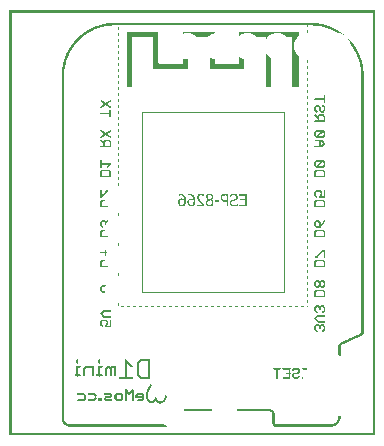
<source format=gbo>
G04 MADE WITH FRITZING*
G04 WWW.FRITZING.ORG*
G04 DOUBLE SIDED*
G04 HOLES PLATED*
G04 CONTOUR ON CENTER OF CONTOUR VECTOR*
%ASAXBY*%
%FSLAX23Y23*%
%MOIN*%
%OFA0B0*%
%SFA1.0B1.0*%
%ADD10R,0.477764X0.602764X0.472208X0.597208*%
%ADD11C,0.002778*%
%ADD12R,0.001000X0.001000*%
%LNSILK0*%
G90*
G70*
G54D11*
X441Y1080D02*
X916Y1080D01*
X916Y480D01*
X441Y480D01*
X441Y1080D01*
D02*
G54D12*
X0Y1417D02*
X1219Y1417D01*
X0Y1416D02*
X1219Y1416D01*
X0Y1415D02*
X1219Y1415D01*
X0Y1414D02*
X1219Y1414D01*
X0Y1413D02*
X1219Y1413D01*
X0Y1412D02*
X1219Y1412D01*
X0Y1411D02*
X1219Y1411D01*
X0Y1410D02*
X1219Y1410D01*
X0Y1409D02*
X7Y1409D01*
X1212Y1409D02*
X1219Y1409D01*
X0Y1408D02*
X7Y1408D01*
X1212Y1408D02*
X1219Y1408D01*
X0Y1407D02*
X7Y1407D01*
X1212Y1407D02*
X1219Y1407D01*
X0Y1406D02*
X7Y1406D01*
X1212Y1406D02*
X1219Y1406D01*
X0Y1405D02*
X7Y1405D01*
X1212Y1405D02*
X1219Y1405D01*
X0Y1404D02*
X7Y1404D01*
X1212Y1404D02*
X1219Y1404D01*
X0Y1403D02*
X7Y1403D01*
X1212Y1403D02*
X1219Y1403D01*
X0Y1402D02*
X7Y1402D01*
X1212Y1402D02*
X1219Y1402D01*
X0Y1401D02*
X7Y1401D01*
X1212Y1401D02*
X1219Y1401D01*
X0Y1400D02*
X7Y1400D01*
X1212Y1400D02*
X1219Y1400D01*
X0Y1399D02*
X7Y1399D01*
X1212Y1399D02*
X1219Y1399D01*
X0Y1398D02*
X7Y1398D01*
X1212Y1398D02*
X1219Y1398D01*
X0Y1397D02*
X7Y1397D01*
X1212Y1397D02*
X1219Y1397D01*
X0Y1396D02*
X7Y1396D01*
X1212Y1396D02*
X1219Y1396D01*
X0Y1395D02*
X7Y1395D01*
X1212Y1395D02*
X1219Y1395D01*
X0Y1394D02*
X7Y1394D01*
X1212Y1394D02*
X1219Y1394D01*
X0Y1393D02*
X7Y1393D01*
X1212Y1393D02*
X1219Y1393D01*
X0Y1392D02*
X7Y1392D01*
X1212Y1392D02*
X1219Y1392D01*
X0Y1391D02*
X7Y1391D01*
X1212Y1391D02*
X1219Y1391D01*
X0Y1390D02*
X7Y1390D01*
X1212Y1390D02*
X1219Y1390D01*
X0Y1389D02*
X7Y1389D01*
X1212Y1389D02*
X1219Y1389D01*
X0Y1388D02*
X7Y1388D01*
X1212Y1388D02*
X1219Y1388D01*
X0Y1387D02*
X7Y1387D01*
X1212Y1387D02*
X1219Y1387D01*
X0Y1386D02*
X7Y1386D01*
X1212Y1386D02*
X1219Y1386D01*
X0Y1385D02*
X7Y1385D01*
X1212Y1385D02*
X1219Y1385D01*
X0Y1384D02*
X7Y1384D01*
X1212Y1384D02*
X1219Y1384D01*
X0Y1383D02*
X7Y1383D01*
X1212Y1383D02*
X1219Y1383D01*
X0Y1382D02*
X7Y1382D01*
X1212Y1382D02*
X1219Y1382D01*
X0Y1381D02*
X7Y1381D01*
X1212Y1381D02*
X1219Y1381D01*
X0Y1380D02*
X7Y1380D01*
X1212Y1380D02*
X1219Y1380D01*
X0Y1379D02*
X7Y1379D01*
X1212Y1379D02*
X1219Y1379D01*
X0Y1378D02*
X7Y1378D01*
X1212Y1378D02*
X1219Y1378D01*
X0Y1377D02*
X7Y1377D01*
X1212Y1377D02*
X1219Y1377D01*
X0Y1376D02*
X7Y1376D01*
X362Y1376D02*
X365Y1376D01*
X368Y1376D02*
X369Y1376D01*
X372Y1376D02*
X373Y1376D01*
X376Y1376D02*
X377Y1376D01*
X380Y1376D02*
X381Y1376D01*
X384Y1376D02*
X385Y1376D01*
X388Y1376D02*
X389Y1376D01*
X392Y1376D02*
X393Y1376D01*
X396Y1376D02*
X397Y1376D01*
X400Y1376D02*
X401Y1376D01*
X404Y1376D02*
X405Y1376D01*
X408Y1376D02*
X409Y1376D01*
X412Y1376D02*
X413Y1376D01*
X416Y1376D02*
X417Y1376D01*
X420Y1376D02*
X421Y1376D01*
X424Y1376D02*
X425Y1376D01*
X428Y1376D02*
X429Y1376D01*
X432Y1376D02*
X433Y1376D01*
X436Y1376D02*
X437Y1376D01*
X440Y1376D02*
X441Y1376D01*
X444Y1376D02*
X445Y1376D01*
X448Y1376D02*
X449Y1376D01*
X452Y1376D02*
X453Y1376D01*
X456Y1376D02*
X457Y1376D01*
X460Y1376D02*
X461Y1376D01*
X464Y1376D02*
X465Y1376D01*
X468Y1376D02*
X469Y1376D01*
X472Y1376D02*
X473Y1376D01*
X476Y1376D02*
X477Y1376D01*
X480Y1376D02*
X481Y1376D01*
X484Y1376D02*
X485Y1376D01*
X488Y1376D02*
X489Y1376D01*
X492Y1376D02*
X493Y1376D01*
X496Y1376D02*
X497Y1376D01*
X500Y1376D02*
X501Y1376D01*
X504Y1376D02*
X505Y1376D01*
X508Y1376D02*
X509Y1376D01*
X512Y1376D02*
X513Y1376D01*
X516Y1376D02*
X517Y1376D01*
X520Y1376D02*
X521Y1376D01*
X524Y1376D02*
X525Y1376D01*
X528Y1376D02*
X529Y1376D01*
X532Y1376D02*
X533Y1376D01*
X536Y1376D02*
X537Y1376D01*
X540Y1376D02*
X541Y1376D01*
X544Y1376D02*
X545Y1376D01*
X548Y1376D02*
X549Y1376D01*
X552Y1376D02*
X553Y1376D01*
X556Y1376D02*
X557Y1376D01*
X560Y1376D02*
X561Y1376D01*
X564Y1376D02*
X565Y1376D01*
X568Y1376D02*
X569Y1376D01*
X572Y1376D02*
X573Y1376D01*
X576Y1376D02*
X577Y1376D01*
X580Y1376D02*
X581Y1376D01*
X584Y1376D02*
X585Y1376D01*
X588Y1376D02*
X589Y1376D01*
X592Y1376D02*
X593Y1376D01*
X596Y1376D02*
X597Y1376D01*
X600Y1376D02*
X601Y1376D01*
X604Y1376D02*
X605Y1376D01*
X608Y1376D02*
X609Y1376D01*
X612Y1376D02*
X613Y1376D01*
X616Y1376D02*
X617Y1376D01*
X620Y1376D02*
X621Y1376D01*
X624Y1376D02*
X625Y1376D01*
X628Y1376D02*
X629Y1376D01*
X632Y1376D02*
X633Y1376D01*
X636Y1376D02*
X637Y1376D01*
X640Y1376D02*
X641Y1376D01*
X644Y1376D02*
X645Y1376D01*
X648Y1376D02*
X649Y1376D01*
X652Y1376D02*
X653Y1376D01*
X656Y1376D02*
X657Y1376D01*
X660Y1376D02*
X661Y1376D01*
X664Y1376D02*
X665Y1376D01*
X668Y1376D02*
X669Y1376D01*
X672Y1376D02*
X673Y1376D01*
X676Y1376D02*
X677Y1376D01*
X680Y1376D02*
X681Y1376D01*
X684Y1376D02*
X685Y1376D01*
X688Y1376D02*
X689Y1376D01*
X692Y1376D02*
X693Y1376D01*
X696Y1376D02*
X697Y1376D01*
X700Y1376D02*
X701Y1376D01*
X704Y1376D02*
X705Y1376D01*
X708Y1376D02*
X709Y1376D01*
X712Y1376D02*
X713Y1376D01*
X716Y1376D02*
X717Y1376D01*
X720Y1376D02*
X721Y1376D01*
X724Y1376D02*
X725Y1376D01*
X728Y1376D02*
X729Y1376D01*
X732Y1376D02*
X733Y1376D01*
X736Y1376D02*
X737Y1376D01*
X740Y1376D02*
X741Y1376D01*
X744Y1376D02*
X745Y1376D01*
X748Y1376D02*
X749Y1376D01*
X752Y1376D02*
X753Y1376D01*
X756Y1376D02*
X757Y1376D01*
X760Y1376D02*
X761Y1376D01*
X764Y1376D02*
X765Y1376D01*
X768Y1376D02*
X769Y1376D01*
X772Y1376D02*
X773Y1376D01*
X776Y1376D02*
X777Y1376D01*
X780Y1376D02*
X781Y1376D01*
X784Y1376D02*
X785Y1376D01*
X788Y1376D02*
X789Y1376D01*
X792Y1376D02*
X793Y1376D01*
X796Y1376D02*
X797Y1376D01*
X800Y1376D02*
X801Y1376D01*
X804Y1376D02*
X805Y1376D01*
X808Y1376D02*
X809Y1376D01*
X812Y1376D02*
X813Y1376D01*
X816Y1376D02*
X817Y1376D01*
X820Y1376D02*
X821Y1376D01*
X824Y1376D02*
X825Y1376D01*
X828Y1376D02*
X829Y1376D01*
X832Y1376D02*
X833Y1376D01*
X836Y1376D02*
X837Y1376D01*
X840Y1376D02*
X841Y1376D01*
X844Y1376D02*
X845Y1376D01*
X848Y1376D02*
X849Y1376D01*
X852Y1376D02*
X853Y1376D01*
X856Y1376D02*
X857Y1376D01*
X860Y1376D02*
X861Y1376D01*
X864Y1376D02*
X865Y1376D01*
X868Y1376D02*
X869Y1376D01*
X872Y1376D02*
X873Y1376D01*
X875Y1376D02*
X877Y1376D01*
X879Y1376D02*
X881Y1376D01*
X883Y1376D02*
X885Y1376D01*
X887Y1376D02*
X889Y1376D01*
X891Y1376D02*
X893Y1376D01*
X895Y1376D02*
X897Y1376D01*
X899Y1376D02*
X901Y1376D01*
X903Y1376D02*
X905Y1376D01*
X907Y1376D02*
X909Y1376D01*
X911Y1376D02*
X912Y1376D01*
X915Y1376D02*
X916Y1376D01*
X919Y1376D02*
X920Y1376D01*
X923Y1376D02*
X924Y1376D01*
X927Y1376D02*
X928Y1376D01*
X931Y1376D02*
X932Y1376D01*
X935Y1376D02*
X936Y1376D01*
X939Y1376D02*
X940Y1376D01*
X943Y1376D02*
X944Y1376D01*
X947Y1376D02*
X948Y1376D01*
X951Y1376D02*
X952Y1376D01*
X955Y1376D02*
X956Y1376D01*
X959Y1376D02*
X960Y1376D01*
X963Y1376D02*
X964Y1376D01*
X967Y1376D02*
X968Y1376D01*
X971Y1376D02*
X972Y1376D01*
X975Y1376D02*
X976Y1376D01*
X979Y1376D02*
X980Y1376D01*
X983Y1376D02*
X984Y1376D01*
X987Y1376D02*
X988Y1376D01*
X991Y1376D02*
X992Y1376D01*
X1212Y1376D02*
X1219Y1376D01*
X0Y1375D02*
X7Y1375D01*
X343Y1375D02*
X1014Y1375D01*
X1212Y1375D02*
X1219Y1375D01*
X0Y1374D02*
X7Y1374D01*
X331Y1374D02*
X1025Y1374D01*
X1212Y1374D02*
X1219Y1374D01*
X0Y1373D02*
X7Y1373D01*
X324Y1373D02*
X1032Y1373D01*
X1212Y1373D02*
X1219Y1373D01*
X0Y1372D02*
X7Y1372D01*
X318Y1372D02*
X1038Y1372D01*
X1212Y1372D02*
X1219Y1372D01*
X0Y1371D02*
X7Y1371D01*
X313Y1371D02*
X1042Y1371D01*
X1212Y1371D02*
X1219Y1371D01*
X0Y1370D02*
X7Y1370D01*
X309Y1370D02*
X1047Y1370D01*
X1212Y1370D02*
X1219Y1370D01*
X0Y1369D02*
X7Y1369D01*
X305Y1369D02*
X1050Y1369D01*
X1212Y1369D02*
X1219Y1369D01*
X0Y1368D02*
X7Y1368D01*
X302Y1368D02*
X1054Y1368D01*
X1212Y1368D02*
X1219Y1368D01*
X0Y1367D02*
X7Y1367D01*
X298Y1367D02*
X342Y1367D01*
X992Y1367D02*
X994Y1367D01*
X1014Y1367D02*
X1057Y1367D01*
X1212Y1367D02*
X1219Y1367D01*
X0Y1366D02*
X7Y1366D01*
X295Y1366D02*
X331Y1366D01*
X992Y1366D02*
X994Y1366D01*
X1025Y1366D02*
X1060Y1366D01*
X1212Y1366D02*
X1219Y1366D01*
X0Y1365D02*
X7Y1365D01*
X292Y1365D02*
X324Y1365D01*
X363Y1365D02*
X364Y1365D01*
X1032Y1365D02*
X1063Y1365D01*
X1212Y1365D02*
X1219Y1365D01*
X0Y1364D02*
X7Y1364D01*
X290Y1364D02*
X318Y1364D01*
X362Y1364D02*
X364Y1364D01*
X1038Y1364D02*
X1066Y1364D01*
X1212Y1364D02*
X1219Y1364D01*
X0Y1363D02*
X7Y1363D01*
X287Y1363D02*
X314Y1363D01*
X992Y1363D02*
X994Y1363D01*
X1043Y1363D02*
X1068Y1363D01*
X1212Y1363D02*
X1219Y1363D01*
X0Y1362D02*
X7Y1362D01*
X285Y1362D02*
X309Y1362D01*
X992Y1362D02*
X994Y1362D01*
X1047Y1362D02*
X1071Y1362D01*
X1212Y1362D02*
X1219Y1362D01*
X0Y1361D02*
X7Y1361D01*
X282Y1361D02*
X306Y1361D01*
X363Y1361D02*
X364Y1361D01*
X1050Y1361D02*
X1073Y1361D01*
X1212Y1361D02*
X1219Y1361D01*
X0Y1360D02*
X7Y1360D01*
X280Y1360D02*
X302Y1360D01*
X362Y1360D02*
X364Y1360D01*
X1054Y1360D02*
X1076Y1360D01*
X1212Y1360D02*
X1219Y1360D01*
X0Y1359D02*
X7Y1359D01*
X278Y1359D02*
X299Y1359D01*
X992Y1359D02*
X994Y1359D01*
X1057Y1359D02*
X1078Y1359D01*
X1212Y1359D02*
X1219Y1359D01*
X0Y1358D02*
X7Y1358D01*
X276Y1358D02*
X296Y1358D01*
X992Y1358D02*
X994Y1358D01*
X1060Y1358D02*
X1080Y1358D01*
X1212Y1358D02*
X1219Y1358D01*
X0Y1357D02*
X7Y1357D01*
X274Y1357D02*
X293Y1357D01*
X363Y1357D02*
X364Y1357D01*
X1063Y1357D02*
X1082Y1357D01*
X1212Y1357D02*
X1219Y1357D01*
X0Y1356D02*
X7Y1356D01*
X272Y1356D02*
X291Y1356D01*
X362Y1356D02*
X364Y1356D01*
X1066Y1356D02*
X1084Y1356D01*
X1212Y1356D02*
X1219Y1356D01*
X0Y1355D02*
X7Y1355D01*
X270Y1355D02*
X288Y1355D01*
X992Y1355D02*
X994Y1355D01*
X1068Y1355D02*
X1086Y1355D01*
X1212Y1355D02*
X1219Y1355D01*
X0Y1354D02*
X7Y1354D01*
X268Y1354D02*
X286Y1354D01*
X992Y1354D02*
X994Y1354D01*
X1071Y1354D02*
X1088Y1354D01*
X1212Y1354D02*
X1219Y1354D01*
X0Y1353D02*
X7Y1353D01*
X266Y1353D02*
X283Y1353D01*
X363Y1353D02*
X364Y1353D01*
X1073Y1353D02*
X1090Y1353D01*
X1212Y1353D02*
X1219Y1353D01*
X0Y1352D02*
X7Y1352D01*
X264Y1352D02*
X281Y1352D01*
X362Y1352D02*
X364Y1352D01*
X1075Y1352D02*
X1091Y1352D01*
X1212Y1352D02*
X1219Y1352D01*
X0Y1351D02*
X7Y1351D01*
X262Y1351D02*
X279Y1351D01*
X992Y1351D02*
X994Y1351D01*
X1077Y1351D02*
X1093Y1351D01*
X1212Y1351D02*
X1219Y1351D01*
X0Y1350D02*
X7Y1350D01*
X261Y1350D02*
X277Y1350D01*
X992Y1350D02*
X994Y1350D01*
X1079Y1350D02*
X1095Y1350D01*
X1212Y1350D02*
X1219Y1350D01*
X0Y1349D02*
X7Y1349D01*
X259Y1349D02*
X275Y1349D01*
X363Y1349D02*
X364Y1349D01*
X1081Y1349D02*
X1097Y1349D01*
X1212Y1349D02*
X1219Y1349D01*
X0Y1348D02*
X7Y1348D01*
X258Y1348D02*
X273Y1348D01*
X362Y1348D02*
X364Y1348D01*
X1083Y1348D02*
X1098Y1348D01*
X1212Y1348D02*
X1219Y1348D01*
X0Y1347D02*
X7Y1347D01*
X256Y1347D02*
X271Y1347D01*
X992Y1347D02*
X994Y1347D01*
X1085Y1347D02*
X1100Y1347D01*
X1212Y1347D02*
X1219Y1347D01*
X0Y1346D02*
X7Y1346D01*
X254Y1346D02*
X269Y1346D01*
X392Y1346D02*
X496Y1346D01*
X579Y1346D02*
X685Y1346D01*
X767Y1346D02*
X964Y1346D01*
X992Y1346D02*
X994Y1346D01*
X1087Y1346D02*
X1101Y1346D01*
X1212Y1346D02*
X1219Y1346D01*
X0Y1345D02*
X7Y1345D01*
X253Y1345D02*
X268Y1345D01*
X363Y1345D02*
X364Y1345D01*
X392Y1345D02*
X496Y1345D01*
X579Y1345D02*
X685Y1345D01*
X767Y1345D02*
X964Y1345D01*
X1089Y1345D02*
X1103Y1345D01*
X1212Y1345D02*
X1219Y1345D01*
X0Y1344D02*
X7Y1344D01*
X251Y1344D02*
X266Y1344D01*
X362Y1344D02*
X364Y1344D01*
X392Y1344D02*
X496Y1344D01*
X579Y1344D02*
X685Y1344D01*
X767Y1344D02*
X964Y1344D01*
X1090Y1344D02*
X1104Y1344D01*
X1212Y1344D02*
X1219Y1344D01*
X0Y1343D02*
X7Y1343D01*
X250Y1343D02*
X264Y1343D01*
X392Y1343D02*
X496Y1343D01*
X579Y1343D02*
X685Y1343D01*
X767Y1343D02*
X964Y1343D01*
X992Y1343D02*
X994Y1343D01*
X1092Y1343D02*
X1106Y1343D01*
X1212Y1343D02*
X1219Y1343D01*
X0Y1342D02*
X7Y1342D01*
X249Y1342D02*
X262Y1342D01*
X392Y1342D02*
X496Y1342D01*
X579Y1342D02*
X685Y1342D01*
X767Y1342D02*
X964Y1342D01*
X992Y1342D02*
X994Y1342D01*
X1094Y1342D02*
X1107Y1342D01*
X1212Y1342D02*
X1219Y1342D01*
X0Y1341D02*
X7Y1341D01*
X247Y1341D02*
X261Y1341D01*
X363Y1341D02*
X364Y1341D01*
X392Y1341D02*
X496Y1341D01*
X579Y1341D02*
X585Y1341D01*
X601Y1341D02*
X685Y1341D01*
X767Y1341D02*
X785Y1341D01*
X801Y1341D02*
X885Y1341D01*
X901Y1341D02*
X964Y1341D01*
X1101Y1341D02*
X1108Y1341D01*
X1212Y1341D02*
X1219Y1341D01*
X0Y1340D02*
X7Y1340D01*
X246Y1340D02*
X259Y1340D01*
X362Y1340D02*
X364Y1340D01*
X392Y1340D02*
X496Y1340D01*
X579Y1340D02*
X581Y1340D01*
X605Y1340D02*
X681Y1340D01*
X767Y1340D02*
X781Y1340D01*
X805Y1340D02*
X881Y1340D01*
X905Y1340D02*
X964Y1340D01*
X1105Y1340D02*
X1110Y1340D01*
X1212Y1340D02*
X1219Y1340D01*
X0Y1339D02*
X7Y1339D01*
X245Y1339D02*
X258Y1339D01*
X392Y1339D02*
X496Y1339D01*
X609Y1339D02*
X678Y1339D01*
X767Y1339D02*
X778Y1339D01*
X809Y1339D02*
X878Y1339D01*
X909Y1339D02*
X964Y1339D01*
X1109Y1339D02*
X1111Y1339D01*
X1212Y1339D02*
X1219Y1339D01*
X0Y1338D02*
X7Y1338D01*
X243Y1338D02*
X256Y1338D01*
X392Y1338D02*
X496Y1338D01*
X611Y1338D02*
X675Y1338D01*
X767Y1338D02*
X775Y1338D01*
X811Y1338D02*
X875Y1338D01*
X911Y1338D02*
X964Y1338D01*
X1111Y1338D02*
X1112Y1338D01*
X1212Y1338D02*
X1219Y1338D01*
X0Y1337D02*
X7Y1337D01*
X242Y1337D02*
X255Y1337D01*
X363Y1337D02*
X364Y1337D01*
X392Y1337D02*
X496Y1337D01*
X613Y1337D02*
X673Y1337D01*
X767Y1337D02*
X773Y1337D01*
X813Y1337D02*
X873Y1337D01*
X913Y1337D02*
X964Y1337D01*
X1113Y1337D02*
X1114Y1337D01*
X1212Y1337D02*
X1219Y1337D01*
X0Y1336D02*
X7Y1336D01*
X241Y1336D02*
X253Y1336D01*
X362Y1336D02*
X364Y1336D01*
X392Y1336D02*
X496Y1336D01*
X615Y1336D02*
X671Y1336D01*
X767Y1336D02*
X771Y1336D01*
X815Y1336D02*
X871Y1336D01*
X915Y1336D02*
X964Y1336D01*
X1115Y1336D02*
X1115Y1336D01*
X1212Y1336D02*
X1219Y1336D01*
X0Y1335D02*
X7Y1335D01*
X239Y1335D02*
X252Y1335D01*
X392Y1335D02*
X496Y1335D01*
X617Y1335D02*
X670Y1335D01*
X767Y1335D02*
X769Y1335D01*
X817Y1335D02*
X869Y1335D01*
X917Y1335D02*
X964Y1335D01*
X1212Y1335D02*
X1219Y1335D01*
X0Y1334D02*
X7Y1334D01*
X238Y1334D02*
X251Y1334D01*
X392Y1334D02*
X496Y1334D01*
X618Y1334D02*
X668Y1334D01*
X767Y1334D02*
X768Y1334D01*
X818Y1334D02*
X868Y1334D01*
X918Y1334D02*
X964Y1334D01*
X1212Y1334D02*
X1219Y1334D01*
X0Y1333D02*
X7Y1333D01*
X237Y1333D02*
X249Y1333D01*
X363Y1333D02*
X364Y1333D01*
X392Y1333D02*
X496Y1333D01*
X620Y1333D02*
X667Y1333D01*
X767Y1333D02*
X767Y1333D01*
X820Y1333D02*
X866Y1333D01*
X920Y1333D02*
X964Y1333D01*
X1212Y1333D02*
X1219Y1333D01*
X0Y1332D02*
X7Y1332D01*
X236Y1332D02*
X248Y1332D01*
X362Y1332D02*
X364Y1332D01*
X392Y1332D02*
X496Y1332D01*
X621Y1332D02*
X665Y1332D01*
X821Y1332D02*
X865Y1332D01*
X921Y1332D02*
X964Y1332D01*
X1212Y1332D02*
X1219Y1332D01*
X0Y1331D02*
X7Y1331D01*
X235Y1331D02*
X247Y1331D01*
X392Y1331D02*
X496Y1331D01*
X622Y1331D02*
X664Y1331D01*
X822Y1331D02*
X864Y1331D01*
X922Y1331D02*
X964Y1331D01*
X1212Y1331D02*
X1219Y1331D01*
X0Y1330D02*
X7Y1330D01*
X234Y1330D02*
X246Y1330D01*
X392Y1330D02*
X496Y1330D01*
X623Y1330D02*
X663Y1330D01*
X823Y1330D02*
X863Y1330D01*
X923Y1330D02*
X963Y1330D01*
X1212Y1330D02*
X1219Y1330D01*
X0Y1329D02*
X7Y1329D01*
X233Y1329D02*
X244Y1329D01*
X363Y1329D02*
X364Y1329D01*
X392Y1329D02*
X408Y1329D01*
X480Y1329D02*
X496Y1329D01*
X855Y1329D02*
X862Y1329D01*
X942Y1329D02*
X962Y1329D01*
X1212Y1329D02*
X1219Y1329D01*
X0Y1328D02*
X7Y1328D01*
X232Y1328D02*
X243Y1328D01*
X362Y1328D02*
X364Y1328D01*
X392Y1328D02*
X408Y1328D01*
X480Y1328D02*
X496Y1328D01*
X855Y1328D02*
X861Y1328D01*
X942Y1328D02*
X961Y1328D01*
X1212Y1328D02*
X1219Y1328D01*
X0Y1327D02*
X7Y1327D01*
X230Y1327D02*
X242Y1327D01*
X392Y1327D02*
X408Y1327D01*
X480Y1327D02*
X496Y1327D01*
X855Y1327D02*
X860Y1327D01*
X942Y1327D02*
X960Y1327D01*
X1212Y1327D02*
X1219Y1327D01*
X0Y1326D02*
X7Y1326D01*
X229Y1326D02*
X241Y1326D01*
X392Y1326D02*
X408Y1326D01*
X480Y1326D02*
X496Y1326D01*
X855Y1326D02*
X859Y1326D01*
X942Y1326D02*
X959Y1326D01*
X1212Y1326D02*
X1219Y1326D01*
X0Y1325D02*
X7Y1325D01*
X228Y1325D02*
X240Y1325D01*
X363Y1325D02*
X364Y1325D01*
X392Y1325D02*
X408Y1325D01*
X480Y1325D02*
X496Y1325D01*
X855Y1325D02*
X858Y1325D01*
X942Y1325D02*
X958Y1325D01*
X1212Y1325D02*
X1219Y1325D01*
X0Y1324D02*
X7Y1324D01*
X227Y1324D02*
X238Y1324D01*
X362Y1324D02*
X364Y1324D01*
X392Y1324D02*
X408Y1324D01*
X480Y1324D02*
X496Y1324D01*
X855Y1324D02*
X857Y1324D01*
X942Y1324D02*
X957Y1324D01*
X1212Y1324D02*
X1219Y1324D01*
X0Y1323D02*
X7Y1323D01*
X226Y1323D02*
X237Y1323D01*
X392Y1323D02*
X408Y1323D01*
X480Y1323D02*
X496Y1323D01*
X855Y1323D02*
X857Y1323D01*
X942Y1323D02*
X957Y1323D01*
X1129Y1323D02*
X1129Y1323D01*
X1212Y1323D02*
X1219Y1323D01*
X0Y1322D02*
X7Y1322D01*
X225Y1322D02*
X236Y1322D01*
X392Y1322D02*
X408Y1322D01*
X480Y1322D02*
X496Y1322D01*
X855Y1322D02*
X856Y1322D01*
X942Y1322D02*
X956Y1322D01*
X1130Y1322D02*
X1130Y1322D01*
X1212Y1322D02*
X1219Y1322D01*
X0Y1321D02*
X7Y1321D01*
X224Y1321D02*
X235Y1321D01*
X363Y1321D02*
X364Y1321D01*
X392Y1321D02*
X408Y1321D01*
X480Y1321D02*
X496Y1321D01*
X855Y1321D02*
X855Y1321D01*
X942Y1321D02*
X955Y1321D01*
X1131Y1321D02*
X1131Y1321D01*
X1212Y1321D02*
X1219Y1321D01*
X0Y1320D02*
X7Y1320D01*
X223Y1320D02*
X234Y1320D01*
X362Y1320D02*
X364Y1320D01*
X392Y1320D02*
X408Y1320D01*
X480Y1320D02*
X496Y1320D01*
X855Y1320D02*
X855Y1320D01*
X942Y1320D02*
X955Y1320D01*
X1131Y1320D02*
X1132Y1320D01*
X1212Y1320D02*
X1219Y1320D01*
X0Y1319D02*
X7Y1319D01*
X223Y1319D02*
X233Y1319D01*
X392Y1319D02*
X408Y1319D01*
X480Y1319D02*
X496Y1319D01*
X942Y1319D02*
X954Y1319D01*
X1132Y1319D02*
X1133Y1319D01*
X1212Y1319D02*
X1219Y1319D01*
X0Y1318D02*
X7Y1318D01*
X222Y1318D02*
X232Y1318D01*
X392Y1318D02*
X408Y1318D01*
X480Y1318D02*
X496Y1318D01*
X942Y1318D02*
X954Y1318D01*
X1132Y1318D02*
X1134Y1318D01*
X1212Y1318D02*
X1219Y1318D01*
X0Y1317D02*
X7Y1317D01*
X221Y1317D02*
X231Y1317D01*
X363Y1317D02*
X364Y1317D01*
X392Y1317D02*
X408Y1317D01*
X480Y1317D02*
X496Y1317D01*
X942Y1317D02*
X953Y1317D01*
X1133Y1317D02*
X1135Y1317D01*
X1212Y1317D02*
X1219Y1317D01*
X0Y1316D02*
X7Y1316D01*
X220Y1316D02*
X230Y1316D01*
X362Y1316D02*
X364Y1316D01*
X392Y1316D02*
X408Y1316D01*
X480Y1316D02*
X496Y1316D01*
X942Y1316D02*
X953Y1316D01*
X1133Y1316D02*
X1136Y1316D01*
X1212Y1316D02*
X1219Y1316D01*
X0Y1315D02*
X7Y1315D01*
X219Y1315D02*
X229Y1315D01*
X392Y1315D02*
X408Y1315D01*
X480Y1315D02*
X496Y1315D01*
X942Y1315D02*
X952Y1315D01*
X1134Y1315D02*
X1137Y1315D01*
X1212Y1315D02*
X1219Y1315D01*
X0Y1314D02*
X7Y1314D01*
X218Y1314D02*
X228Y1314D01*
X392Y1314D02*
X408Y1314D01*
X480Y1314D02*
X496Y1314D01*
X942Y1314D02*
X952Y1314D01*
X1134Y1314D02*
X1138Y1314D01*
X1212Y1314D02*
X1219Y1314D01*
X0Y1313D02*
X7Y1313D01*
X217Y1313D02*
X227Y1313D01*
X363Y1313D02*
X364Y1313D01*
X392Y1313D02*
X408Y1313D01*
X480Y1313D02*
X496Y1313D01*
X942Y1313D02*
X951Y1313D01*
X1135Y1313D02*
X1139Y1313D01*
X1212Y1313D02*
X1219Y1313D01*
X0Y1312D02*
X7Y1312D01*
X216Y1312D02*
X226Y1312D01*
X362Y1312D02*
X364Y1312D01*
X392Y1312D02*
X408Y1312D01*
X480Y1312D02*
X496Y1312D01*
X942Y1312D02*
X951Y1312D01*
X1135Y1312D02*
X1140Y1312D01*
X1212Y1312D02*
X1219Y1312D01*
X0Y1311D02*
X7Y1311D01*
X215Y1311D02*
X225Y1311D01*
X392Y1311D02*
X408Y1311D01*
X480Y1311D02*
X496Y1311D01*
X942Y1311D02*
X951Y1311D01*
X1135Y1311D02*
X1140Y1311D01*
X1212Y1311D02*
X1219Y1311D01*
X0Y1310D02*
X7Y1310D01*
X215Y1310D02*
X225Y1310D01*
X392Y1310D02*
X408Y1310D01*
X480Y1310D02*
X496Y1310D01*
X942Y1310D02*
X950Y1310D01*
X1136Y1310D02*
X1141Y1310D01*
X1212Y1310D02*
X1219Y1310D01*
X0Y1309D02*
X7Y1309D01*
X214Y1309D02*
X224Y1309D01*
X363Y1309D02*
X364Y1309D01*
X392Y1309D02*
X408Y1309D01*
X480Y1309D02*
X496Y1309D01*
X942Y1309D02*
X950Y1309D01*
X1136Y1309D02*
X1142Y1309D01*
X1212Y1309D02*
X1219Y1309D01*
X0Y1308D02*
X7Y1308D01*
X213Y1308D02*
X223Y1308D01*
X362Y1308D02*
X364Y1308D01*
X392Y1308D02*
X408Y1308D01*
X480Y1308D02*
X496Y1308D01*
X942Y1308D02*
X950Y1308D01*
X1136Y1308D02*
X1143Y1308D01*
X1212Y1308D02*
X1219Y1308D01*
X0Y1307D02*
X7Y1307D01*
X212Y1307D02*
X222Y1307D01*
X392Y1307D02*
X408Y1307D01*
X480Y1307D02*
X496Y1307D01*
X942Y1307D02*
X950Y1307D01*
X1136Y1307D02*
X1144Y1307D01*
X1212Y1307D02*
X1219Y1307D01*
X0Y1306D02*
X7Y1306D01*
X211Y1306D02*
X221Y1306D01*
X392Y1306D02*
X408Y1306D01*
X480Y1306D02*
X496Y1306D01*
X942Y1306D02*
X949Y1306D01*
X1137Y1306D02*
X1144Y1306D01*
X1212Y1306D02*
X1219Y1306D01*
X0Y1305D02*
X7Y1305D01*
X211Y1305D02*
X220Y1305D01*
X363Y1305D02*
X364Y1305D01*
X392Y1305D02*
X408Y1305D01*
X480Y1305D02*
X496Y1305D01*
X942Y1305D02*
X949Y1305D01*
X1137Y1305D02*
X1145Y1305D01*
X1212Y1305D02*
X1219Y1305D01*
X0Y1304D02*
X7Y1304D01*
X210Y1304D02*
X219Y1304D01*
X362Y1304D02*
X364Y1304D01*
X392Y1304D02*
X408Y1304D01*
X480Y1304D02*
X496Y1304D01*
X942Y1304D02*
X949Y1304D01*
X1137Y1304D02*
X1146Y1304D01*
X1212Y1304D02*
X1219Y1304D01*
X0Y1303D02*
X7Y1303D01*
X209Y1303D02*
X219Y1303D01*
X392Y1303D02*
X408Y1303D01*
X480Y1303D02*
X496Y1303D01*
X942Y1303D02*
X949Y1303D01*
X1138Y1303D02*
X1147Y1303D01*
X1212Y1303D02*
X1219Y1303D01*
X0Y1302D02*
X7Y1302D01*
X209Y1302D02*
X218Y1302D01*
X392Y1302D02*
X408Y1302D01*
X480Y1302D02*
X496Y1302D01*
X942Y1302D02*
X949Y1302D01*
X1138Y1302D02*
X1147Y1302D01*
X1212Y1302D02*
X1219Y1302D01*
X0Y1301D02*
X7Y1301D01*
X208Y1301D02*
X217Y1301D01*
X363Y1301D02*
X364Y1301D01*
X392Y1301D02*
X408Y1301D01*
X480Y1301D02*
X496Y1301D01*
X942Y1301D02*
X949Y1301D01*
X1139Y1301D02*
X1148Y1301D01*
X1212Y1301D02*
X1219Y1301D01*
X0Y1300D02*
X7Y1300D01*
X207Y1300D02*
X216Y1300D01*
X362Y1300D02*
X364Y1300D01*
X392Y1300D02*
X408Y1300D01*
X480Y1300D02*
X496Y1300D01*
X942Y1300D02*
X949Y1300D01*
X1140Y1300D02*
X1149Y1300D01*
X1212Y1300D02*
X1219Y1300D01*
X0Y1299D02*
X7Y1299D01*
X206Y1299D02*
X216Y1299D01*
X392Y1299D02*
X408Y1299D01*
X480Y1299D02*
X496Y1299D01*
X942Y1299D02*
X949Y1299D01*
X1141Y1299D02*
X1150Y1299D01*
X1212Y1299D02*
X1219Y1299D01*
X0Y1298D02*
X7Y1298D01*
X206Y1298D02*
X215Y1298D01*
X392Y1298D02*
X408Y1298D01*
X480Y1298D02*
X496Y1298D01*
X942Y1298D02*
X949Y1298D01*
X1141Y1298D02*
X1150Y1298D01*
X1212Y1298D02*
X1219Y1298D01*
X0Y1297D02*
X7Y1297D01*
X205Y1297D02*
X214Y1297D01*
X363Y1297D02*
X364Y1297D01*
X392Y1297D02*
X408Y1297D01*
X480Y1297D02*
X496Y1297D01*
X942Y1297D02*
X949Y1297D01*
X1142Y1297D02*
X1151Y1297D01*
X1212Y1297D02*
X1219Y1297D01*
X0Y1296D02*
X7Y1296D01*
X204Y1296D02*
X213Y1296D01*
X362Y1296D02*
X364Y1296D01*
X392Y1296D02*
X408Y1296D01*
X480Y1296D02*
X496Y1296D01*
X942Y1296D02*
X949Y1296D01*
X1143Y1296D02*
X1152Y1296D01*
X1212Y1296D02*
X1219Y1296D01*
X0Y1295D02*
X7Y1295D01*
X204Y1295D02*
X213Y1295D01*
X392Y1295D02*
X408Y1295D01*
X480Y1295D02*
X496Y1295D01*
X942Y1295D02*
X949Y1295D01*
X1144Y1295D02*
X1152Y1295D01*
X1212Y1295D02*
X1219Y1295D01*
X0Y1294D02*
X7Y1294D01*
X203Y1294D02*
X212Y1294D01*
X392Y1294D02*
X408Y1294D01*
X480Y1294D02*
X496Y1294D01*
X942Y1294D02*
X949Y1294D01*
X1144Y1294D02*
X1153Y1294D01*
X1212Y1294D02*
X1219Y1294D01*
X0Y1293D02*
X7Y1293D01*
X202Y1293D02*
X211Y1293D01*
X363Y1293D02*
X364Y1293D01*
X392Y1293D02*
X408Y1293D01*
X480Y1293D02*
X496Y1293D01*
X942Y1293D02*
X949Y1293D01*
X1145Y1293D02*
X1154Y1293D01*
X1212Y1293D02*
X1219Y1293D01*
X0Y1292D02*
X7Y1292D01*
X202Y1292D02*
X211Y1292D01*
X362Y1292D02*
X364Y1292D01*
X392Y1292D02*
X408Y1292D01*
X480Y1292D02*
X496Y1292D01*
X942Y1292D02*
X949Y1292D01*
X1146Y1292D02*
X1154Y1292D01*
X1212Y1292D02*
X1219Y1292D01*
X0Y1291D02*
X7Y1291D01*
X201Y1291D02*
X210Y1291D01*
X392Y1291D02*
X408Y1291D01*
X480Y1291D02*
X496Y1291D01*
X942Y1291D02*
X949Y1291D01*
X1146Y1291D02*
X1155Y1291D01*
X1212Y1291D02*
X1219Y1291D01*
X0Y1290D02*
X7Y1290D01*
X201Y1290D02*
X209Y1290D01*
X392Y1290D02*
X408Y1290D01*
X480Y1290D02*
X496Y1290D01*
X942Y1290D02*
X949Y1290D01*
X1147Y1290D02*
X1155Y1290D01*
X1212Y1290D02*
X1219Y1290D01*
X0Y1289D02*
X7Y1289D01*
X200Y1289D02*
X209Y1289D01*
X363Y1289D02*
X364Y1289D01*
X392Y1289D02*
X408Y1289D01*
X480Y1289D02*
X496Y1289D01*
X942Y1289D02*
X950Y1289D01*
X1148Y1289D02*
X1156Y1289D01*
X1212Y1289D02*
X1219Y1289D01*
X0Y1288D02*
X7Y1288D01*
X199Y1288D02*
X208Y1288D01*
X362Y1288D02*
X364Y1288D01*
X392Y1288D02*
X408Y1288D01*
X480Y1288D02*
X496Y1288D01*
X942Y1288D02*
X950Y1288D01*
X1148Y1288D02*
X1157Y1288D01*
X1212Y1288D02*
X1219Y1288D01*
X0Y1287D02*
X7Y1287D01*
X199Y1287D02*
X207Y1287D01*
X392Y1287D02*
X408Y1287D01*
X480Y1287D02*
X496Y1287D01*
X942Y1287D02*
X950Y1287D01*
X1149Y1287D02*
X1157Y1287D01*
X1212Y1287D02*
X1219Y1287D01*
X0Y1286D02*
X7Y1286D01*
X198Y1286D02*
X207Y1286D01*
X392Y1286D02*
X408Y1286D01*
X480Y1286D02*
X496Y1286D01*
X942Y1286D02*
X950Y1286D01*
X1150Y1286D02*
X1158Y1286D01*
X1212Y1286D02*
X1219Y1286D01*
X0Y1285D02*
X7Y1285D01*
X198Y1285D02*
X206Y1285D01*
X363Y1285D02*
X364Y1285D01*
X392Y1285D02*
X408Y1285D01*
X480Y1285D02*
X496Y1285D01*
X942Y1285D02*
X950Y1285D01*
X1150Y1285D02*
X1158Y1285D01*
X1212Y1285D02*
X1219Y1285D01*
X0Y1284D02*
X7Y1284D01*
X197Y1284D02*
X206Y1284D01*
X362Y1284D02*
X364Y1284D01*
X392Y1284D02*
X408Y1284D01*
X480Y1284D02*
X496Y1284D01*
X942Y1284D02*
X951Y1284D01*
X1151Y1284D02*
X1159Y1284D01*
X1212Y1284D02*
X1219Y1284D01*
X0Y1283D02*
X7Y1283D01*
X197Y1283D02*
X205Y1283D01*
X392Y1283D02*
X408Y1283D01*
X480Y1283D02*
X496Y1283D01*
X942Y1283D02*
X951Y1283D01*
X1151Y1283D02*
X1159Y1283D01*
X1212Y1283D02*
X1219Y1283D01*
X0Y1282D02*
X7Y1282D01*
X196Y1282D02*
X204Y1282D01*
X392Y1282D02*
X408Y1282D01*
X480Y1282D02*
X496Y1282D01*
X942Y1282D02*
X952Y1282D01*
X1152Y1282D02*
X1160Y1282D01*
X1212Y1282D02*
X1219Y1282D01*
X0Y1281D02*
X7Y1281D01*
X195Y1281D02*
X204Y1281D01*
X363Y1281D02*
X364Y1281D01*
X392Y1281D02*
X408Y1281D01*
X480Y1281D02*
X496Y1281D01*
X942Y1281D02*
X952Y1281D01*
X1152Y1281D02*
X1161Y1281D01*
X1212Y1281D02*
X1219Y1281D01*
X0Y1280D02*
X7Y1280D01*
X195Y1280D02*
X203Y1280D01*
X362Y1280D02*
X364Y1280D01*
X392Y1280D02*
X408Y1280D01*
X480Y1280D02*
X496Y1280D01*
X942Y1280D02*
X952Y1280D01*
X1153Y1280D02*
X1161Y1280D01*
X1212Y1280D02*
X1219Y1280D01*
X0Y1279D02*
X7Y1279D01*
X194Y1279D02*
X203Y1279D01*
X392Y1279D02*
X408Y1279D01*
X480Y1279D02*
X496Y1279D01*
X942Y1279D02*
X953Y1279D01*
X1154Y1279D02*
X1162Y1279D01*
X1212Y1279D02*
X1219Y1279D01*
X0Y1278D02*
X7Y1278D01*
X194Y1278D02*
X202Y1278D01*
X392Y1278D02*
X408Y1278D01*
X480Y1278D02*
X496Y1278D01*
X942Y1278D02*
X953Y1278D01*
X1154Y1278D02*
X1162Y1278D01*
X1212Y1278D02*
X1219Y1278D01*
X0Y1277D02*
X7Y1277D01*
X193Y1277D02*
X202Y1277D01*
X363Y1277D02*
X364Y1277D01*
X392Y1277D02*
X408Y1277D01*
X480Y1277D02*
X496Y1277D01*
X942Y1277D02*
X954Y1277D01*
X1155Y1277D02*
X1163Y1277D01*
X1212Y1277D02*
X1219Y1277D01*
X0Y1276D02*
X7Y1276D01*
X193Y1276D02*
X201Y1276D01*
X362Y1276D02*
X364Y1276D01*
X392Y1276D02*
X408Y1276D01*
X480Y1276D02*
X496Y1276D01*
X942Y1276D02*
X954Y1276D01*
X1155Y1276D02*
X1163Y1276D01*
X1212Y1276D02*
X1219Y1276D01*
X0Y1275D02*
X7Y1275D01*
X192Y1275D02*
X201Y1275D01*
X392Y1275D02*
X408Y1275D01*
X480Y1275D02*
X496Y1275D01*
X855Y1275D02*
X855Y1275D01*
X942Y1275D02*
X955Y1275D01*
X1156Y1275D02*
X1164Y1275D01*
X1212Y1275D02*
X1219Y1275D01*
X0Y1274D02*
X7Y1274D01*
X192Y1274D02*
X200Y1274D01*
X392Y1274D02*
X408Y1274D01*
X480Y1274D02*
X496Y1274D01*
X855Y1274D02*
X856Y1274D01*
X942Y1274D02*
X956Y1274D01*
X1156Y1274D02*
X1164Y1274D01*
X1212Y1274D02*
X1219Y1274D01*
X0Y1273D02*
X7Y1273D01*
X191Y1273D02*
X200Y1273D01*
X363Y1273D02*
X364Y1273D01*
X392Y1273D02*
X408Y1273D01*
X480Y1273D02*
X496Y1273D01*
X855Y1273D02*
X856Y1273D01*
X942Y1273D02*
X956Y1273D01*
X1157Y1273D02*
X1165Y1273D01*
X1212Y1273D02*
X1219Y1273D01*
X0Y1272D02*
X7Y1272D01*
X191Y1272D02*
X199Y1272D01*
X362Y1272D02*
X364Y1272D01*
X392Y1272D02*
X408Y1272D01*
X480Y1272D02*
X496Y1272D01*
X855Y1272D02*
X857Y1272D01*
X942Y1272D02*
X957Y1272D01*
X1157Y1272D02*
X1165Y1272D01*
X1212Y1272D02*
X1219Y1272D01*
X0Y1271D02*
X7Y1271D01*
X191Y1271D02*
X199Y1271D01*
X392Y1271D02*
X408Y1271D01*
X480Y1271D02*
X496Y1271D01*
X855Y1271D02*
X858Y1271D01*
X942Y1271D02*
X958Y1271D01*
X1158Y1271D02*
X1165Y1271D01*
X1212Y1271D02*
X1219Y1271D01*
X0Y1270D02*
X7Y1270D01*
X190Y1270D02*
X198Y1270D01*
X392Y1270D02*
X408Y1270D01*
X480Y1270D02*
X496Y1270D01*
X855Y1270D02*
X858Y1270D01*
X942Y1270D02*
X958Y1270D01*
X1158Y1270D02*
X1166Y1270D01*
X1212Y1270D02*
X1219Y1270D01*
X0Y1269D02*
X7Y1269D01*
X190Y1269D02*
X198Y1269D01*
X363Y1269D02*
X364Y1269D01*
X392Y1269D02*
X408Y1269D01*
X480Y1269D02*
X496Y1269D01*
X855Y1269D02*
X859Y1269D01*
X942Y1269D02*
X959Y1269D01*
X1159Y1269D02*
X1166Y1269D01*
X1212Y1269D02*
X1219Y1269D01*
X0Y1268D02*
X7Y1268D01*
X189Y1268D02*
X197Y1268D01*
X362Y1268D02*
X364Y1268D01*
X392Y1268D02*
X408Y1268D01*
X480Y1268D02*
X496Y1268D01*
X855Y1268D02*
X860Y1268D01*
X942Y1268D02*
X960Y1268D01*
X1159Y1268D02*
X1167Y1268D01*
X1212Y1268D02*
X1219Y1268D01*
X0Y1267D02*
X7Y1267D01*
X189Y1267D02*
X197Y1267D01*
X392Y1267D02*
X408Y1267D01*
X480Y1267D02*
X496Y1267D01*
X855Y1267D02*
X861Y1267D01*
X942Y1267D02*
X961Y1267D01*
X1160Y1267D02*
X1167Y1267D01*
X1212Y1267D02*
X1219Y1267D01*
X0Y1266D02*
X7Y1266D01*
X188Y1266D02*
X196Y1266D01*
X392Y1266D02*
X408Y1266D01*
X480Y1266D02*
X496Y1266D01*
X855Y1266D02*
X862Y1266D01*
X942Y1266D02*
X962Y1266D01*
X1160Y1266D02*
X1168Y1266D01*
X1212Y1266D02*
X1219Y1266D01*
X0Y1265D02*
X7Y1265D01*
X188Y1265D02*
X196Y1265D01*
X363Y1265D02*
X364Y1265D01*
X392Y1265D02*
X408Y1265D01*
X480Y1265D02*
X496Y1265D01*
X855Y1265D02*
X863Y1265D01*
X942Y1265D02*
X963Y1265D01*
X1160Y1265D02*
X1168Y1265D01*
X1212Y1265D02*
X1219Y1265D01*
X0Y1264D02*
X7Y1264D01*
X188Y1264D02*
X195Y1264D01*
X362Y1264D02*
X364Y1264D01*
X392Y1264D02*
X408Y1264D01*
X480Y1264D02*
X496Y1264D01*
X855Y1264D02*
X864Y1264D01*
X942Y1264D02*
X964Y1264D01*
X1161Y1264D02*
X1168Y1264D01*
X1212Y1264D02*
X1219Y1264D01*
X0Y1263D02*
X7Y1263D01*
X187Y1263D02*
X195Y1263D01*
X392Y1263D02*
X408Y1263D01*
X480Y1263D02*
X496Y1263D01*
X855Y1263D02*
X866Y1263D01*
X942Y1263D02*
X964Y1263D01*
X1161Y1263D02*
X1169Y1263D01*
X1212Y1263D02*
X1219Y1263D01*
X0Y1262D02*
X7Y1262D01*
X187Y1262D02*
X195Y1262D01*
X392Y1262D02*
X408Y1262D01*
X480Y1262D02*
X496Y1262D01*
X767Y1262D02*
X767Y1262D01*
X855Y1262D02*
X867Y1262D01*
X942Y1262D02*
X964Y1262D01*
X1162Y1262D02*
X1169Y1262D01*
X1212Y1262D02*
X1219Y1262D01*
X0Y1261D02*
X7Y1261D01*
X186Y1261D02*
X194Y1261D01*
X363Y1261D02*
X364Y1261D01*
X392Y1261D02*
X408Y1261D01*
X480Y1261D02*
X496Y1261D01*
X669Y1261D02*
X669Y1261D01*
X767Y1261D02*
X769Y1261D01*
X855Y1261D02*
X869Y1261D01*
X942Y1261D02*
X964Y1261D01*
X1162Y1261D02*
X1170Y1261D01*
X1212Y1261D02*
X1219Y1261D01*
X0Y1260D02*
X7Y1260D01*
X186Y1260D02*
X194Y1260D01*
X362Y1260D02*
X364Y1260D01*
X392Y1260D02*
X408Y1260D01*
X480Y1260D02*
X496Y1260D01*
X669Y1260D02*
X670Y1260D01*
X767Y1260D02*
X770Y1260D01*
X855Y1260D02*
X870Y1260D01*
X942Y1260D02*
X964Y1260D01*
X1162Y1260D02*
X1170Y1260D01*
X1212Y1260D02*
X1219Y1260D01*
X0Y1259D02*
X7Y1259D01*
X186Y1259D02*
X193Y1259D01*
X392Y1259D02*
X408Y1259D01*
X480Y1259D02*
X496Y1259D01*
X669Y1259D02*
X672Y1259D01*
X767Y1259D02*
X772Y1259D01*
X855Y1259D02*
X871Y1259D01*
X942Y1259D02*
X964Y1259D01*
X1163Y1259D02*
X1170Y1259D01*
X1212Y1259D02*
X1219Y1259D01*
X0Y1258D02*
X7Y1258D01*
X185Y1258D02*
X193Y1258D01*
X392Y1258D02*
X408Y1258D01*
X480Y1258D02*
X496Y1258D01*
X669Y1258D02*
X674Y1258D01*
X767Y1258D02*
X774Y1258D01*
X855Y1258D02*
X871Y1258D01*
X942Y1258D02*
X964Y1258D01*
X1163Y1258D02*
X1171Y1258D01*
X1212Y1258D02*
X1219Y1258D01*
X0Y1257D02*
X7Y1257D01*
X185Y1257D02*
X193Y1257D01*
X363Y1257D02*
X364Y1257D01*
X392Y1257D02*
X408Y1257D01*
X480Y1257D02*
X496Y1257D01*
X669Y1257D02*
X676Y1257D01*
X767Y1257D02*
X776Y1257D01*
X855Y1257D02*
X871Y1257D01*
X942Y1257D02*
X964Y1257D01*
X1164Y1257D02*
X1171Y1257D01*
X1212Y1257D02*
X1219Y1257D01*
X0Y1256D02*
X7Y1256D01*
X185Y1256D02*
X192Y1256D01*
X362Y1256D02*
X364Y1256D01*
X392Y1256D02*
X408Y1256D01*
X480Y1256D02*
X496Y1256D01*
X579Y1256D02*
X579Y1256D01*
X669Y1256D02*
X679Y1256D01*
X767Y1256D02*
X779Y1256D01*
X855Y1256D02*
X871Y1256D01*
X942Y1256D02*
X964Y1256D01*
X1164Y1256D02*
X1171Y1256D01*
X1212Y1256D02*
X1219Y1256D01*
X0Y1255D02*
X7Y1255D01*
X184Y1255D02*
X192Y1255D01*
X392Y1255D02*
X408Y1255D01*
X480Y1255D02*
X496Y1255D01*
X579Y1255D02*
X583Y1255D01*
X669Y1255D02*
X683Y1255D01*
X767Y1255D02*
X783Y1255D01*
X855Y1255D02*
X871Y1255D01*
X942Y1255D02*
X964Y1255D01*
X1164Y1255D02*
X1172Y1255D01*
X1212Y1255D02*
X1219Y1255D01*
X0Y1254D02*
X7Y1254D01*
X184Y1254D02*
X192Y1254D01*
X392Y1254D02*
X408Y1254D01*
X480Y1254D02*
X496Y1254D01*
X579Y1254D02*
X588Y1254D01*
X669Y1254D02*
X685Y1254D01*
X767Y1254D02*
X783Y1254D01*
X855Y1254D02*
X871Y1254D01*
X942Y1254D02*
X964Y1254D01*
X1165Y1254D02*
X1172Y1254D01*
X1212Y1254D02*
X1219Y1254D01*
X0Y1253D02*
X7Y1253D01*
X184Y1253D02*
X191Y1253D01*
X363Y1253D02*
X364Y1253D01*
X392Y1253D02*
X408Y1253D01*
X480Y1253D02*
X496Y1253D01*
X579Y1253D02*
X595Y1253D01*
X669Y1253D02*
X685Y1253D01*
X767Y1253D02*
X783Y1253D01*
X855Y1253D02*
X871Y1253D01*
X942Y1253D02*
X964Y1253D01*
X1165Y1253D02*
X1173Y1253D01*
X1212Y1253D02*
X1219Y1253D01*
X0Y1252D02*
X7Y1252D01*
X183Y1252D02*
X191Y1252D01*
X362Y1252D02*
X364Y1252D01*
X392Y1252D02*
X408Y1252D01*
X480Y1252D02*
X496Y1252D01*
X579Y1252D02*
X595Y1252D01*
X669Y1252D02*
X685Y1252D01*
X767Y1252D02*
X783Y1252D01*
X855Y1252D02*
X871Y1252D01*
X942Y1252D02*
X964Y1252D01*
X1165Y1252D02*
X1173Y1252D01*
X1212Y1252D02*
X1219Y1252D01*
X0Y1251D02*
X7Y1251D01*
X183Y1251D02*
X191Y1251D01*
X392Y1251D02*
X408Y1251D01*
X480Y1251D02*
X496Y1251D01*
X579Y1251D02*
X595Y1251D01*
X669Y1251D02*
X685Y1251D01*
X767Y1251D02*
X783Y1251D01*
X855Y1251D02*
X871Y1251D01*
X942Y1251D02*
X964Y1251D01*
X992Y1251D02*
X994Y1251D01*
X1166Y1251D02*
X1173Y1251D01*
X1212Y1251D02*
X1219Y1251D01*
X0Y1250D02*
X7Y1250D01*
X183Y1250D02*
X190Y1250D01*
X392Y1250D02*
X408Y1250D01*
X480Y1250D02*
X496Y1250D01*
X579Y1250D02*
X595Y1250D01*
X669Y1250D02*
X685Y1250D01*
X767Y1250D02*
X783Y1250D01*
X855Y1250D02*
X871Y1250D01*
X942Y1250D02*
X964Y1250D01*
X992Y1250D02*
X994Y1250D01*
X1166Y1250D02*
X1174Y1250D01*
X1212Y1250D02*
X1219Y1250D01*
X0Y1249D02*
X7Y1249D01*
X182Y1249D02*
X190Y1249D01*
X363Y1249D02*
X364Y1249D01*
X392Y1249D02*
X408Y1249D01*
X480Y1249D02*
X496Y1249D01*
X579Y1249D02*
X595Y1249D01*
X669Y1249D02*
X685Y1249D01*
X767Y1249D02*
X783Y1249D01*
X855Y1249D02*
X871Y1249D01*
X942Y1249D02*
X964Y1249D01*
X1166Y1249D02*
X1174Y1249D01*
X1212Y1249D02*
X1219Y1249D01*
X0Y1248D02*
X7Y1248D01*
X182Y1248D02*
X190Y1248D01*
X362Y1248D02*
X364Y1248D01*
X392Y1248D02*
X408Y1248D01*
X480Y1248D02*
X496Y1248D01*
X579Y1248D02*
X595Y1248D01*
X669Y1248D02*
X685Y1248D01*
X767Y1248D02*
X783Y1248D01*
X855Y1248D02*
X871Y1248D01*
X942Y1248D02*
X964Y1248D01*
X1167Y1248D02*
X1174Y1248D01*
X1212Y1248D02*
X1219Y1248D01*
X0Y1247D02*
X7Y1247D01*
X182Y1247D02*
X189Y1247D01*
X392Y1247D02*
X408Y1247D01*
X480Y1247D02*
X496Y1247D01*
X579Y1247D02*
X595Y1247D01*
X669Y1247D02*
X685Y1247D01*
X767Y1247D02*
X783Y1247D01*
X855Y1247D02*
X871Y1247D01*
X942Y1247D02*
X964Y1247D01*
X992Y1247D02*
X994Y1247D01*
X1167Y1247D02*
X1174Y1247D01*
X1212Y1247D02*
X1219Y1247D01*
X0Y1246D02*
X7Y1246D01*
X182Y1246D02*
X189Y1246D01*
X392Y1246D02*
X408Y1246D01*
X480Y1246D02*
X496Y1246D01*
X579Y1246D02*
X595Y1246D01*
X669Y1246D02*
X685Y1246D01*
X767Y1246D02*
X783Y1246D01*
X855Y1246D02*
X871Y1246D01*
X942Y1246D02*
X964Y1246D01*
X992Y1246D02*
X994Y1246D01*
X1167Y1246D02*
X1175Y1246D01*
X1212Y1246D02*
X1219Y1246D01*
X0Y1245D02*
X7Y1245D01*
X181Y1245D02*
X189Y1245D01*
X363Y1245D02*
X364Y1245D01*
X392Y1245D02*
X408Y1245D01*
X480Y1245D02*
X496Y1245D01*
X579Y1245D02*
X595Y1245D01*
X669Y1245D02*
X685Y1245D01*
X767Y1245D02*
X783Y1245D01*
X855Y1245D02*
X871Y1245D01*
X942Y1245D02*
X964Y1245D01*
X1168Y1245D02*
X1175Y1245D01*
X1212Y1245D02*
X1219Y1245D01*
X0Y1244D02*
X7Y1244D01*
X181Y1244D02*
X188Y1244D01*
X362Y1244D02*
X364Y1244D01*
X392Y1244D02*
X408Y1244D01*
X480Y1244D02*
X496Y1244D01*
X579Y1244D02*
X595Y1244D01*
X669Y1244D02*
X685Y1244D01*
X767Y1244D02*
X783Y1244D01*
X855Y1244D02*
X871Y1244D01*
X942Y1244D02*
X964Y1244D01*
X1168Y1244D02*
X1175Y1244D01*
X1212Y1244D02*
X1219Y1244D01*
X0Y1243D02*
X7Y1243D01*
X181Y1243D02*
X188Y1243D01*
X392Y1243D02*
X408Y1243D01*
X480Y1243D02*
X496Y1243D01*
X579Y1243D02*
X595Y1243D01*
X669Y1243D02*
X685Y1243D01*
X767Y1243D02*
X783Y1243D01*
X855Y1243D02*
X871Y1243D01*
X942Y1243D02*
X964Y1243D01*
X992Y1243D02*
X994Y1243D01*
X1168Y1243D02*
X1176Y1243D01*
X1212Y1243D02*
X1219Y1243D01*
X0Y1242D02*
X7Y1242D01*
X180Y1242D02*
X188Y1242D01*
X392Y1242D02*
X408Y1242D01*
X480Y1242D02*
X496Y1242D01*
X579Y1242D02*
X595Y1242D01*
X669Y1242D02*
X685Y1242D01*
X767Y1242D02*
X783Y1242D01*
X855Y1242D02*
X871Y1242D01*
X942Y1242D02*
X964Y1242D01*
X992Y1242D02*
X994Y1242D01*
X1168Y1242D02*
X1176Y1242D01*
X1212Y1242D02*
X1219Y1242D01*
X0Y1241D02*
X7Y1241D01*
X180Y1241D02*
X188Y1241D01*
X363Y1241D02*
X364Y1241D01*
X392Y1241D02*
X408Y1241D01*
X480Y1241D02*
X496Y1241D01*
X579Y1241D02*
X595Y1241D01*
X669Y1241D02*
X685Y1241D01*
X767Y1241D02*
X783Y1241D01*
X855Y1241D02*
X871Y1241D01*
X942Y1241D02*
X964Y1241D01*
X1169Y1241D02*
X1176Y1241D01*
X1212Y1241D02*
X1219Y1241D01*
X0Y1240D02*
X7Y1240D01*
X180Y1240D02*
X187Y1240D01*
X362Y1240D02*
X364Y1240D01*
X392Y1240D02*
X408Y1240D01*
X480Y1240D02*
X497Y1240D01*
X579Y1240D02*
X595Y1240D01*
X669Y1240D02*
X685Y1240D01*
X767Y1240D02*
X783Y1240D01*
X855Y1240D02*
X871Y1240D01*
X942Y1240D02*
X964Y1240D01*
X1169Y1240D02*
X1176Y1240D01*
X1212Y1240D02*
X1219Y1240D01*
X0Y1239D02*
X7Y1239D01*
X180Y1239D02*
X187Y1239D01*
X392Y1239D02*
X408Y1239D01*
X480Y1239D02*
X595Y1239D01*
X669Y1239D02*
X783Y1239D01*
X855Y1239D02*
X871Y1239D01*
X942Y1239D02*
X964Y1239D01*
X992Y1239D02*
X994Y1239D01*
X1169Y1239D02*
X1176Y1239D01*
X1212Y1239D02*
X1219Y1239D01*
X0Y1238D02*
X7Y1238D01*
X179Y1238D02*
X187Y1238D01*
X392Y1238D02*
X408Y1238D01*
X480Y1238D02*
X595Y1238D01*
X669Y1238D02*
X783Y1238D01*
X855Y1238D02*
X871Y1238D01*
X942Y1238D02*
X964Y1238D01*
X992Y1238D02*
X994Y1238D01*
X1169Y1238D02*
X1177Y1238D01*
X1212Y1238D02*
X1219Y1238D01*
X0Y1237D02*
X7Y1237D01*
X179Y1237D02*
X187Y1237D01*
X363Y1237D02*
X364Y1237D01*
X392Y1237D02*
X408Y1237D01*
X480Y1237D02*
X595Y1237D01*
X669Y1237D02*
X783Y1237D01*
X855Y1237D02*
X871Y1237D01*
X942Y1237D02*
X964Y1237D01*
X1170Y1237D02*
X1177Y1237D01*
X1212Y1237D02*
X1219Y1237D01*
X0Y1236D02*
X7Y1236D01*
X179Y1236D02*
X186Y1236D01*
X362Y1236D02*
X364Y1236D01*
X392Y1236D02*
X408Y1236D01*
X480Y1236D02*
X595Y1236D01*
X669Y1236D02*
X783Y1236D01*
X855Y1236D02*
X871Y1236D01*
X942Y1236D02*
X964Y1236D01*
X1170Y1236D02*
X1177Y1236D01*
X1212Y1236D02*
X1219Y1236D01*
X0Y1235D02*
X7Y1235D01*
X179Y1235D02*
X186Y1235D01*
X392Y1235D02*
X408Y1235D01*
X480Y1235D02*
X595Y1235D01*
X669Y1235D02*
X783Y1235D01*
X855Y1235D02*
X871Y1235D01*
X942Y1235D02*
X964Y1235D01*
X992Y1235D02*
X994Y1235D01*
X1170Y1235D02*
X1177Y1235D01*
X1212Y1235D02*
X1219Y1235D01*
X0Y1234D02*
X7Y1234D01*
X179Y1234D02*
X186Y1234D01*
X392Y1234D02*
X408Y1234D01*
X480Y1234D02*
X595Y1234D01*
X669Y1234D02*
X783Y1234D01*
X855Y1234D02*
X871Y1234D01*
X942Y1234D02*
X964Y1234D01*
X992Y1234D02*
X994Y1234D01*
X1170Y1234D02*
X1178Y1234D01*
X1212Y1234D02*
X1219Y1234D01*
X0Y1233D02*
X7Y1233D01*
X178Y1233D02*
X186Y1233D01*
X363Y1233D02*
X364Y1233D01*
X392Y1233D02*
X408Y1233D01*
X480Y1233D02*
X595Y1233D01*
X669Y1233D02*
X783Y1233D01*
X855Y1233D02*
X871Y1233D01*
X942Y1233D02*
X964Y1233D01*
X1171Y1233D02*
X1178Y1233D01*
X1212Y1233D02*
X1219Y1233D01*
X0Y1232D02*
X7Y1232D01*
X178Y1232D02*
X185Y1232D01*
X362Y1232D02*
X364Y1232D01*
X392Y1232D02*
X408Y1232D01*
X480Y1232D02*
X595Y1232D01*
X669Y1232D02*
X783Y1232D01*
X855Y1232D02*
X871Y1232D01*
X942Y1232D02*
X964Y1232D01*
X1171Y1232D02*
X1178Y1232D01*
X1212Y1232D02*
X1219Y1232D01*
X0Y1231D02*
X7Y1231D01*
X178Y1231D02*
X185Y1231D01*
X392Y1231D02*
X408Y1231D01*
X480Y1231D02*
X595Y1231D01*
X669Y1231D02*
X783Y1231D01*
X855Y1231D02*
X871Y1231D01*
X942Y1231D02*
X964Y1231D01*
X992Y1231D02*
X994Y1231D01*
X1171Y1231D02*
X1178Y1231D01*
X1212Y1231D02*
X1219Y1231D01*
X0Y1230D02*
X7Y1230D01*
X178Y1230D02*
X185Y1230D01*
X392Y1230D02*
X408Y1230D01*
X480Y1230D02*
X595Y1230D01*
X669Y1230D02*
X783Y1230D01*
X855Y1230D02*
X871Y1230D01*
X942Y1230D02*
X964Y1230D01*
X992Y1230D02*
X994Y1230D01*
X1171Y1230D02*
X1178Y1230D01*
X1212Y1230D02*
X1219Y1230D01*
X0Y1229D02*
X7Y1229D01*
X178Y1229D02*
X185Y1229D01*
X363Y1229D02*
X364Y1229D01*
X392Y1229D02*
X408Y1229D01*
X480Y1229D02*
X595Y1229D01*
X669Y1229D02*
X783Y1229D01*
X855Y1229D02*
X871Y1229D01*
X942Y1229D02*
X964Y1229D01*
X1171Y1229D02*
X1179Y1229D01*
X1212Y1229D02*
X1219Y1229D01*
X0Y1228D02*
X7Y1228D01*
X177Y1228D02*
X185Y1228D01*
X362Y1228D02*
X364Y1228D01*
X392Y1228D02*
X408Y1228D01*
X480Y1228D02*
X595Y1228D01*
X669Y1228D02*
X783Y1228D01*
X855Y1228D02*
X871Y1228D01*
X942Y1228D02*
X964Y1228D01*
X1172Y1228D02*
X1179Y1228D01*
X1212Y1228D02*
X1219Y1228D01*
X0Y1227D02*
X7Y1227D01*
X177Y1227D02*
X184Y1227D01*
X392Y1227D02*
X408Y1227D01*
X480Y1227D02*
X595Y1227D01*
X669Y1227D02*
X783Y1227D01*
X855Y1227D02*
X871Y1227D01*
X942Y1227D02*
X964Y1227D01*
X992Y1227D02*
X994Y1227D01*
X1172Y1227D02*
X1179Y1227D01*
X1212Y1227D02*
X1219Y1227D01*
X0Y1226D02*
X7Y1226D01*
X177Y1226D02*
X184Y1226D01*
X392Y1226D02*
X408Y1226D01*
X480Y1226D02*
X595Y1226D01*
X669Y1226D02*
X783Y1226D01*
X855Y1226D02*
X871Y1226D01*
X942Y1226D02*
X964Y1226D01*
X992Y1226D02*
X994Y1226D01*
X1172Y1226D02*
X1179Y1226D01*
X1212Y1226D02*
X1219Y1226D01*
X0Y1225D02*
X7Y1225D01*
X177Y1225D02*
X184Y1225D01*
X363Y1225D02*
X364Y1225D01*
X392Y1225D02*
X408Y1225D01*
X480Y1225D02*
X595Y1225D01*
X669Y1225D02*
X783Y1225D01*
X855Y1225D02*
X871Y1225D01*
X942Y1225D02*
X964Y1225D01*
X1172Y1225D02*
X1179Y1225D01*
X1212Y1225D02*
X1219Y1225D01*
X0Y1224D02*
X7Y1224D01*
X177Y1224D02*
X184Y1224D01*
X362Y1224D02*
X364Y1224D01*
X392Y1224D02*
X408Y1224D01*
X480Y1224D02*
X595Y1224D01*
X669Y1224D02*
X783Y1224D01*
X855Y1224D02*
X871Y1224D01*
X942Y1224D02*
X964Y1224D01*
X1172Y1224D02*
X1179Y1224D01*
X1212Y1224D02*
X1219Y1224D01*
X0Y1223D02*
X7Y1223D01*
X177Y1223D02*
X184Y1223D01*
X392Y1223D02*
X408Y1223D01*
X481Y1223D02*
X595Y1223D01*
X670Y1223D02*
X783Y1223D01*
X855Y1223D02*
X871Y1223D01*
X942Y1223D02*
X964Y1223D01*
X992Y1223D02*
X994Y1223D01*
X1172Y1223D02*
X1180Y1223D01*
X1212Y1223D02*
X1219Y1223D01*
X0Y1222D02*
X7Y1222D01*
X177Y1222D02*
X184Y1222D01*
X392Y1222D02*
X408Y1222D01*
X855Y1222D02*
X871Y1222D01*
X942Y1222D02*
X964Y1222D01*
X992Y1222D02*
X994Y1222D01*
X1173Y1222D02*
X1180Y1222D01*
X1212Y1222D02*
X1219Y1222D01*
X0Y1221D02*
X7Y1221D01*
X176Y1221D02*
X184Y1221D01*
X363Y1221D02*
X364Y1221D01*
X392Y1221D02*
X408Y1221D01*
X855Y1221D02*
X871Y1221D01*
X942Y1221D02*
X964Y1221D01*
X1173Y1221D02*
X1180Y1221D01*
X1212Y1221D02*
X1219Y1221D01*
X0Y1220D02*
X7Y1220D01*
X176Y1220D02*
X183Y1220D01*
X362Y1220D02*
X364Y1220D01*
X392Y1220D02*
X408Y1220D01*
X855Y1220D02*
X871Y1220D01*
X942Y1220D02*
X964Y1220D01*
X1173Y1220D02*
X1180Y1220D01*
X1212Y1220D02*
X1219Y1220D01*
X0Y1219D02*
X7Y1219D01*
X176Y1219D02*
X183Y1219D01*
X392Y1219D02*
X408Y1219D01*
X855Y1219D02*
X871Y1219D01*
X942Y1219D02*
X964Y1219D01*
X992Y1219D02*
X994Y1219D01*
X1173Y1219D02*
X1180Y1219D01*
X1212Y1219D02*
X1219Y1219D01*
X0Y1218D02*
X7Y1218D01*
X176Y1218D02*
X183Y1218D01*
X392Y1218D02*
X408Y1218D01*
X855Y1218D02*
X871Y1218D01*
X942Y1218D02*
X964Y1218D01*
X992Y1218D02*
X994Y1218D01*
X1173Y1218D02*
X1180Y1218D01*
X1212Y1218D02*
X1219Y1218D01*
X0Y1217D02*
X7Y1217D01*
X176Y1217D02*
X183Y1217D01*
X363Y1217D02*
X364Y1217D01*
X392Y1217D02*
X408Y1217D01*
X855Y1217D02*
X871Y1217D01*
X942Y1217D02*
X964Y1217D01*
X1173Y1217D02*
X1180Y1217D01*
X1212Y1217D02*
X1219Y1217D01*
X0Y1216D02*
X7Y1216D01*
X176Y1216D02*
X183Y1216D01*
X362Y1216D02*
X364Y1216D01*
X392Y1216D02*
X408Y1216D01*
X855Y1216D02*
X871Y1216D01*
X942Y1216D02*
X964Y1216D01*
X1173Y1216D02*
X1180Y1216D01*
X1212Y1216D02*
X1219Y1216D01*
X0Y1215D02*
X7Y1215D01*
X176Y1215D02*
X183Y1215D01*
X392Y1215D02*
X408Y1215D01*
X855Y1215D02*
X871Y1215D01*
X942Y1215D02*
X964Y1215D01*
X992Y1215D02*
X994Y1215D01*
X1173Y1215D02*
X1181Y1215D01*
X1212Y1215D02*
X1219Y1215D01*
X0Y1214D02*
X7Y1214D01*
X176Y1214D02*
X183Y1214D01*
X392Y1214D02*
X408Y1214D01*
X855Y1214D02*
X871Y1214D01*
X942Y1214D02*
X964Y1214D01*
X992Y1214D02*
X994Y1214D01*
X1174Y1214D02*
X1181Y1214D01*
X1212Y1214D02*
X1219Y1214D01*
X0Y1213D02*
X7Y1213D01*
X176Y1213D02*
X183Y1213D01*
X363Y1213D02*
X364Y1213D01*
X392Y1213D02*
X408Y1213D01*
X855Y1213D02*
X871Y1213D01*
X942Y1213D02*
X964Y1213D01*
X1174Y1213D02*
X1181Y1213D01*
X1212Y1213D02*
X1219Y1213D01*
X0Y1212D02*
X7Y1212D01*
X176Y1212D02*
X183Y1212D01*
X362Y1212D02*
X364Y1212D01*
X392Y1212D02*
X408Y1212D01*
X855Y1212D02*
X871Y1212D01*
X942Y1212D02*
X964Y1212D01*
X1174Y1212D02*
X1181Y1212D01*
X1212Y1212D02*
X1219Y1212D01*
X0Y1211D02*
X7Y1211D01*
X175Y1211D02*
X182Y1211D01*
X392Y1211D02*
X408Y1211D01*
X855Y1211D02*
X871Y1211D01*
X942Y1211D02*
X964Y1211D01*
X992Y1211D02*
X994Y1211D01*
X1174Y1211D02*
X1181Y1211D01*
X1212Y1211D02*
X1219Y1211D01*
X0Y1210D02*
X7Y1210D01*
X175Y1210D02*
X182Y1210D01*
X392Y1210D02*
X408Y1210D01*
X855Y1210D02*
X871Y1210D01*
X942Y1210D02*
X964Y1210D01*
X992Y1210D02*
X994Y1210D01*
X1174Y1210D02*
X1181Y1210D01*
X1212Y1210D02*
X1219Y1210D01*
X0Y1209D02*
X7Y1209D01*
X175Y1209D02*
X182Y1209D01*
X363Y1209D02*
X364Y1209D01*
X392Y1209D02*
X408Y1209D01*
X855Y1209D02*
X871Y1209D01*
X942Y1209D02*
X964Y1209D01*
X1174Y1209D02*
X1181Y1209D01*
X1212Y1209D02*
X1219Y1209D01*
X0Y1208D02*
X7Y1208D01*
X175Y1208D02*
X182Y1208D01*
X362Y1208D02*
X364Y1208D01*
X392Y1208D02*
X408Y1208D01*
X855Y1208D02*
X871Y1208D01*
X942Y1208D02*
X964Y1208D01*
X1174Y1208D02*
X1181Y1208D01*
X1212Y1208D02*
X1219Y1208D01*
X0Y1207D02*
X7Y1207D01*
X175Y1207D02*
X182Y1207D01*
X392Y1207D02*
X408Y1207D01*
X855Y1207D02*
X871Y1207D01*
X942Y1207D02*
X964Y1207D01*
X992Y1207D02*
X994Y1207D01*
X1174Y1207D02*
X1181Y1207D01*
X1212Y1207D02*
X1219Y1207D01*
X0Y1206D02*
X7Y1206D01*
X175Y1206D02*
X182Y1206D01*
X392Y1206D02*
X408Y1206D01*
X855Y1206D02*
X871Y1206D01*
X942Y1206D02*
X964Y1206D01*
X992Y1206D02*
X994Y1206D01*
X1174Y1206D02*
X1181Y1206D01*
X1212Y1206D02*
X1219Y1206D01*
X0Y1205D02*
X7Y1205D01*
X175Y1205D02*
X182Y1205D01*
X363Y1205D02*
X364Y1205D01*
X392Y1205D02*
X408Y1205D01*
X855Y1205D02*
X871Y1205D01*
X942Y1205D02*
X964Y1205D01*
X1174Y1205D02*
X1181Y1205D01*
X1212Y1205D02*
X1219Y1205D01*
X0Y1204D02*
X7Y1204D01*
X175Y1204D02*
X182Y1204D01*
X362Y1204D02*
X364Y1204D01*
X392Y1204D02*
X408Y1204D01*
X855Y1204D02*
X871Y1204D01*
X942Y1204D02*
X964Y1204D01*
X1174Y1204D02*
X1181Y1204D01*
X1212Y1204D02*
X1219Y1204D01*
X0Y1203D02*
X7Y1203D01*
X175Y1203D02*
X182Y1203D01*
X392Y1203D02*
X408Y1203D01*
X855Y1203D02*
X871Y1203D01*
X942Y1203D02*
X964Y1203D01*
X992Y1203D02*
X994Y1203D01*
X1174Y1203D02*
X1181Y1203D01*
X1212Y1203D02*
X1219Y1203D01*
X0Y1202D02*
X7Y1202D01*
X175Y1202D02*
X182Y1202D01*
X392Y1202D02*
X408Y1202D01*
X855Y1202D02*
X871Y1202D01*
X942Y1202D02*
X964Y1202D01*
X992Y1202D02*
X994Y1202D01*
X1174Y1202D02*
X1181Y1202D01*
X1212Y1202D02*
X1219Y1202D01*
X0Y1201D02*
X7Y1201D01*
X175Y1201D02*
X182Y1201D01*
X363Y1201D02*
X364Y1201D01*
X392Y1201D02*
X408Y1201D01*
X855Y1201D02*
X871Y1201D01*
X942Y1201D02*
X964Y1201D01*
X1174Y1201D02*
X1181Y1201D01*
X1212Y1201D02*
X1219Y1201D01*
X0Y1200D02*
X7Y1200D01*
X175Y1200D02*
X182Y1200D01*
X362Y1200D02*
X364Y1200D01*
X392Y1200D02*
X408Y1200D01*
X855Y1200D02*
X871Y1200D01*
X942Y1200D02*
X964Y1200D01*
X1174Y1200D02*
X1181Y1200D01*
X1212Y1200D02*
X1219Y1200D01*
X0Y1199D02*
X7Y1199D01*
X175Y1199D02*
X182Y1199D01*
X392Y1199D02*
X408Y1199D01*
X855Y1199D02*
X871Y1199D01*
X942Y1199D02*
X964Y1199D01*
X992Y1199D02*
X994Y1199D01*
X1174Y1199D02*
X1181Y1199D01*
X1212Y1199D02*
X1219Y1199D01*
X0Y1198D02*
X7Y1198D01*
X175Y1198D02*
X182Y1198D01*
X392Y1198D02*
X408Y1198D01*
X855Y1198D02*
X871Y1198D01*
X942Y1198D02*
X964Y1198D01*
X992Y1198D02*
X994Y1198D01*
X1174Y1198D02*
X1181Y1198D01*
X1212Y1198D02*
X1219Y1198D01*
X0Y1197D02*
X7Y1197D01*
X175Y1197D02*
X182Y1197D01*
X363Y1197D02*
X364Y1197D01*
X392Y1197D02*
X408Y1197D01*
X855Y1197D02*
X871Y1197D01*
X942Y1197D02*
X964Y1197D01*
X1174Y1197D02*
X1181Y1197D01*
X1212Y1197D02*
X1219Y1197D01*
X0Y1196D02*
X7Y1196D01*
X175Y1196D02*
X182Y1196D01*
X362Y1196D02*
X364Y1196D01*
X392Y1196D02*
X408Y1196D01*
X855Y1196D02*
X871Y1196D01*
X942Y1196D02*
X964Y1196D01*
X1174Y1196D02*
X1181Y1196D01*
X1212Y1196D02*
X1219Y1196D01*
X0Y1195D02*
X7Y1195D01*
X175Y1195D02*
X182Y1195D01*
X392Y1195D02*
X408Y1195D01*
X855Y1195D02*
X871Y1195D01*
X942Y1195D02*
X964Y1195D01*
X992Y1195D02*
X994Y1195D01*
X1174Y1195D02*
X1181Y1195D01*
X1212Y1195D02*
X1219Y1195D01*
X0Y1194D02*
X7Y1194D01*
X175Y1194D02*
X182Y1194D01*
X392Y1194D02*
X408Y1194D01*
X855Y1194D02*
X871Y1194D01*
X942Y1194D02*
X964Y1194D01*
X992Y1194D02*
X994Y1194D01*
X1174Y1194D02*
X1181Y1194D01*
X1212Y1194D02*
X1219Y1194D01*
X0Y1193D02*
X7Y1193D01*
X175Y1193D02*
X182Y1193D01*
X363Y1193D02*
X364Y1193D01*
X392Y1193D02*
X408Y1193D01*
X855Y1193D02*
X871Y1193D01*
X942Y1193D02*
X964Y1193D01*
X1174Y1193D02*
X1181Y1193D01*
X1212Y1193D02*
X1219Y1193D01*
X0Y1192D02*
X7Y1192D01*
X175Y1192D02*
X182Y1192D01*
X362Y1192D02*
X364Y1192D01*
X392Y1192D02*
X408Y1192D01*
X855Y1192D02*
X871Y1192D01*
X942Y1192D02*
X964Y1192D01*
X1174Y1192D02*
X1181Y1192D01*
X1212Y1192D02*
X1219Y1192D01*
X0Y1191D02*
X7Y1191D01*
X175Y1191D02*
X182Y1191D01*
X392Y1191D02*
X408Y1191D01*
X855Y1191D02*
X871Y1191D01*
X942Y1191D02*
X964Y1191D01*
X992Y1191D02*
X994Y1191D01*
X1174Y1191D02*
X1181Y1191D01*
X1212Y1191D02*
X1219Y1191D01*
X0Y1190D02*
X7Y1190D01*
X175Y1190D02*
X182Y1190D01*
X392Y1190D02*
X408Y1190D01*
X855Y1190D02*
X871Y1190D01*
X942Y1190D02*
X964Y1190D01*
X992Y1190D02*
X994Y1190D01*
X1174Y1190D02*
X1181Y1190D01*
X1212Y1190D02*
X1219Y1190D01*
X0Y1189D02*
X7Y1189D01*
X175Y1189D02*
X182Y1189D01*
X363Y1189D02*
X364Y1189D01*
X392Y1189D02*
X408Y1189D01*
X855Y1189D02*
X871Y1189D01*
X942Y1189D02*
X964Y1189D01*
X1174Y1189D02*
X1181Y1189D01*
X1212Y1189D02*
X1219Y1189D01*
X0Y1188D02*
X7Y1188D01*
X175Y1188D02*
X182Y1188D01*
X362Y1188D02*
X364Y1188D01*
X392Y1188D02*
X408Y1188D01*
X855Y1188D02*
X871Y1188D01*
X942Y1188D02*
X964Y1188D01*
X1174Y1188D02*
X1181Y1188D01*
X1212Y1188D02*
X1219Y1188D01*
X0Y1187D02*
X7Y1187D01*
X175Y1187D02*
X182Y1187D01*
X392Y1187D02*
X408Y1187D01*
X855Y1187D02*
X871Y1187D01*
X942Y1187D02*
X964Y1187D01*
X992Y1187D02*
X994Y1187D01*
X1174Y1187D02*
X1181Y1187D01*
X1212Y1187D02*
X1219Y1187D01*
X0Y1186D02*
X7Y1186D01*
X175Y1186D02*
X182Y1186D01*
X392Y1186D02*
X408Y1186D01*
X855Y1186D02*
X871Y1186D01*
X942Y1186D02*
X964Y1186D01*
X992Y1186D02*
X994Y1186D01*
X1174Y1186D02*
X1181Y1186D01*
X1212Y1186D02*
X1219Y1186D01*
X0Y1185D02*
X7Y1185D01*
X175Y1185D02*
X182Y1185D01*
X363Y1185D02*
X364Y1185D01*
X392Y1185D02*
X408Y1185D01*
X855Y1185D02*
X871Y1185D01*
X942Y1185D02*
X964Y1185D01*
X1174Y1185D02*
X1181Y1185D01*
X1212Y1185D02*
X1219Y1185D01*
X0Y1184D02*
X7Y1184D01*
X175Y1184D02*
X182Y1184D01*
X362Y1184D02*
X364Y1184D01*
X392Y1184D02*
X408Y1184D01*
X855Y1184D02*
X871Y1184D01*
X942Y1184D02*
X964Y1184D01*
X1174Y1184D02*
X1181Y1184D01*
X1212Y1184D02*
X1219Y1184D01*
X0Y1183D02*
X7Y1183D01*
X175Y1183D02*
X182Y1183D01*
X392Y1183D02*
X408Y1183D01*
X855Y1183D02*
X871Y1183D01*
X942Y1183D02*
X964Y1183D01*
X992Y1183D02*
X994Y1183D01*
X1174Y1183D02*
X1181Y1183D01*
X1212Y1183D02*
X1219Y1183D01*
X0Y1182D02*
X7Y1182D01*
X175Y1182D02*
X182Y1182D01*
X392Y1182D02*
X408Y1182D01*
X855Y1182D02*
X871Y1182D01*
X942Y1182D02*
X964Y1182D01*
X992Y1182D02*
X994Y1182D01*
X1174Y1182D02*
X1181Y1182D01*
X1212Y1182D02*
X1219Y1182D01*
X0Y1181D02*
X7Y1181D01*
X175Y1181D02*
X182Y1181D01*
X363Y1181D02*
X364Y1181D01*
X392Y1181D02*
X408Y1181D01*
X855Y1181D02*
X871Y1181D01*
X942Y1181D02*
X964Y1181D01*
X1174Y1181D02*
X1181Y1181D01*
X1212Y1181D02*
X1219Y1181D01*
X0Y1180D02*
X7Y1180D01*
X175Y1180D02*
X182Y1180D01*
X362Y1180D02*
X364Y1180D01*
X392Y1180D02*
X408Y1180D01*
X855Y1180D02*
X871Y1180D01*
X942Y1180D02*
X964Y1180D01*
X1174Y1180D02*
X1181Y1180D01*
X1212Y1180D02*
X1219Y1180D01*
X0Y1179D02*
X7Y1179D01*
X175Y1179D02*
X182Y1179D01*
X392Y1179D02*
X408Y1179D01*
X855Y1179D02*
X871Y1179D01*
X942Y1179D02*
X964Y1179D01*
X992Y1179D02*
X994Y1179D01*
X1174Y1179D02*
X1181Y1179D01*
X1212Y1179D02*
X1219Y1179D01*
X0Y1178D02*
X7Y1178D01*
X175Y1178D02*
X182Y1178D01*
X392Y1178D02*
X408Y1178D01*
X855Y1178D02*
X871Y1178D01*
X942Y1178D02*
X964Y1178D01*
X992Y1178D02*
X994Y1178D01*
X1174Y1178D02*
X1181Y1178D01*
X1212Y1178D02*
X1219Y1178D01*
X0Y1177D02*
X7Y1177D01*
X175Y1177D02*
X182Y1177D01*
X363Y1177D02*
X364Y1177D01*
X392Y1177D02*
X408Y1177D01*
X855Y1177D02*
X871Y1177D01*
X942Y1177D02*
X964Y1177D01*
X1174Y1177D02*
X1181Y1177D01*
X1212Y1177D02*
X1219Y1177D01*
X0Y1176D02*
X7Y1176D01*
X175Y1176D02*
X182Y1176D01*
X362Y1176D02*
X364Y1176D01*
X392Y1176D02*
X408Y1176D01*
X855Y1176D02*
X871Y1176D01*
X942Y1176D02*
X964Y1176D01*
X1174Y1176D02*
X1181Y1176D01*
X1212Y1176D02*
X1219Y1176D01*
X0Y1175D02*
X7Y1175D01*
X175Y1175D02*
X182Y1175D01*
X392Y1175D02*
X408Y1175D01*
X855Y1175D02*
X871Y1175D01*
X942Y1175D02*
X964Y1175D01*
X992Y1175D02*
X994Y1175D01*
X1174Y1175D02*
X1181Y1175D01*
X1212Y1175D02*
X1219Y1175D01*
X0Y1174D02*
X7Y1174D01*
X175Y1174D02*
X182Y1174D01*
X392Y1174D02*
X408Y1174D01*
X855Y1174D02*
X871Y1174D01*
X942Y1174D02*
X964Y1174D01*
X992Y1174D02*
X994Y1174D01*
X1174Y1174D02*
X1181Y1174D01*
X1212Y1174D02*
X1219Y1174D01*
X0Y1173D02*
X7Y1173D01*
X175Y1173D02*
X182Y1173D01*
X363Y1173D02*
X364Y1173D01*
X392Y1173D02*
X408Y1173D01*
X855Y1173D02*
X871Y1173D01*
X942Y1173D02*
X964Y1173D01*
X1174Y1173D02*
X1181Y1173D01*
X1212Y1173D02*
X1219Y1173D01*
X0Y1172D02*
X7Y1172D01*
X175Y1172D02*
X182Y1172D01*
X362Y1172D02*
X364Y1172D01*
X392Y1172D02*
X408Y1172D01*
X855Y1172D02*
X871Y1172D01*
X942Y1172D02*
X964Y1172D01*
X1174Y1172D02*
X1181Y1172D01*
X1212Y1172D02*
X1219Y1172D01*
X0Y1171D02*
X7Y1171D01*
X175Y1171D02*
X182Y1171D01*
X392Y1171D02*
X408Y1171D01*
X855Y1171D02*
X871Y1171D01*
X942Y1171D02*
X964Y1171D01*
X992Y1171D02*
X994Y1171D01*
X1174Y1171D02*
X1181Y1171D01*
X1212Y1171D02*
X1219Y1171D01*
X0Y1170D02*
X7Y1170D01*
X175Y1170D02*
X182Y1170D01*
X392Y1170D02*
X408Y1170D01*
X855Y1170D02*
X871Y1170D01*
X942Y1170D02*
X964Y1170D01*
X992Y1170D02*
X994Y1170D01*
X1174Y1170D02*
X1181Y1170D01*
X1212Y1170D02*
X1219Y1170D01*
X0Y1169D02*
X7Y1169D01*
X175Y1169D02*
X182Y1169D01*
X363Y1169D02*
X364Y1169D01*
X392Y1169D02*
X408Y1169D01*
X855Y1169D02*
X871Y1169D01*
X942Y1169D02*
X964Y1169D01*
X1174Y1169D02*
X1181Y1169D01*
X1212Y1169D02*
X1219Y1169D01*
X0Y1168D02*
X7Y1168D01*
X175Y1168D02*
X182Y1168D01*
X362Y1168D02*
X364Y1168D01*
X392Y1168D02*
X408Y1168D01*
X855Y1168D02*
X871Y1168D01*
X942Y1168D02*
X964Y1168D01*
X1174Y1168D02*
X1181Y1168D01*
X1212Y1168D02*
X1219Y1168D01*
X0Y1167D02*
X7Y1167D01*
X175Y1167D02*
X182Y1167D01*
X392Y1167D02*
X408Y1167D01*
X855Y1167D02*
X871Y1167D01*
X942Y1167D02*
X964Y1167D01*
X992Y1167D02*
X994Y1167D01*
X1174Y1167D02*
X1181Y1167D01*
X1212Y1167D02*
X1219Y1167D01*
X0Y1166D02*
X7Y1166D01*
X175Y1166D02*
X182Y1166D01*
X392Y1166D02*
X408Y1166D01*
X855Y1166D02*
X871Y1166D01*
X942Y1166D02*
X964Y1166D01*
X992Y1166D02*
X994Y1166D01*
X1174Y1166D02*
X1181Y1166D01*
X1212Y1166D02*
X1219Y1166D01*
X0Y1165D02*
X7Y1165D01*
X175Y1165D02*
X182Y1165D01*
X363Y1165D02*
X364Y1165D01*
X392Y1165D02*
X408Y1165D01*
X855Y1165D02*
X871Y1165D01*
X942Y1165D02*
X964Y1165D01*
X1174Y1165D02*
X1181Y1165D01*
X1212Y1165D02*
X1219Y1165D01*
X0Y1164D02*
X7Y1164D01*
X175Y1164D02*
X182Y1164D01*
X362Y1164D02*
X364Y1164D01*
X392Y1164D02*
X408Y1164D01*
X855Y1164D02*
X871Y1164D01*
X942Y1164D02*
X964Y1164D01*
X1174Y1164D02*
X1181Y1164D01*
X1212Y1164D02*
X1219Y1164D01*
X0Y1163D02*
X7Y1163D01*
X175Y1163D02*
X182Y1163D01*
X393Y1163D02*
X408Y1163D01*
X856Y1163D02*
X871Y1163D01*
X943Y1163D02*
X964Y1163D01*
X992Y1163D02*
X994Y1163D01*
X1174Y1163D02*
X1181Y1163D01*
X1212Y1163D02*
X1219Y1163D01*
X0Y1162D02*
X7Y1162D01*
X175Y1162D02*
X182Y1162D01*
X992Y1162D02*
X994Y1162D01*
X1174Y1162D02*
X1181Y1162D01*
X1212Y1162D02*
X1219Y1162D01*
X0Y1161D02*
X7Y1161D01*
X175Y1161D02*
X182Y1161D01*
X363Y1161D02*
X364Y1161D01*
X1174Y1161D02*
X1181Y1161D01*
X1212Y1161D02*
X1219Y1161D01*
X0Y1160D02*
X7Y1160D01*
X175Y1160D02*
X182Y1160D01*
X362Y1160D02*
X364Y1160D01*
X1174Y1160D02*
X1181Y1160D01*
X1212Y1160D02*
X1219Y1160D01*
X0Y1159D02*
X7Y1159D01*
X175Y1159D02*
X182Y1159D01*
X992Y1159D02*
X994Y1159D01*
X1174Y1159D02*
X1181Y1159D01*
X1212Y1159D02*
X1219Y1159D01*
X0Y1158D02*
X7Y1158D01*
X175Y1158D02*
X182Y1158D01*
X992Y1158D02*
X994Y1158D01*
X1174Y1158D02*
X1181Y1158D01*
X1212Y1158D02*
X1219Y1158D01*
X0Y1157D02*
X7Y1157D01*
X175Y1157D02*
X182Y1157D01*
X363Y1157D02*
X364Y1157D01*
X1174Y1157D02*
X1181Y1157D01*
X1212Y1157D02*
X1219Y1157D01*
X0Y1156D02*
X7Y1156D01*
X175Y1156D02*
X182Y1156D01*
X362Y1156D02*
X364Y1156D01*
X1174Y1156D02*
X1181Y1156D01*
X1212Y1156D02*
X1219Y1156D01*
X0Y1155D02*
X7Y1155D01*
X175Y1155D02*
X182Y1155D01*
X992Y1155D02*
X994Y1155D01*
X1174Y1155D02*
X1181Y1155D01*
X1212Y1155D02*
X1219Y1155D01*
X0Y1154D02*
X7Y1154D01*
X175Y1154D02*
X182Y1154D01*
X992Y1154D02*
X994Y1154D01*
X1174Y1154D02*
X1181Y1154D01*
X1212Y1154D02*
X1219Y1154D01*
X0Y1153D02*
X7Y1153D01*
X175Y1153D02*
X182Y1153D01*
X363Y1153D02*
X364Y1153D01*
X1174Y1153D02*
X1181Y1153D01*
X1212Y1153D02*
X1219Y1153D01*
X0Y1152D02*
X7Y1152D01*
X175Y1152D02*
X182Y1152D01*
X362Y1152D02*
X364Y1152D01*
X1174Y1152D02*
X1181Y1152D01*
X1212Y1152D02*
X1219Y1152D01*
X0Y1151D02*
X7Y1151D01*
X175Y1151D02*
X182Y1151D01*
X992Y1151D02*
X994Y1151D01*
X1174Y1151D02*
X1181Y1151D01*
X1212Y1151D02*
X1219Y1151D01*
X0Y1150D02*
X7Y1150D01*
X175Y1150D02*
X182Y1150D01*
X992Y1150D02*
X994Y1150D01*
X1174Y1150D02*
X1181Y1150D01*
X1212Y1150D02*
X1219Y1150D01*
X0Y1149D02*
X7Y1149D01*
X175Y1149D02*
X182Y1149D01*
X363Y1149D02*
X364Y1149D01*
X1174Y1149D02*
X1181Y1149D01*
X1212Y1149D02*
X1219Y1149D01*
X0Y1148D02*
X7Y1148D01*
X175Y1148D02*
X182Y1148D01*
X362Y1148D02*
X364Y1148D01*
X1174Y1148D02*
X1181Y1148D01*
X1212Y1148D02*
X1219Y1148D01*
X0Y1147D02*
X7Y1147D01*
X175Y1147D02*
X182Y1147D01*
X992Y1147D02*
X994Y1147D01*
X1174Y1147D02*
X1181Y1147D01*
X1212Y1147D02*
X1219Y1147D01*
X0Y1146D02*
X7Y1146D01*
X175Y1146D02*
X182Y1146D01*
X992Y1146D02*
X994Y1146D01*
X1174Y1146D02*
X1181Y1146D01*
X1212Y1146D02*
X1219Y1146D01*
X0Y1145D02*
X7Y1145D01*
X175Y1145D02*
X182Y1145D01*
X363Y1145D02*
X364Y1145D01*
X1174Y1145D02*
X1181Y1145D01*
X1212Y1145D02*
X1219Y1145D01*
X0Y1144D02*
X7Y1144D01*
X175Y1144D02*
X182Y1144D01*
X362Y1144D02*
X364Y1144D01*
X1174Y1144D02*
X1181Y1144D01*
X1212Y1144D02*
X1219Y1144D01*
X0Y1143D02*
X7Y1143D01*
X175Y1143D02*
X182Y1143D01*
X992Y1143D02*
X994Y1143D01*
X1174Y1143D02*
X1181Y1143D01*
X1212Y1143D02*
X1219Y1143D01*
X0Y1142D02*
X7Y1142D01*
X175Y1142D02*
X182Y1142D01*
X992Y1142D02*
X994Y1142D01*
X1174Y1142D02*
X1181Y1142D01*
X1212Y1142D02*
X1219Y1142D01*
X0Y1141D02*
X7Y1141D01*
X175Y1141D02*
X182Y1141D01*
X363Y1141D02*
X364Y1141D01*
X1174Y1141D02*
X1181Y1141D01*
X1212Y1141D02*
X1219Y1141D01*
X0Y1140D02*
X7Y1140D01*
X175Y1140D02*
X182Y1140D01*
X362Y1140D02*
X364Y1140D01*
X1174Y1140D02*
X1181Y1140D01*
X1212Y1140D02*
X1219Y1140D01*
X0Y1139D02*
X7Y1139D01*
X175Y1139D02*
X182Y1139D01*
X992Y1139D02*
X994Y1139D01*
X1174Y1139D02*
X1181Y1139D01*
X1212Y1139D02*
X1219Y1139D01*
X0Y1138D02*
X7Y1138D01*
X175Y1138D02*
X182Y1138D01*
X992Y1138D02*
X994Y1138D01*
X1174Y1138D02*
X1181Y1138D01*
X1212Y1138D02*
X1219Y1138D01*
X0Y1137D02*
X7Y1137D01*
X175Y1137D02*
X182Y1137D01*
X363Y1137D02*
X364Y1137D01*
X1174Y1137D02*
X1181Y1137D01*
X1212Y1137D02*
X1219Y1137D01*
X0Y1136D02*
X7Y1136D01*
X175Y1136D02*
X182Y1136D01*
X362Y1136D02*
X364Y1136D01*
X1174Y1136D02*
X1181Y1136D01*
X1212Y1136D02*
X1219Y1136D01*
X0Y1135D02*
X7Y1135D01*
X175Y1135D02*
X182Y1135D01*
X992Y1135D02*
X994Y1135D01*
X1174Y1135D02*
X1181Y1135D01*
X1212Y1135D02*
X1219Y1135D01*
X0Y1134D02*
X7Y1134D01*
X175Y1134D02*
X182Y1134D01*
X992Y1134D02*
X994Y1134D01*
X1174Y1134D02*
X1181Y1134D01*
X1212Y1134D02*
X1219Y1134D01*
X0Y1133D02*
X7Y1133D01*
X175Y1133D02*
X182Y1133D01*
X363Y1133D02*
X364Y1133D01*
X1049Y1133D02*
X1052Y1133D01*
X1174Y1133D02*
X1181Y1133D01*
X1212Y1133D02*
X1219Y1133D01*
X0Y1132D02*
X7Y1132D01*
X175Y1132D02*
X182Y1132D01*
X362Y1132D02*
X364Y1132D01*
X1049Y1132D02*
X1053Y1132D01*
X1174Y1132D02*
X1181Y1132D01*
X1212Y1132D02*
X1219Y1132D01*
X0Y1131D02*
X7Y1131D01*
X175Y1131D02*
X182Y1131D01*
X992Y1131D02*
X994Y1131D01*
X1048Y1131D02*
X1053Y1131D01*
X1174Y1131D02*
X1181Y1131D01*
X1212Y1131D02*
X1219Y1131D01*
X0Y1130D02*
X7Y1130D01*
X175Y1130D02*
X182Y1130D01*
X992Y1130D02*
X994Y1130D01*
X1048Y1130D02*
X1053Y1130D01*
X1174Y1130D02*
X1181Y1130D01*
X1212Y1130D02*
X1219Y1130D01*
X0Y1129D02*
X7Y1129D01*
X175Y1129D02*
X182Y1129D01*
X363Y1129D02*
X364Y1129D01*
X1048Y1129D02*
X1053Y1129D01*
X1174Y1129D02*
X1181Y1129D01*
X1212Y1129D02*
X1219Y1129D01*
X0Y1128D02*
X7Y1128D01*
X175Y1128D02*
X182Y1128D01*
X362Y1128D02*
X364Y1128D01*
X1048Y1128D02*
X1053Y1128D01*
X1174Y1128D02*
X1181Y1128D01*
X1212Y1128D02*
X1219Y1128D01*
X0Y1127D02*
X7Y1127D01*
X175Y1127D02*
X182Y1127D01*
X992Y1127D02*
X994Y1127D01*
X1048Y1127D02*
X1053Y1127D01*
X1174Y1127D02*
X1181Y1127D01*
X1212Y1127D02*
X1219Y1127D01*
X0Y1126D02*
X7Y1126D01*
X175Y1126D02*
X182Y1126D01*
X992Y1126D02*
X994Y1126D01*
X1048Y1126D02*
X1053Y1126D01*
X1174Y1126D02*
X1181Y1126D01*
X1212Y1126D02*
X1219Y1126D01*
X0Y1125D02*
X7Y1125D01*
X175Y1125D02*
X182Y1125D01*
X363Y1125D02*
X364Y1125D01*
X1048Y1125D02*
X1053Y1125D01*
X1174Y1125D02*
X1181Y1125D01*
X1212Y1125D02*
X1219Y1125D01*
X0Y1124D02*
X7Y1124D01*
X175Y1124D02*
X182Y1124D01*
X362Y1124D02*
X364Y1124D01*
X1048Y1124D02*
X1053Y1124D01*
X1174Y1124D02*
X1181Y1124D01*
X1212Y1124D02*
X1219Y1124D01*
X0Y1123D02*
X7Y1123D01*
X175Y1123D02*
X182Y1123D01*
X992Y1123D02*
X994Y1123D01*
X1018Y1123D02*
X1053Y1123D01*
X1174Y1123D02*
X1181Y1123D01*
X1212Y1123D02*
X1219Y1123D01*
X0Y1122D02*
X7Y1122D01*
X175Y1122D02*
X182Y1122D01*
X992Y1122D02*
X994Y1122D01*
X1017Y1122D02*
X1053Y1122D01*
X1174Y1122D02*
X1181Y1122D01*
X1212Y1122D02*
X1219Y1122D01*
X0Y1121D02*
X7Y1121D01*
X175Y1121D02*
X182Y1121D01*
X363Y1121D02*
X364Y1121D01*
X1017Y1121D02*
X1053Y1121D01*
X1174Y1121D02*
X1181Y1121D01*
X1212Y1121D02*
X1219Y1121D01*
X0Y1120D02*
X7Y1120D01*
X175Y1120D02*
X182Y1120D01*
X362Y1120D02*
X364Y1120D01*
X1017Y1120D02*
X1053Y1120D01*
X1174Y1120D02*
X1181Y1120D01*
X1212Y1120D02*
X1219Y1120D01*
X0Y1119D02*
X7Y1119D01*
X175Y1119D02*
X182Y1119D01*
X992Y1119D02*
X994Y1119D01*
X1018Y1119D02*
X1053Y1119D01*
X1174Y1119D02*
X1181Y1119D01*
X1212Y1119D02*
X1219Y1119D01*
X0Y1118D02*
X7Y1118D01*
X175Y1118D02*
X182Y1118D01*
X992Y1118D02*
X994Y1118D01*
X1048Y1118D02*
X1053Y1118D01*
X1174Y1118D02*
X1181Y1118D01*
X1212Y1118D02*
X1219Y1118D01*
X0Y1117D02*
X7Y1117D01*
X175Y1117D02*
X182Y1117D01*
X305Y1117D02*
X308Y1117D01*
X335Y1117D02*
X338Y1117D01*
X363Y1117D02*
X364Y1117D01*
X1048Y1117D02*
X1053Y1117D01*
X1174Y1117D02*
X1181Y1117D01*
X1212Y1117D02*
X1219Y1117D01*
X0Y1116D02*
X7Y1116D01*
X175Y1116D02*
X182Y1116D01*
X304Y1116D02*
X309Y1116D01*
X333Y1116D02*
X339Y1116D01*
X362Y1116D02*
X364Y1116D01*
X1048Y1116D02*
X1053Y1116D01*
X1174Y1116D02*
X1181Y1116D01*
X1212Y1116D02*
X1219Y1116D01*
X0Y1115D02*
X7Y1115D01*
X175Y1115D02*
X182Y1115D01*
X304Y1115D02*
X311Y1115D01*
X332Y1115D02*
X339Y1115D01*
X992Y1115D02*
X994Y1115D01*
X1048Y1115D02*
X1053Y1115D01*
X1174Y1115D02*
X1181Y1115D01*
X1212Y1115D02*
X1219Y1115D01*
X0Y1114D02*
X7Y1114D01*
X175Y1114D02*
X182Y1114D01*
X304Y1114D02*
X312Y1114D01*
X330Y1114D02*
X338Y1114D01*
X992Y1114D02*
X994Y1114D01*
X1048Y1114D02*
X1053Y1114D01*
X1174Y1114D02*
X1181Y1114D01*
X1212Y1114D02*
X1219Y1114D01*
X0Y1113D02*
X7Y1113D01*
X175Y1113D02*
X182Y1113D01*
X305Y1113D02*
X314Y1113D01*
X329Y1113D02*
X338Y1113D01*
X363Y1113D02*
X364Y1113D01*
X1048Y1113D02*
X1053Y1113D01*
X1174Y1113D02*
X1181Y1113D01*
X1212Y1113D02*
X1219Y1113D01*
X0Y1112D02*
X7Y1112D01*
X175Y1112D02*
X182Y1112D01*
X306Y1112D02*
X315Y1112D01*
X327Y1112D02*
X336Y1112D01*
X362Y1112D02*
X364Y1112D01*
X1048Y1112D02*
X1053Y1112D01*
X1174Y1112D02*
X1181Y1112D01*
X1212Y1112D02*
X1219Y1112D01*
X0Y1111D02*
X7Y1111D01*
X175Y1111D02*
X182Y1111D01*
X308Y1111D02*
X317Y1111D01*
X326Y1111D02*
X335Y1111D01*
X992Y1111D02*
X994Y1111D01*
X1048Y1111D02*
X1053Y1111D01*
X1174Y1111D02*
X1181Y1111D01*
X1212Y1111D02*
X1219Y1111D01*
X0Y1110D02*
X7Y1110D01*
X175Y1110D02*
X182Y1110D01*
X309Y1110D02*
X318Y1110D01*
X324Y1110D02*
X333Y1110D01*
X992Y1110D02*
X994Y1110D01*
X1048Y1110D02*
X1053Y1110D01*
X1174Y1110D02*
X1181Y1110D01*
X1212Y1110D02*
X1219Y1110D01*
X0Y1109D02*
X7Y1109D01*
X175Y1109D02*
X182Y1109D01*
X311Y1109D02*
X320Y1109D01*
X323Y1109D02*
X332Y1109D01*
X363Y1109D02*
X364Y1109D01*
X1049Y1109D02*
X1053Y1109D01*
X1174Y1109D02*
X1181Y1109D01*
X1212Y1109D02*
X1219Y1109D01*
X0Y1108D02*
X7Y1108D01*
X175Y1108D02*
X182Y1108D01*
X312Y1108D02*
X330Y1108D01*
X362Y1108D02*
X364Y1108D01*
X1050Y1108D02*
X1052Y1108D01*
X1174Y1108D02*
X1181Y1108D01*
X1212Y1108D02*
X1219Y1108D01*
X0Y1107D02*
X7Y1107D01*
X175Y1107D02*
X182Y1107D01*
X314Y1107D02*
X329Y1107D01*
X992Y1107D02*
X994Y1107D01*
X1174Y1107D02*
X1181Y1107D01*
X1212Y1107D02*
X1219Y1107D01*
X0Y1106D02*
X7Y1106D01*
X175Y1106D02*
X182Y1106D01*
X315Y1106D02*
X327Y1106D01*
X992Y1106D02*
X994Y1106D01*
X1174Y1106D02*
X1181Y1106D01*
X1212Y1106D02*
X1219Y1106D01*
X0Y1105D02*
X7Y1105D01*
X175Y1105D02*
X182Y1105D01*
X316Y1105D02*
X326Y1105D01*
X363Y1105D02*
X364Y1105D01*
X1174Y1105D02*
X1181Y1105D01*
X1212Y1105D02*
X1219Y1105D01*
X0Y1104D02*
X7Y1104D01*
X175Y1104D02*
X182Y1104D01*
X315Y1104D02*
X327Y1104D01*
X362Y1104D02*
X364Y1104D01*
X1174Y1104D02*
X1181Y1104D01*
X1212Y1104D02*
X1219Y1104D01*
X0Y1103D02*
X7Y1103D01*
X175Y1103D02*
X182Y1103D01*
X314Y1103D02*
X329Y1103D01*
X992Y1103D02*
X994Y1103D01*
X1174Y1103D02*
X1181Y1103D01*
X1212Y1103D02*
X1219Y1103D01*
X0Y1102D02*
X7Y1102D01*
X175Y1102D02*
X182Y1102D01*
X313Y1102D02*
X330Y1102D01*
X992Y1102D02*
X994Y1102D01*
X1024Y1102D02*
X1031Y1102D01*
X1045Y1102D02*
X1046Y1102D01*
X1174Y1102D02*
X1181Y1102D01*
X1212Y1102D02*
X1219Y1102D01*
X0Y1101D02*
X7Y1101D01*
X175Y1101D02*
X182Y1101D01*
X311Y1101D02*
X320Y1101D01*
X323Y1101D02*
X332Y1101D01*
X363Y1101D02*
X364Y1101D01*
X1022Y1101D02*
X1032Y1101D01*
X1043Y1101D02*
X1047Y1101D01*
X1174Y1101D02*
X1181Y1101D01*
X1212Y1101D02*
X1219Y1101D01*
X0Y1100D02*
X7Y1100D01*
X175Y1100D02*
X182Y1100D01*
X310Y1100D02*
X319Y1100D01*
X324Y1100D02*
X333Y1100D01*
X362Y1100D02*
X364Y1100D01*
X1022Y1100D02*
X1033Y1100D01*
X1043Y1100D02*
X1048Y1100D01*
X1174Y1100D02*
X1181Y1100D01*
X1212Y1100D02*
X1219Y1100D01*
X0Y1099D02*
X7Y1099D01*
X175Y1099D02*
X182Y1099D01*
X308Y1099D02*
X317Y1099D01*
X326Y1099D02*
X335Y1099D01*
X992Y1099D02*
X994Y1099D01*
X1021Y1099D02*
X1034Y1099D01*
X1043Y1099D02*
X1049Y1099D01*
X1174Y1099D02*
X1181Y1099D01*
X1212Y1099D02*
X1219Y1099D01*
X0Y1098D02*
X7Y1098D01*
X175Y1098D02*
X182Y1098D01*
X307Y1098D02*
X316Y1098D01*
X327Y1098D02*
X336Y1098D01*
X992Y1098D02*
X994Y1098D01*
X1020Y1098D02*
X1034Y1098D01*
X1044Y1098D02*
X1050Y1098D01*
X1174Y1098D02*
X1181Y1098D01*
X1212Y1098D02*
X1219Y1098D01*
X0Y1097D02*
X7Y1097D01*
X175Y1097D02*
X182Y1097D01*
X305Y1097D02*
X314Y1097D01*
X329Y1097D02*
X337Y1097D01*
X363Y1097D02*
X364Y1097D01*
X1019Y1097D02*
X1035Y1097D01*
X1044Y1097D02*
X1051Y1097D01*
X1174Y1097D02*
X1181Y1097D01*
X1212Y1097D02*
X1219Y1097D01*
X0Y1096D02*
X7Y1096D01*
X175Y1096D02*
X182Y1096D01*
X304Y1096D02*
X313Y1096D01*
X330Y1096D02*
X338Y1096D01*
X362Y1096D02*
X364Y1096D01*
X1017Y1096D02*
X1025Y1096D01*
X1030Y1096D02*
X1036Y1096D01*
X1045Y1096D02*
X1052Y1096D01*
X1174Y1096D02*
X1181Y1096D01*
X1212Y1096D02*
X1219Y1096D01*
X0Y1095D02*
X7Y1095D01*
X175Y1095D02*
X182Y1095D01*
X304Y1095D02*
X311Y1095D01*
X332Y1095D02*
X339Y1095D01*
X992Y1095D02*
X994Y1095D01*
X1017Y1095D02*
X1024Y1095D01*
X1031Y1095D02*
X1037Y1095D01*
X1046Y1095D02*
X1053Y1095D01*
X1174Y1095D02*
X1181Y1095D01*
X1212Y1095D02*
X1219Y1095D01*
X0Y1094D02*
X7Y1094D01*
X175Y1094D02*
X182Y1094D01*
X304Y1094D02*
X310Y1094D01*
X333Y1094D02*
X339Y1094D01*
X992Y1094D02*
X994Y1094D01*
X1017Y1094D02*
X1023Y1094D01*
X1031Y1094D02*
X1037Y1094D01*
X1047Y1094D02*
X1053Y1094D01*
X1174Y1094D02*
X1181Y1094D01*
X1212Y1094D02*
X1219Y1094D01*
X0Y1093D02*
X7Y1093D01*
X175Y1093D02*
X182Y1093D01*
X304Y1093D02*
X308Y1093D01*
X334Y1093D02*
X338Y1093D01*
X363Y1093D02*
X364Y1093D01*
X1017Y1093D02*
X1022Y1093D01*
X1032Y1093D02*
X1037Y1093D01*
X1048Y1093D02*
X1053Y1093D01*
X1174Y1093D02*
X1181Y1093D01*
X1212Y1093D02*
X1219Y1093D01*
X0Y1092D02*
X7Y1092D01*
X175Y1092D02*
X182Y1092D01*
X306Y1092D02*
X306Y1092D01*
X336Y1092D02*
X337Y1092D01*
X362Y1092D02*
X364Y1092D01*
X1017Y1092D02*
X1022Y1092D01*
X1032Y1092D02*
X1037Y1092D01*
X1048Y1092D02*
X1053Y1092D01*
X1174Y1092D02*
X1181Y1092D01*
X1212Y1092D02*
X1219Y1092D01*
X0Y1091D02*
X7Y1091D01*
X175Y1091D02*
X182Y1091D01*
X992Y1091D02*
X994Y1091D01*
X1017Y1091D02*
X1022Y1091D01*
X1032Y1091D02*
X1037Y1091D01*
X1048Y1091D02*
X1053Y1091D01*
X1174Y1091D02*
X1181Y1091D01*
X1212Y1091D02*
X1219Y1091D01*
X0Y1090D02*
X7Y1090D01*
X175Y1090D02*
X182Y1090D01*
X992Y1090D02*
X994Y1090D01*
X1017Y1090D02*
X1022Y1090D01*
X1032Y1090D02*
X1037Y1090D01*
X1048Y1090D02*
X1053Y1090D01*
X1174Y1090D02*
X1181Y1090D01*
X1212Y1090D02*
X1219Y1090D01*
X0Y1089D02*
X7Y1089D01*
X175Y1089D02*
X182Y1089D01*
X363Y1089D02*
X364Y1089D01*
X1017Y1089D02*
X1022Y1089D01*
X1032Y1089D02*
X1037Y1089D01*
X1048Y1089D02*
X1053Y1089D01*
X1174Y1089D02*
X1181Y1089D01*
X1212Y1089D02*
X1219Y1089D01*
X0Y1088D02*
X7Y1088D01*
X175Y1088D02*
X182Y1088D01*
X362Y1088D02*
X364Y1088D01*
X1017Y1088D02*
X1022Y1088D01*
X1032Y1088D02*
X1037Y1088D01*
X1048Y1088D02*
X1053Y1088D01*
X1174Y1088D02*
X1181Y1088D01*
X1212Y1088D02*
X1219Y1088D01*
X0Y1087D02*
X7Y1087D01*
X175Y1087D02*
X182Y1087D01*
X992Y1087D02*
X994Y1087D01*
X1017Y1087D02*
X1022Y1087D01*
X1032Y1087D02*
X1037Y1087D01*
X1048Y1087D02*
X1053Y1087D01*
X1174Y1087D02*
X1181Y1087D01*
X1212Y1087D02*
X1219Y1087D01*
X0Y1086D02*
X7Y1086D01*
X175Y1086D02*
X182Y1086D01*
X335Y1086D02*
X338Y1086D01*
X992Y1086D02*
X994Y1086D01*
X1017Y1086D02*
X1022Y1086D01*
X1032Y1086D02*
X1037Y1086D01*
X1048Y1086D02*
X1053Y1086D01*
X1174Y1086D02*
X1181Y1086D01*
X1212Y1086D02*
X1219Y1086D01*
X0Y1085D02*
X7Y1085D01*
X175Y1085D02*
X182Y1085D01*
X335Y1085D02*
X339Y1085D01*
X363Y1085D02*
X364Y1085D01*
X1017Y1085D02*
X1022Y1085D01*
X1032Y1085D02*
X1037Y1085D01*
X1048Y1085D02*
X1053Y1085D01*
X1174Y1085D02*
X1181Y1085D01*
X1212Y1085D02*
X1219Y1085D01*
X0Y1084D02*
X7Y1084D01*
X175Y1084D02*
X182Y1084D01*
X334Y1084D02*
X339Y1084D01*
X362Y1084D02*
X364Y1084D01*
X1017Y1084D02*
X1023Y1084D01*
X1032Y1084D02*
X1038Y1084D01*
X1047Y1084D02*
X1053Y1084D01*
X1174Y1084D02*
X1181Y1084D01*
X1212Y1084D02*
X1219Y1084D01*
X0Y1083D02*
X7Y1083D01*
X175Y1083D02*
X182Y1083D01*
X334Y1083D02*
X339Y1083D01*
X992Y1083D02*
X994Y1083D01*
X1017Y1083D02*
X1024Y1083D01*
X1032Y1083D02*
X1039Y1083D01*
X1046Y1083D02*
X1053Y1083D01*
X1174Y1083D02*
X1181Y1083D01*
X1212Y1083D02*
X1219Y1083D01*
X0Y1082D02*
X7Y1082D01*
X175Y1082D02*
X182Y1082D01*
X334Y1082D02*
X339Y1082D01*
X992Y1082D02*
X994Y1082D01*
X1018Y1082D02*
X1025Y1082D01*
X1033Y1082D02*
X1040Y1082D01*
X1045Y1082D02*
X1052Y1082D01*
X1174Y1082D02*
X1181Y1082D01*
X1212Y1082D02*
X1219Y1082D01*
X0Y1081D02*
X7Y1081D01*
X175Y1081D02*
X182Y1081D01*
X334Y1081D02*
X339Y1081D01*
X363Y1081D02*
X364Y1081D01*
X1019Y1081D02*
X1026Y1081D01*
X1034Y1081D02*
X1051Y1081D01*
X1174Y1081D02*
X1181Y1081D01*
X1212Y1081D02*
X1219Y1081D01*
X0Y1080D02*
X7Y1080D01*
X175Y1080D02*
X182Y1080D01*
X334Y1080D02*
X339Y1080D01*
X362Y1080D02*
X364Y1080D01*
X1020Y1080D02*
X1027Y1080D01*
X1035Y1080D02*
X1050Y1080D01*
X1174Y1080D02*
X1181Y1080D01*
X1212Y1080D02*
X1219Y1080D01*
X0Y1079D02*
X7Y1079D01*
X175Y1079D02*
X182Y1079D01*
X334Y1079D02*
X339Y1079D01*
X992Y1079D02*
X994Y1079D01*
X1021Y1079D02*
X1027Y1079D01*
X1036Y1079D02*
X1049Y1079D01*
X1174Y1079D02*
X1181Y1079D01*
X1212Y1079D02*
X1219Y1079D01*
X0Y1078D02*
X7Y1078D01*
X175Y1078D02*
X182Y1078D01*
X334Y1078D02*
X339Y1078D01*
X992Y1078D02*
X994Y1078D01*
X1022Y1078D02*
X1027Y1078D01*
X1037Y1078D02*
X1048Y1078D01*
X1174Y1078D02*
X1181Y1078D01*
X1212Y1078D02*
X1219Y1078D01*
X0Y1077D02*
X7Y1077D01*
X175Y1077D02*
X182Y1077D01*
X334Y1077D02*
X339Y1077D01*
X363Y1077D02*
X364Y1077D01*
X1023Y1077D02*
X1026Y1077D01*
X1038Y1077D02*
X1047Y1077D01*
X1174Y1077D02*
X1181Y1077D01*
X1212Y1077D02*
X1219Y1077D01*
X0Y1076D02*
X7Y1076D01*
X175Y1076D02*
X182Y1076D01*
X334Y1076D02*
X339Y1076D01*
X362Y1076D02*
X364Y1076D01*
X1040Y1076D02*
X1040Y1076D01*
X1045Y1076D02*
X1045Y1076D01*
X1174Y1076D02*
X1181Y1076D01*
X1212Y1076D02*
X1219Y1076D01*
X0Y1075D02*
X7Y1075D01*
X175Y1075D02*
X182Y1075D01*
X305Y1075D02*
X339Y1075D01*
X992Y1075D02*
X994Y1075D01*
X1174Y1075D02*
X1181Y1075D01*
X1212Y1075D02*
X1219Y1075D01*
X0Y1074D02*
X7Y1074D01*
X175Y1074D02*
X182Y1074D01*
X304Y1074D02*
X339Y1074D01*
X992Y1074D02*
X994Y1074D01*
X1174Y1074D02*
X1181Y1074D01*
X1212Y1074D02*
X1219Y1074D01*
X0Y1073D02*
X7Y1073D01*
X175Y1073D02*
X182Y1073D01*
X304Y1073D02*
X339Y1073D01*
X363Y1073D02*
X364Y1073D01*
X1174Y1073D02*
X1181Y1073D01*
X1212Y1073D02*
X1219Y1073D01*
X0Y1072D02*
X7Y1072D01*
X175Y1072D02*
X182Y1072D01*
X304Y1072D02*
X339Y1072D01*
X362Y1072D02*
X364Y1072D01*
X1174Y1072D02*
X1181Y1072D01*
X1212Y1072D02*
X1219Y1072D01*
X0Y1071D02*
X7Y1071D01*
X175Y1071D02*
X182Y1071D01*
X305Y1071D02*
X339Y1071D01*
X992Y1071D02*
X994Y1071D01*
X1034Y1071D02*
X1035Y1071D01*
X1044Y1071D02*
X1046Y1071D01*
X1174Y1071D02*
X1181Y1071D01*
X1212Y1071D02*
X1219Y1071D01*
X0Y1070D02*
X7Y1070D01*
X175Y1070D02*
X182Y1070D01*
X334Y1070D02*
X339Y1070D01*
X992Y1070D02*
X994Y1070D01*
X1018Y1070D02*
X1021Y1070D01*
X1033Y1070D02*
X1047Y1070D01*
X1174Y1070D02*
X1181Y1070D01*
X1212Y1070D02*
X1219Y1070D01*
X0Y1069D02*
X7Y1069D01*
X175Y1069D02*
X182Y1069D01*
X334Y1069D02*
X339Y1069D01*
X363Y1069D02*
X364Y1069D01*
X1017Y1069D02*
X1022Y1069D01*
X1032Y1069D02*
X1048Y1069D01*
X1174Y1069D02*
X1181Y1069D01*
X1212Y1069D02*
X1219Y1069D01*
X0Y1068D02*
X7Y1068D01*
X175Y1068D02*
X182Y1068D01*
X334Y1068D02*
X339Y1068D01*
X362Y1068D02*
X364Y1068D01*
X1017Y1068D02*
X1023Y1068D01*
X1031Y1068D02*
X1049Y1068D01*
X1174Y1068D02*
X1181Y1068D01*
X1212Y1068D02*
X1219Y1068D01*
X0Y1067D02*
X7Y1067D01*
X175Y1067D02*
X182Y1067D01*
X334Y1067D02*
X339Y1067D01*
X992Y1067D02*
X994Y1067D01*
X1017Y1067D02*
X1024Y1067D01*
X1030Y1067D02*
X1050Y1067D01*
X1174Y1067D02*
X1181Y1067D01*
X1212Y1067D02*
X1219Y1067D01*
X0Y1066D02*
X7Y1066D01*
X175Y1066D02*
X182Y1066D01*
X334Y1066D02*
X339Y1066D01*
X992Y1066D02*
X994Y1066D01*
X1018Y1066D02*
X1025Y1066D01*
X1030Y1066D02*
X1051Y1066D01*
X1174Y1066D02*
X1181Y1066D01*
X1212Y1066D02*
X1219Y1066D01*
X0Y1065D02*
X7Y1065D01*
X175Y1065D02*
X182Y1065D01*
X334Y1065D02*
X339Y1065D01*
X363Y1065D02*
X364Y1065D01*
X1019Y1065D02*
X1026Y1065D01*
X1029Y1065D02*
X1035Y1065D01*
X1045Y1065D02*
X1052Y1065D01*
X1174Y1065D02*
X1181Y1065D01*
X1212Y1065D02*
X1219Y1065D01*
X0Y1064D02*
X7Y1064D01*
X175Y1064D02*
X182Y1064D01*
X334Y1064D02*
X339Y1064D01*
X362Y1064D02*
X364Y1064D01*
X1020Y1064D02*
X1034Y1064D01*
X1046Y1064D02*
X1053Y1064D01*
X1174Y1064D02*
X1181Y1064D01*
X1212Y1064D02*
X1219Y1064D01*
X0Y1063D02*
X7Y1063D01*
X175Y1063D02*
X182Y1063D01*
X334Y1063D02*
X339Y1063D01*
X992Y1063D02*
X994Y1063D01*
X1021Y1063D02*
X1033Y1063D01*
X1047Y1063D02*
X1053Y1063D01*
X1174Y1063D02*
X1181Y1063D01*
X1212Y1063D02*
X1219Y1063D01*
X0Y1062D02*
X7Y1062D01*
X175Y1062D02*
X182Y1062D01*
X335Y1062D02*
X339Y1062D01*
X992Y1062D02*
X994Y1062D01*
X1022Y1062D02*
X1033Y1062D01*
X1048Y1062D02*
X1053Y1062D01*
X1174Y1062D02*
X1181Y1062D01*
X1212Y1062D02*
X1219Y1062D01*
X0Y1061D02*
X7Y1061D01*
X175Y1061D02*
X182Y1061D01*
X335Y1061D02*
X338Y1061D01*
X363Y1061D02*
X364Y1061D01*
X1023Y1061D02*
X1032Y1061D01*
X1048Y1061D02*
X1053Y1061D01*
X1174Y1061D02*
X1181Y1061D01*
X1212Y1061D02*
X1219Y1061D01*
X0Y1060D02*
X7Y1060D01*
X175Y1060D02*
X182Y1060D01*
X362Y1060D02*
X364Y1060D01*
X1024Y1060D02*
X1032Y1060D01*
X1048Y1060D02*
X1053Y1060D01*
X1174Y1060D02*
X1181Y1060D01*
X1212Y1060D02*
X1219Y1060D01*
X0Y1059D02*
X7Y1059D01*
X175Y1059D02*
X182Y1059D01*
X992Y1059D02*
X994Y1059D01*
X1025Y1059D02*
X1032Y1059D01*
X1048Y1059D02*
X1053Y1059D01*
X1174Y1059D02*
X1181Y1059D01*
X1212Y1059D02*
X1219Y1059D01*
X0Y1058D02*
X7Y1058D01*
X175Y1058D02*
X182Y1058D01*
X992Y1058D02*
X994Y1058D01*
X1026Y1058D02*
X1032Y1058D01*
X1048Y1058D02*
X1053Y1058D01*
X1174Y1058D02*
X1181Y1058D01*
X1212Y1058D02*
X1219Y1058D01*
X0Y1057D02*
X7Y1057D01*
X175Y1057D02*
X182Y1057D01*
X363Y1057D02*
X364Y1057D01*
X1027Y1057D02*
X1032Y1057D01*
X1048Y1057D02*
X1053Y1057D01*
X1174Y1057D02*
X1181Y1057D01*
X1212Y1057D02*
X1219Y1057D01*
X0Y1056D02*
X7Y1056D01*
X175Y1056D02*
X182Y1056D01*
X362Y1056D02*
X364Y1056D01*
X1028Y1056D02*
X1032Y1056D01*
X1048Y1056D02*
X1053Y1056D01*
X1174Y1056D02*
X1181Y1056D01*
X1212Y1056D02*
X1219Y1056D01*
X0Y1055D02*
X7Y1055D01*
X175Y1055D02*
X182Y1055D01*
X992Y1055D02*
X994Y1055D01*
X1028Y1055D02*
X1032Y1055D01*
X1048Y1055D02*
X1053Y1055D01*
X1174Y1055D02*
X1181Y1055D01*
X1212Y1055D02*
X1219Y1055D01*
X0Y1054D02*
X7Y1054D01*
X175Y1054D02*
X182Y1054D01*
X992Y1054D02*
X994Y1054D01*
X1028Y1054D02*
X1032Y1054D01*
X1048Y1054D02*
X1053Y1054D01*
X1174Y1054D02*
X1181Y1054D01*
X1212Y1054D02*
X1219Y1054D01*
X0Y1053D02*
X7Y1053D01*
X175Y1053D02*
X182Y1053D01*
X363Y1053D02*
X364Y1053D01*
X1028Y1053D02*
X1032Y1053D01*
X1048Y1053D02*
X1053Y1053D01*
X1174Y1053D02*
X1181Y1053D01*
X1212Y1053D02*
X1219Y1053D01*
X0Y1052D02*
X7Y1052D01*
X175Y1052D02*
X182Y1052D01*
X362Y1052D02*
X364Y1052D01*
X1028Y1052D02*
X1032Y1052D01*
X1048Y1052D02*
X1053Y1052D01*
X1174Y1052D02*
X1181Y1052D01*
X1212Y1052D02*
X1219Y1052D01*
X0Y1051D02*
X7Y1051D01*
X175Y1051D02*
X182Y1051D01*
X992Y1051D02*
X994Y1051D01*
X1028Y1051D02*
X1032Y1051D01*
X1048Y1051D02*
X1053Y1051D01*
X1174Y1051D02*
X1181Y1051D01*
X1212Y1051D02*
X1219Y1051D01*
X0Y1050D02*
X7Y1050D01*
X175Y1050D02*
X182Y1050D01*
X992Y1050D02*
X994Y1050D01*
X1019Y1050D02*
X1053Y1050D01*
X1174Y1050D02*
X1181Y1050D01*
X1212Y1050D02*
X1219Y1050D01*
X0Y1049D02*
X7Y1049D01*
X175Y1049D02*
X182Y1049D01*
X363Y1049D02*
X364Y1049D01*
X1017Y1049D02*
X1053Y1049D01*
X1174Y1049D02*
X1181Y1049D01*
X1212Y1049D02*
X1219Y1049D01*
X0Y1048D02*
X7Y1048D01*
X175Y1048D02*
X182Y1048D01*
X362Y1048D02*
X364Y1048D01*
X1017Y1048D02*
X1053Y1048D01*
X1174Y1048D02*
X1181Y1048D01*
X1212Y1048D02*
X1219Y1048D01*
X0Y1047D02*
X7Y1047D01*
X175Y1047D02*
X182Y1047D01*
X992Y1047D02*
X994Y1047D01*
X1017Y1047D02*
X1053Y1047D01*
X1174Y1047D02*
X1181Y1047D01*
X1212Y1047D02*
X1219Y1047D01*
X0Y1046D02*
X7Y1046D01*
X175Y1046D02*
X182Y1046D01*
X992Y1046D02*
X994Y1046D01*
X1017Y1046D02*
X1053Y1046D01*
X1174Y1046D02*
X1181Y1046D01*
X1212Y1046D02*
X1219Y1046D01*
X0Y1045D02*
X7Y1045D01*
X175Y1045D02*
X182Y1045D01*
X363Y1045D02*
X364Y1045D01*
X1019Y1045D02*
X1052Y1045D01*
X1174Y1045D02*
X1181Y1045D01*
X1212Y1045D02*
X1219Y1045D01*
X0Y1044D02*
X7Y1044D01*
X175Y1044D02*
X182Y1044D01*
X362Y1044D02*
X364Y1044D01*
X1174Y1044D02*
X1181Y1044D01*
X1212Y1044D02*
X1219Y1044D01*
X0Y1043D02*
X7Y1043D01*
X175Y1043D02*
X182Y1043D01*
X992Y1043D02*
X994Y1043D01*
X1174Y1043D02*
X1181Y1043D01*
X1212Y1043D02*
X1219Y1043D01*
X0Y1042D02*
X7Y1042D01*
X175Y1042D02*
X182Y1042D01*
X992Y1042D02*
X994Y1042D01*
X1174Y1042D02*
X1181Y1042D01*
X1212Y1042D02*
X1219Y1042D01*
X0Y1041D02*
X7Y1041D01*
X175Y1041D02*
X182Y1041D01*
X363Y1041D02*
X364Y1041D01*
X1174Y1041D02*
X1181Y1041D01*
X1212Y1041D02*
X1219Y1041D01*
X0Y1040D02*
X7Y1040D01*
X175Y1040D02*
X182Y1040D01*
X362Y1040D02*
X364Y1040D01*
X1174Y1040D02*
X1181Y1040D01*
X1212Y1040D02*
X1219Y1040D01*
X0Y1039D02*
X7Y1039D01*
X175Y1039D02*
X182Y1039D01*
X992Y1039D02*
X994Y1039D01*
X1174Y1039D02*
X1181Y1039D01*
X1212Y1039D02*
X1219Y1039D01*
X0Y1038D02*
X7Y1038D01*
X175Y1038D02*
X182Y1038D01*
X992Y1038D02*
X994Y1038D01*
X1174Y1038D02*
X1181Y1038D01*
X1212Y1038D02*
X1219Y1038D01*
X0Y1037D02*
X7Y1037D01*
X175Y1037D02*
X182Y1037D01*
X363Y1037D02*
X364Y1037D01*
X1174Y1037D02*
X1181Y1037D01*
X1212Y1037D02*
X1219Y1037D01*
X0Y1036D02*
X7Y1036D01*
X175Y1036D02*
X182Y1036D01*
X362Y1036D02*
X364Y1036D01*
X1174Y1036D02*
X1181Y1036D01*
X1212Y1036D02*
X1219Y1036D01*
X0Y1035D02*
X7Y1035D01*
X175Y1035D02*
X182Y1035D01*
X992Y1035D02*
X994Y1035D01*
X1174Y1035D02*
X1181Y1035D01*
X1212Y1035D02*
X1219Y1035D01*
X0Y1034D02*
X7Y1034D01*
X175Y1034D02*
X182Y1034D01*
X992Y1034D02*
X994Y1034D01*
X1174Y1034D02*
X1181Y1034D01*
X1212Y1034D02*
X1219Y1034D01*
X0Y1033D02*
X7Y1033D01*
X175Y1033D02*
X182Y1033D01*
X363Y1033D02*
X364Y1033D01*
X1174Y1033D02*
X1181Y1033D01*
X1212Y1033D02*
X1219Y1033D01*
X0Y1032D02*
X7Y1032D01*
X175Y1032D02*
X182Y1032D01*
X362Y1032D02*
X364Y1032D01*
X1174Y1032D02*
X1181Y1032D01*
X1212Y1032D02*
X1219Y1032D01*
X0Y1031D02*
X7Y1031D01*
X175Y1031D02*
X182Y1031D01*
X992Y1031D02*
X994Y1031D01*
X1174Y1031D02*
X1181Y1031D01*
X1212Y1031D02*
X1219Y1031D01*
X0Y1030D02*
X7Y1030D01*
X175Y1030D02*
X182Y1030D01*
X992Y1030D02*
X994Y1030D01*
X1174Y1030D02*
X1181Y1030D01*
X1212Y1030D02*
X1219Y1030D01*
X0Y1029D02*
X7Y1029D01*
X175Y1029D02*
X182Y1029D01*
X363Y1029D02*
X364Y1029D01*
X1174Y1029D02*
X1181Y1029D01*
X1212Y1029D02*
X1219Y1029D01*
X0Y1028D02*
X7Y1028D01*
X175Y1028D02*
X182Y1028D01*
X362Y1028D02*
X364Y1028D01*
X1174Y1028D02*
X1181Y1028D01*
X1212Y1028D02*
X1219Y1028D01*
X0Y1027D02*
X7Y1027D01*
X175Y1027D02*
X182Y1027D01*
X992Y1027D02*
X994Y1027D01*
X1174Y1027D02*
X1181Y1027D01*
X1212Y1027D02*
X1219Y1027D01*
X0Y1026D02*
X7Y1026D01*
X175Y1026D02*
X182Y1026D01*
X992Y1026D02*
X994Y1026D01*
X1174Y1026D02*
X1181Y1026D01*
X1212Y1026D02*
X1219Y1026D01*
X0Y1025D02*
X7Y1025D01*
X175Y1025D02*
X182Y1025D01*
X363Y1025D02*
X364Y1025D01*
X1174Y1025D02*
X1181Y1025D01*
X1212Y1025D02*
X1219Y1025D01*
X0Y1024D02*
X7Y1024D01*
X175Y1024D02*
X182Y1024D01*
X362Y1024D02*
X364Y1024D01*
X1174Y1024D02*
X1181Y1024D01*
X1212Y1024D02*
X1219Y1024D01*
X0Y1023D02*
X7Y1023D01*
X175Y1023D02*
X182Y1023D01*
X992Y1023D02*
X994Y1023D01*
X1174Y1023D02*
X1181Y1023D01*
X1212Y1023D02*
X1219Y1023D01*
X0Y1022D02*
X7Y1022D01*
X175Y1022D02*
X182Y1022D01*
X992Y1022D02*
X994Y1022D01*
X1174Y1022D02*
X1181Y1022D01*
X1212Y1022D02*
X1219Y1022D01*
X0Y1021D02*
X7Y1021D01*
X175Y1021D02*
X182Y1021D01*
X363Y1021D02*
X364Y1021D01*
X1174Y1021D02*
X1181Y1021D01*
X1212Y1021D02*
X1219Y1021D01*
X0Y1020D02*
X7Y1020D01*
X175Y1020D02*
X182Y1020D01*
X362Y1020D02*
X364Y1020D01*
X1174Y1020D02*
X1181Y1020D01*
X1212Y1020D02*
X1219Y1020D01*
X0Y1019D02*
X7Y1019D01*
X175Y1019D02*
X182Y1019D01*
X992Y1019D02*
X994Y1019D01*
X1174Y1019D02*
X1181Y1019D01*
X1212Y1019D02*
X1219Y1019D01*
X0Y1018D02*
X7Y1018D01*
X175Y1018D02*
X182Y1018D01*
X992Y1018D02*
X994Y1018D01*
X1024Y1018D02*
X1046Y1018D01*
X1174Y1018D02*
X1181Y1018D01*
X1212Y1018D02*
X1219Y1018D01*
X0Y1017D02*
X7Y1017D01*
X175Y1017D02*
X182Y1017D01*
X304Y1017D02*
X307Y1017D01*
X335Y1017D02*
X339Y1017D01*
X363Y1017D02*
X364Y1017D01*
X1022Y1017D02*
X1048Y1017D01*
X1174Y1017D02*
X1181Y1017D01*
X1212Y1017D02*
X1219Y1017D01*
X0Y1016D02*
X7Y1016D01*
X175Y1016D02*
X182Y1016D01*
X304Y1016D02*
X309Y1016D01*
X334Y1016D02*
X339Y1016D01*
X362Y1016D02*
X364Y1016D01*
X1022Y1016D02*
X1048Y1016D01*
X1174Y1016D02*
X1181Y1016D01*
X1212Y1016D02*
X1219Y1016D01*
X0Y1015D02*
X7Y1015D01*
X175Y1015D02*
X182Y1015D01*
X303Y1015D02*
X311Y1015D01*
X332Y1015D02*
X339Y1015D01*
X992Y1015D02*
X994Y1015D01*
X1021Y1015D02*
X1049Y1015D01*
X1174Y1015D02*
X1181Y1015D01*
X1212Y1015D02*
X1219Y1015D01*
X0Y1014D02*
X7Y1014D01*
X175Y1014D02*
X182Y1014D01*
X304Y1014D02*
X312Y1014D01*
X331Y1014D02*
X339Y1014D01*
X992Y1014D02*
X994Y1014D01*
X1020Y1014D02*
X1050Y1014D01*
X1174Y1014D02*
X1181Y1014D01*
X1212Y1014D02*
X1219Y1014D01*
X0Y1013D02*
X7Y1013D01*
X175Y1013D02*
X182Y1013D01*
X305Y1013D02*
X314Y1013D01*
X329Y1013D02*
X338Y1013D01*
X363Y1013D02*
X364Y1013D01*
X1019Y1013D02*
X1051Y1013D01*
X1174Y1013D02*
X1181Y1013D01*
X1212Y1013D02*
X1219Y1013D01*
X0Y1012D02*
X7Y1012D01*
X175Y1012D02*
X182Y1012D01*
X306Y1012D02*
X315Y1012D01*
X328Y1012D02*
X337Y1012D01*
X362Y1012D02*
X364Y1012D01*
X1018Y1012D02*
X1025Y1012D01*
X1039Y1012D02*
X1052Y1012D01*
X1174Y1012D02*
X1181Y1012D01*
X1212Y1012D02*
X1219Y1012D01*
X0Y1011D02*
X7Y1011D01*
X175Y1011D02*
X182Y1011D01*
X308Y1011D02*
X317Y1011D01*
X326Y1011D02*
X335Y1011D01*
X992Y1011D02*
X994Y1011D01*
X1017Y1011D02*
X1024Y1011D01*
X1038Y1011D02*
X1052Y1011D01*
X1174Y1011D02*
X1181Y1011D01*
X1212Y1011D02*
X1219Y1011D01*
X0Y1010D02*
X7Y1010D01*
X175Y1010D02*
X182Y1010D01*
X309Y1010D02*
X318Y1010D01*
X324Y1010D02*
X334Y1010D01*
X992Y1010D02*
X994Y1010D01*
X1017Y1010D02*
X1023Y1010D01*
X1037Y1010D02*
X1044Y1010D01*
X1047Y1010D02*
X1053Y1010D01*
X1174Y1010D02*
X1181Y1010D01*
X1212Y1010D02*
X1219Y1010D01*
X0Y1009D02*
X7Y1009D01*
X175Y1009D02*
X182Y1009D01*
X311Y1009D02*
X320Y1009D01*
X323Y1009D02*
X332Y1009D01*
X363Y1009D02*
X364Y1009D01*
X1017Y1009D02*
X1022Y1009D01*
X1036Y1009D02*
X1043Y1009D01*
X1048Y1009D02*
X1053Y1009D01*
X1174Y1009D02*
X1181Y1009D01*
X1212Y1009D02*
X1219Y1009D01*
X0Y1008D02*
X7Y1008D01*
X175Y1008D02*
X182Y1008D01*
X312Y1008D02*
X331Y1008D01*
X362Y1008D02*
X364Y1008D01*
X1017Y1008D02*
X1022Y1008D01*
X1035Y1008D02*
X1042Y1008D01*
X1048Y1008D02*
X1052Y1008D01*
X1174Y1008D02*
X1181Y1008D01*
X1212Y1008D02*
X1219Y1008D01*
X0Y1007D02*
X7Y1007D01*
X175Y1007D02*
X182Y1007D01*
X314Y1007D02*
X329Y1007D01*
X992Y1007D02*
X994Y1007D01*
X1017Y1007D02*
X1022Y1007D01*
X1034Y1007D02*
X1041Y1007D01*
X1048Y1007D02*
X1052Y1007D01*
X1174Y1007D02*
X1181Y1007D01*
X1212Y1007D02*
X1219Y1007D01*
X0Y1006D02*
X7Y1006D01*
X175Y1006D02*
X182Y1006D01*
X315Y1006D02*
X327Y1006D01*
X992Y1006D02*
X994Y1006D01*
X1017Y1006D02*
X1022Y1006D01*
X1033Y1006D02*
X1040Y1006D01*
X1048Y1006D02*
X1052Y1006D01*
X1174Y1006D02*
X1181Y1006D01*
X1212Y1006D02*
X1219Y1006D01*
X0Y1005D02*
X7Y1005D01*
X175Y1005D02*
X182Y1005D01*
X316Y1005D02*
X326Y1005D01*
X363Y1005D02*
X364Y1005D01*
X1017Y1005D02*
X1022Y1005D01*
X1031Y1005D02*
X1039Y1005D01*
X1048Y1005D02*
X1052Y1005D01*
X1174Y1005D02*
X1181Y1005D01*
X1212Y1005D02*
X1219Y1005D01*
X0Y1004D02*
X7Y1004D01*
X175Y1004D02*
X182Y1004D01*
X315Y1004D02*
X327Y1004D01*
X362Y1004D02*
X364Y1004D01*
X1017Y1004D02*
X1022Y1004D01*
X1030Y1004D02*
X1037Y1004D01*
X1048Y1004D02*
X1052Y1004D01*
X1174Y1004D02*
X1181Y1004D01*
X1212Y1004D02*
X1219Y1004D01*
X0Y1003D02*
X7Y1003D01*
X175Y1003D02*
X182Y1003D01*
X314Y1003D02*
X329Y1003D01*
X992Y1003D02*
X994Y1003D01*
X1017Y1003D02*
X1022Y1003D01*
X1029Y1003D02*
X1036Y1003D01*
X1048Y1003D02*
X1052Y1003D01*
X1174Y1003D02*
X1181Y1003D01*
X1212Y1003D02*
X1219Y1003D01*
X0Y1002D02*
X7Y1002D01*
X175Y1002D02*
X182Y1002D01*
X312Y1002D02*
X330Y1002D01*
X992Y1002D02*
X994Y1002D01*
X1017Y1002D02*
X1022Y1002D01*
X1028Y1002D02*
X1035Y1002D01*
X1048Y1002D02*
X1052Y1002D01*
X1174Y1002D02*
X1181Y1002D01*
X1212Y1002D02*
X1219Y1002D01*
X0Y1001D02*
X7Y1001D01*
X175Y1001D02*
X182Y1001D01*
X311Y1001D02*
X320Y1001D01*
X323Y1001D02*
X332Y1001D01*
X363Y1001D02*
X364Y1001D01*
X1017Y1001D02*
X1022Y1001D01*
X1027Y1001D02*
X1034Y1001D01*
X1048Y1001D02*
X1053Y1001D01*
X1174Y1001D02*
X1181Y1001D01*
X1212Y1001D02*
X1219Y1001D01*
X0Y1000D02*
X7Y1000D01*
X175Y1000D02*
X182Y1000D01*
X309Y1000D02*
X318Y1000D01*
X324Y1000D02*
X333Y1000D01*
X362Y1000D02*
X364Y1000D01*
X1017Y1000D02*
X1023Y1000D01*
X1026Y1000D02*
X1033Y1000D01*
X1047Y1000D02*
X1053Y1000D01*
X1174Y1000D02*
X1181Y1000D01*
X1212Y1000D02*
X1219Y1000D01*
X0Y999D02*
X7Y999D01*
X175Y999D02*
X182Y999D01*
X308Y999D02*
X317Y999D01*
X326Y999D02*
X335Y999D01*
X992Y999D02*
X994Y999D01*
X1017Y999D02*
X1032Y999D01*
X1046Y999D02*
X1052Y999D01*
X1174Y999D02*
X1181Y999D01*
X1212Y999D02*
X1219Y999D01*
X0Y998D02*
X7Y998D01*
X175Y998D02*
X182Y998D01*
X306Y998D02*
X315Y998D01*
X327Y998D02*
X336Y998D01*
X992Y998D02*
X994Y998D01*
X1018Y998D02*
X1031Y998D01*
X1045Y998D02*
X1052Y998D01*
X1174Y998D02*
X1181Y998D01*
X1212Y998D02*
X1219Y998D01*
X0Y997D02*
X7Y997D01*
X175Y997D02*
X182Y997D01*
X305Y997D02*
X314Y997D01*
X329Y997D02*
X338Y997D01*
X363Y997D02*
X364Y997D01*
X1019Y997D02*
X1051Y997D01*
X1174Y997D02*
X1181Y997D01*
X1212Y997D02*
X1219Y997D01*
X0Y996D02*
X7Y996D01*
X175Y996D02*
X182Y996D01*
X304Y996D02*
X312Y996D01*
X330Y996D02*
X339Y996D01*
X362Y996D02*
X364Y996D01*
X1020Y996D02*
X1050Y996D01*
X1174Y996D02*
X1181Y996D01*
X1212Y996D02*
X1219Y996D01*
X0Y995D02*
X7Y995D01*
X175Y995D02*
X182Y995D01*
X303Y995D02*
X311Y995D01*
X332Y995D02*
X339Y995D01*
X992Y995D02*
X994Y995D01*
X1021Y995D02*
X1049Y995D01*
X1174Y995D02*
X1181Y995D01*
X1212Y995D02*
X1219Y995D01*
X0Y994D02*
X7Y994D01*
X175Y994D02*
X182Y994D01*
X303Y994D02*
X309Y994D01*
X333Y994D02*
X339Y994D01*
X992Y994D02*
X994Y994D01*
X1022Y994D02*
X1048Y994D01*
X1174Y994D02*
X1181Y994D01*
X1212Y994D02*
X1219Y994D01*
X0Y993D02*
X7Y993D01*
X175Y993D02*
X182Y993D01*
X304Y993D02*
X308Y993D01*
X335Y993D02*
X339Y993D01*
X363Y993D02*
X364Y993D01*
X1022Y993D02*
X1048Y993D01*
X1174Y993D02*
X1181Y993D01*
X1212Y993D02*
X1219Y993D01*
X0Y992D02*
X7Y992D01*
X175Y992D02*
X182Y992D01*
X305Y992D02*
X306Y992D01*
X337Y992D02*
X337Y992D01*
X362Y992D02*
X364Y992D01*
X1023Y992D02*
X1047Y992D01*
X1174Y992D02*
X1181Y992D01*
X1212Y992D02*
X1219Y992D01*
X0Y991D02*
X7Y991D01*
X175Y991D02*
X182Y991D01*
X992Y991D02*
X994Y991D01*
X1174Y991D02*
X1181Y991D01*
X1212Y991D02*
X1219Y991D01*
X0Y990D02*
X7Y990D01*
X175Y990D02*
X182Y990D01*
X992Y990D02*
X994Y990D01*
X1174Y990D02*
X1181Y990D01*
X1212Y990D02*
X1219Y990D01*
X0Y989D02*
X7Y989D01*
X175Y989D02*
X182Y989D01*
X363Y989D02*
X364Y989D01*
X1174Y989D02*
X1181Y989D01*
X1212Y989D02*
X1219Y989D01*
X0Y988D02*
X7Y988D01*
X175Y988D02*
X182Y988D01*
X362Y988D02*
X364Y988D01*
X1174Y988D02*
X1181Y988D01*
X1212Y988D02*
X1219Y988D01*
X0Y987D02*
X7Y987D01*
X175Y987D02*
X182Y987D01*
X992Y987D02*
X994Y987D01*
X1174Y987D02*
X1181Y987D01*
X1212Y987D02*
X1219Y987D01*
X0Y986D02*
X7Y986D01*
X175Y986D02*
X182Y986D01*
X304Y986D02*
X307Y986D01*
X319Y986D02*
X333Y986D01*
X992Y986D02*
X994Y986D01*
X1019Y986D02*
X1042Y986D01*
X1174Y986D02*
X1181Y986D01*
X1212Y986D02*
X1219Y986D01*
X0Y985D02*
X7Y985D01*
X175Y985D02*
X182Y985D01*
X304Y985D02*
X308Y985D01*
X319Y985D02*
X334Y985D01*
X363Y985D02*
X364Y985D01*
X1018Y985D02*
X1043Y985D01*
X1174Y985D02*
X1181Y985D01*
X1212Y985D02*
X1219Y985D01*
X0Y984D02*
X7Y984D01*
X175Y984D02*
X182Y984D01*
X303Y984D02*
X309Y984D01*
X318Y984D02*
X335Y984D01*
X362Y984D02*
X364Y984D01*
X1017Y984D02*
X1043Y984D01*
X1174Y984D02*
X1181Y984D01*
X1212Y984D02*
X1219Y984D01*
X0Y983D02*
X7Y983D01*
X175Y983D02*
X182Y983D01*
X304Y983D02*
X310Y983D01*
X317Y983D02*
X336Y983D01*
X992Y983D02*
X994Y983D01*
X1018Y983D02*
X1044Y983D01*
X1174Y983D02*
X1181Y983D01*
X1212Y983D02*
X1219Y983D01*
X0Y982D02*
X7Y982D01*
X175Y982D02*
X182Y982D01*
X304Y982D02*
X311Y982D01*
X316Y982D02*
X337Y982D01*
X992Y982D02*
X994Y982D01*
X1018Y982D02*
X1045Y982D01*
X1174Y982D02*
X1181Y982D01*
X1212Y982D02*
X1219Y982D01*
X0Y981D02*
X7Y981D01*
X175Y981D02*
X182Y981D01*
X305Y981D02*
X312Y981D01*
X315Y981D02*
X322Y981D01*
X330Y981D02*
X338Y981D01*
X363Y981D02*
X364Y981D01*
X1032Y981D02*
X1046Y981D01*
X1174Y981D02*
X1181Y981D01*
X1212Y981D02*
X1219Y981D01*
X0Y980D02*
X7Y980D01*
X175Y980D02*
X182Y980D01*
X306Y980D02*
X321Y980D01*
X332Y980D02*
X339Y980D01*
X362Y980D02*
X364Y980D01*
X1033Y980D02*
X1037Y980D01*
X1041Y980D02*
X1047Y980D01*
X1174Y980D02*
X1181Y980D01*
X1212Y980D02*
X1219Y980D01*
X0Y979D02*
X7Y979D01*
X175Y979D02*
X182Y979D01*
X307Y979D02*
X320Y979D01*
X333Y979D02*
X339Y979D01*
X992Y979D02*
X994Y979D01*
X1033Y979D02*
X1037Y979D01*
X1041Y979D02*
X1048Y979D01*
X1174Y979D02*
X1181Y979D01*
X1212Y979D02*
X1219Y979D01*
X0Y978D02*
X7Y978D01*
X175Y978D02*
X182Y978D01*
X308Y978D02*
X319Y978D01*
X334Y978D02*
X339Y978D01*
X992Y978D02*
X994Y978D01*
X1033Y978D02*
X1037Y978D01*
X1042Y978D02*
X1049Y978D01*
X1174Y978D02*
X1181Y978D01*
X1212Y978D02*
X1219Y978D01*
X0Y977D02*
X7Y977D01*
X175Y977D02*
X182Y977D01*
X309Y977D02*
X319Y977D01*
X335Y977D02*
X339Y977D01*
X363Y977D02*
X364Y977D01*
X1033Y977D02*
X1037Y977D01*
X1043Y977D02*
X1050Y977D01*
X1174Y977D02*
X1181Y977D01*
X1212Y977D02*
X1219Y977D01*
X0Y976D02*
X7Y976D01*
X175Y976D02*
X182Y976D01*
X310Y976D02*
X319Y976D01*
X335Y976D02*
X339Y976D01*
X362Y976D02*
X364Y976D01*
X1033Y976D02*
X1037Y976D01*
X1044Y976D02*
X1051Y976D01*
X1174Y976D02*
X1181Y976D01*
X1212Y976D02*
X1219Y976D01*
X0Y975D02*
X7Y975D01*
X175Y975D02*
X182Y975D01*
X311Y975D02*
X319Y975D01*
X335Y975D02*
X339Y975D01*
X992Y975D02*
X994Y975D01*
X1033Y975D02*
X1037Y975D01*
X1045Y975D02*
X1052Y975D01*
X1174Y975D02*
X1181Y975D01*
X1212Y975D02*
X1219Y975D01*
X0Y974D02*
X7Y974D01*
X175Y974D02*
X182Y974D01*
X312Y974D02*
X319Y974D01*
X335Y974D02*
X339Y974D01*
X992Y974D02*
X994Y974D01*
X1033Y974D02*
X1037Y974D01*
X1046Y974D02*
X1052Y974D01*
X1174Y974D02*
X1181Y974D01*
X1212Y974D02*
X1219Y974D01*
X0Y973D02*
X7Y973D01*
X175Y973D02*
X182Y973D01*
X313Y973D02*
X319Y973D01*
X335Y973D02*
X339Y973D01*
X363Y973D02*
X364Y973D01*
X1033Y973D02*
X1037Y973D01*
X1047Y973D02*
X1053Y973D01*
X1174Y973D02*
X1181Y973D01*
X1212Y973D02*
X1219Y973D01*
X0Y972D02*
X7Y972D01*
X175Y972D02*
X182Y972D01*
X314Y972D02*
X319Y972D01*
X335Y972D02*
X339Y972D01*
X362Y972D02*
X364Y972D01*
X1033Y972D02*
X1037Y972D01*
X1046Y972D02*
X1052Y972D01*
X1174Y972D02*
X1181Y972D01*
X1212Y972D02*
X1219Y972D01*
X0Y971D02*
X7Y971D01*
X175Y971D02*
X182Y971D01*
X314Y971D02*
X319Y971D01*
X335Y971D02*
X339Y971D01*
X992Y971D02*
X994Y971D01*
X1033Y971D02*
X1037Y971D01*
X1045Y971D02*
X1052Y971D01*
X1174Y971D02*
X1181Y971D01*
X1212Y971D02*
X1219Y971D01*
X0Y970D02*
X7Y970D01*
X175Y970D02*
X182Y970D01*
X314Y970D02*
X319Y970D01*
X335Y970D02*
X339Y970D01*
X992Y970D02*
X994Y970D01*
X1033Y970D02*
X1037Y970D01*
X1044Y970D02*
X1051Y970D01*
X1174Y970D02*
X1181Y970D01*
X1212Y970D02*
X1219Y970D01*
X0Y969D02*
X7Y969D01*
X175Y969D02*
X182Y969D01*
X314Y969D02*
X319Y969D01*
X335Y969D02*
X339Y969D01*
X363Y969D02*
X364Y969D01*
X1033Y969D02*
X1037Y969D01*
X1043Y969D02*
X1050Y969D01*
X1174Y969D02*
X1181Y969D01*
X1212Y969D02*
X1219Y969D01*
X0Y968D02*
X7Y968D01*
X175Y968D02*
X182Y968D01*
X314Y968D02*
X319Y968D01*
X335Y968D02*
X339Y968D01*
X362Y968D02*
X364Y968D01*
X1033Y968D02*
X1037Y968D01*
X1042Y968D02*
X1049Y968D01*
X1174Y968D02*
X1181Y968D01*
X1212Y968D02*
X1219Y968D01*
X0Y967D02*
X7Y967D01*
X175Y967D02*
X182Y967D01*
X314Y967D02*
X319Y967D01*
X335Y967D02*
X339Y967D01*
X992Y967D02*
X994Y967D01*
X1033Y967D02*
X1037Y967D01*
X1041Y967D02*
X1048Y967D01*
X1174Y967D02*
X1181Y967D01*
X1212Y967D02*
X1219Y967D01*
X0Y966D02*
X7Y966D01*
X175Y966D02*
X182Y966D01*
X307Y966D02*
X339Y966D01*
X992Y966D02*
X994Y966D01*
X1021Y966D02*
X1047Y966D01*
X1174Y966D02*
X1181Y966D01*
X1212Y966D02*
X1219Y966D01*
X0Y965D02*
X7Y965D01*
X175Y965D02*
X182Y965D01*
X304Y965D02*
X339Y965D01*
X363Y965D02*
X364Y965D01*
X1018Y965D02*
X1046Y965D01*
X1174Y965D02*
X1181Y965D01*
X1212Y965D02*
X1219Y965D01*
X0Y964D02*
X7Y964D01*
X175Y964D02*
X182Y964D01*
X304Y964D02*
X339Y964D01*
X362Y964D02*
X364Y964D01*
X1018Y964D02*
X1045Y964D01*
X1174Y964D02*
X1181Y964D01*
X1212Y964D02*
X1219Y964D01*
X0Y963D02*
X7Y963D01*
X175Y963D02*
X182Y963D01*
X303Y963D02*
X339Y963D01*
X992Y963D02*
X994Y963D01*
X1017Y963D02*
X1044Y963D01*
X1174Y963D02*
X1181Y963D01*
X1212Y963D02*
X1219Y963D01*
X0Y962D02*
X7Y962D01*
X175Y962D02*
X182Y962D01*
X304Y962D02*
X339Y962D01*
X992Y962D02*
X994Y962D01*
X1018Y962D02*
X1043Y962D01*
X1174Y962D02*
X1181Y962D01*
X1212Y962D02*
X1219Y962D01*
X0Y961D02*
X7Y961D01*
X175Y961D02*
X182Y961D01*
X305Y961D02*
X338Y961D01*
X363Y961D02*
X364Y961D01*
X1019Y961D02*
X1042Y961D01*
X1174Y961D02*
X1181Y961D01*
X1212Y961D02*
X1219Y961D01*
X0Y960D02*
X7Y960D01*
X175Y960D02*
X182Y960D01*
X362Y960D02*
X364Y960D01*
X1174Y960D02*
X1181Y960D01*
X1212Y960D02*
X1219Y960D01*
X0Y959D02*
X7Y959D01*
X175Y959D02*
X182Y959D01*
X992Y959D02*
X994Y959D01*
X1174Y959D02*
X1181Y959D01*
X1212Y959D02*
X1219Y959D01*
X0Y958D02*
X7Y958D01*
X175Y958D02*
X182Y958D01*
X992Y958D02*
X994Y958D01*
X1174Y958D02*
X1181Y958D01*
X1212Y958D02*
X1219Y958D01*
X0Y957D02*
X7Y957D01*
X175Y957D02*
X182Y957D01*
X363Y957D02*
X364Y957D01*
X1174Y957D02*
X1181Y957D01*
X1212Y957D02*
X1219Y957D01*
X0Y956D02*
X7Y956D01*
X175Y956D02*
X182Y956D01*
X362Y956D02*
X364Y956D01*
X1174Y956D02*
X1181Y956D01*
X1212Y956D02*
X1219Y956D01*
X0Y955D02*
X7Y955D01*
X175Y955D02*
X182Y955D01*
X992Y955D02*
X994Y955D01*
X1174Y955D02*
X1181Y955D01*
X1212Y955D02*
X1219Y955D01*
X0Y954D02*
X7Y954D01*
X175Y954D02*
X182Y954D01*
X992Y954D02*
X994Y954D01*
X1174Y954D02*
X1181Y954D01*
X1212Y954D02*
X1219Y954D01*
X0Y953D02*
X7Y953D01*
X175Y953D02*
X182Y953D01*
X363Y953D02*
X364Y953D01*
X1174Y953D02*
X1181Y953D01*
X1212Y953D02*
X1219Y953D01*
X0Y952D02*
X7Y952D01*
X175Y952D02*
X182Y952D01*
X362Y952D02*
X364Y952D01*
X1174Y952D02*
X1181Y952D01*
X1212Y952D02*
X1219Y952D01*
X0Y951D02*
X7Y951D01*
X175Y951D02*
X182Y951D01*
X992Y951D02*
X994Y951D01*
X1174Y951D02*
X1181Y951D01*
X1212Y951D02*
X1219Y951D01*
X0Y950D02*
X7Y950D01*
X175Y950D02*
X182Y950D01*
X992Y950D02*
X994Y950D01*
X1174Y950D02*
X1181Y950D01*
X1212Y950D02*
X1219Y950D01*
X0Y949D02*
X7Y949D01*
X175Y949D02*
X182Y949D01*
X363Y949D02*
X364Y949D01*
X1174Y949D02*
X1181Y949D01*
X1212Y949D02*
X1219Y949D01*
X0Y948D02*
X7Y948D01*
X175Y948D02*
X182Y948D01*
X362Y948D02*
X364Y948D01*
X1174Y948D02*
X1181Y948D01*
X1212Y948D02*
X1219Y948D01*
X0Y947D02*
X7Y947D01*
X175Y947D02*
X182Y947D01*
X992Y947D02*
X994Y947D01*
X1174Y947D02*
X1181Y947D01*
X1212Y947D02*
X1219Y947D01*
X0Y946D02*
X7Y946D01*
X175Y946D02*
X182Y946D01*
X992Y946D02*
X994Y946D01*
X1174Y946D02*
X1181Y946D01*
X1212Y946D02*
X1219Y946D01*
X0Y945D02*
X7Y945D01*
X175Y945D02*
X182Y945D01*
X363Y945D02*
X364Y945D01*
X1174Y945D02*
X1181Y945D01*
X1212Y945D02*
X1219Y945D01*
X0Y944D02*
X7Y944D01*
X175Y944D02*
X182Y944D01*
X362Y944D02*
X364Y944D01*
X1174Y944D02*
X1181Y944D01*
X1212Y944D02*
X1219Y944D01*
X0Y943D02*
X7Y943D01*
X175Y943D02*
X182Y943D01*
X992Y943D02*
X994Y943D01*
X1174Y943D02*
X1181Y943D01*
X1212Y943D02*
X1219Y943D01*
X0Y942D02*
X7Y942D01*
X175Y942D02*
X182Y942D01*
X992Y942D02*
X994Y942D01*
X1174Y942D02*
X1181Y942D01*
X1212Y942D02*
X1219Y942D01*
X0Y941D02*
X7Y941D01*
X175Y941D02*
X182Y941D01*
X363Y941D02*
X364Y941D01*
X1174Y941D02*
X1181Y941D01*
X1212Y941D02*
X1219Y941D01*
X0Y940D02*
X7Y940D01*
X175Y940D02*
X182Y940D01*
X362Y940D02*
X364Y940D01*
X1174Y940D02*
X1181Y940D01*
X1212Y940D02*
X1219Y940D01*
X0Y939D02*
X7Y939D01*
X175Y939D02*
X182Y939D01*
X992Y939D02*
X994Y939D01*
X1174Y939D02*
X1181Y939D01*
X1212Y939D02*
X1219Y939D01*
X0Y938D02*
X7Y938D01*
X175Y938D02*
X182Y938D01*
X992Y938D02*
X994Y938D01*
X1174Y938D02*
X1181Y938D01*
X1212Y938D02*
X1219Y938D01*
X0Y937D02*
X7Y937D01*
X175Y937D02*
X182Y937D01*
X363Y937D02*
X364Y937D01*
X1174Y937D02*
X1181Y937D01*
X1212Y937D02*
X1219Y937D01*
X0Y936D02*
X7Y936D01*
X175Y936D02*
X182Y936D01*
X362Y936D02*
X364Y936D01*
X1174Y936D02*
X1181Y936D01*
X1212Y936D02*
X1219Y936D01*
X0Y935D02*
X7Y935D01*
X175Y935D02*
X182Y935D01*
X992Y935D02*
X994Y935D01*
X1174Y935D02*
X1181Y935D01*
X1212Y935D02*
X1219Y935D01*
X0Y934D02*
X7Y934D01*
X175Y934D02*
X182Y934D01*
X992Y934D02*
X994Y934D01*
X1174Y934D02*
X1181Y934D01*
X1212Y934D02*
X1219Y934D01*
X0Y933D02*
X7Y933D01*
X175Y933D02*
X182Y933D01*
X363Y933D02*
X364Y933D01*
X1174Y933D02*
X1181Y933D01*
X1212Y933D02*
X1219Y933D01*
X0Y932D02*
X7Y932D01*
X175Y932D02*
X182Y932D01*
X362Y932D02*
X364Y932D01*
X1174Y932D02*
X1181Y932D01*
X1212Y932D02*
X1219Y932D01*
X0Y931D02*
X7Y931D01*
X175Y931D02*
X182Y931D01*
X992Y931D02*
X994Y931D01*
X1174Y931D02*
X1181Y931D01*
X1212Y931D02*
X1219Y931D01*
X0Y930D02*
X7Y930D01*
X175Y930D02*
X182Y930D01*
X992Y930D02*
X994Y930D01*
X1174Y930D02*
X1181Y930D01*
X1212Y930D02*
X1219Y930D01*
X0Y929D02*
X7Y929D01*
X175Y929D02*
X182Y929D01*
X363Y929D02*
X364Y929D01*
X1174Y929D02*
X1181Y929D01*
X1212Y929D02*
X1219Y929D01*
X0Y928D02*
X7Y928D01*
X175Y928D02*
X182Y928D01*
X362Y928D02*
X364Y928D01*
X1174Y928D02*
X1181Y928D01*
X1212Y928D02*
X1219Y928D01*
X0Y927D02*
X7Y927D01*
X175Y927D02*
X182Y927D01*
X992Y927D02*
X994Y927D01*
X1174Y927D02*
X1181Y927D01*
X1212Y927D02*
X1219Y927D01*
X0Y926D02*
X7Y926D01*
X175Y926D02*
X182Y926D01*
X992Y926D02*
X994Y926D01*
X1174Y926D02*
X1181Y926D01*
X1212Y926D02*
X1219Y926D01*
X0Y925D02*
X7Y925D01*
X175Y925D02*
X182Y925D01*
X363Y925D02*
X364Y925D01*
X1174Y925D02*
X1181Y925D01*
X1212Y925D02*
X1219Y925D01*
X0Y924D02*
X7Y924D01*
X175Y924D02*
X182Y924D01*
X362Y924D02*
X364Y924D01*
X1174Y924D02*
X1181Y924D01*
X1212Y924D02*
X1219Y924D01*
X0Y923D02*
X7Y923D01*
X175Y923D02*
X182Y923D01*
X992Y923D02*
X994Y923D01*
X1174Y923D02*
X1181Y923D01*
X1212Y923D02*
X1219Y923D01*
X0Y922D02*
X7Y922D01*
X175Y922D02*
X182Y922D01*
X992Y922D02*
X994Y922D01*
X1174Y922D02*
X1181Y922D01*
X1212Y922D02*
X1219Y922D01*
X0Y921D02*
X7Y921D01*
X175Y921D02*
X182Y921D01*
X363Y921D02*
X364Y921D01*
X1174Y921D02*
X1181Y921D01*
X1212Y921D02*
X1219Y921D01*
X0Y920D02*
X7Y920D01*
X175Y920D02*
X182Y920D01*
X362Y920D02*
X364Y920D01*
X1174Y920D02*
X1181Y920D01*
X1212Y920D02*
X1219Y920D01*
X0Y919D02*
X7Y919D01*
X175Y919D02*
X182Y919D01*
X992Y919D02*
X994Y919D01*
X1174Y919D02*
X1181Y919D01*
X1212Y919D02*
X1219Y919D01*
X0Y918D02*
X7Y918D01*
X175Y918D02*
X182Y918D01*
X992Y918D02*
X994Y918D01*
X1024Y918D02*
X1046Y918D01*
X1174Y918D02*
X1181Y918D01*
X1212Y918D02*
X1219Y918D01*
X0Y917D02*
X7Y917D01*
X175Y917D02*
X182Y917D01*
X304Y917D02*
X308Y917D01*
X363Y917D02*
X364Y917D01*
X1023Y917D02*
X1047Y917D01*
X1174Y917D02*
X1181Y917D01*
X1212Y917D02*
X1219Y917D01*
X0Y916D02*
X7Y916D01*
X175Y916D02*
X182Y916D01*
X304Y916D02*
X308Y916D01*
X362Y916D02*
X364Y916D01*
X1022Y916D02*
X1048Y916D01*
X1174Y916D02*
X1181Y916D01*
X1212Y916D02*
X1219Y916D01*
X0Y915D02*
X7Y915D01*
X175Y915D02*
X182Y915D01*
X304Y915D02*
X308Y915D01*
X992Y915D02*
X994Y915D01*
X1021Y915D02*
X1049Y915D01*
X1174Y915D02*
X1181Y915D01*
X1212Y915D02*
X1219Y915D01*
X0Y914D02*
X7Y914D01*
X175Y914D02*
X182Y914D01*
X304Y914D02*
X308Y914D01*
X992Y914D02*
X994Y914D01*
X1020Y914D02*
X1050Y914D01*
X1174Y914D02*
X1181Y914D01*
X1212Y914D02*
X1219Y914D01*
X0Y913D02*
X7Y913D01*
X175Y913D02*
X182Y913D01*
X304Y913D02*
X308Y913D01*
X363Y913D02*
X364Y913D01*
X1019Y913D02*
X1051Y913D01*
X1174Y913D02*
X1181Y913D01*
X1212Y913D02*
X1219Y913D01*
X0Y912D02*
X7Y912D01*
X175Y912D02*
X182Y912D01*
X304Y912D02*
X308Y912D01*
X362Y912D02*
X364Y912D01*
X1018Y912D02*
X1025Y912D01*
X1039Y912D02*
X1052Y912D01*
X1174Y912D02*
X1181Y912D01*
X1212Y912D02*
X1219Y912D01*
X0Y911D02*
X7Y911D01*
X175Y911D02*
X182Y911D01*
X304Y911D02*
X308Y911D01*
X992Y911D02*
X994Y911D01*
X1017Y911D02*
X1024Y911D01*
X1038Y911D02*
X1044Y911D01*
X1046Y911D02*
X1053Y911D01*
X1174Y911D02*
X1181Y911D01*
X1212Y911D02*
X1219Y911D01*
X0Y910D02*
X7Y910D01*
X175Y910D02*
X182Y910D01*
X304Y910D02*
X308Y910D01*
X992Y910D02*
X994Y910D01*
X1017Y910D02*
X1023Y910D01*
X1037Y910D02*
X1043Y910D01*
X1047Y910D02*
X1053Y910D01*
X1174Y910D02*
X1181Y910D01*
X1212Y910D02*
X1219Y910D01*
X0Y909D02*
X7Y909D01*
X175Y909D02*
X182Y909D01*
X304Y909D02*
X308Y909D01*
X363Y909D02*
X364Y909D01*
X1017Y909D02*
X1022Y909D01*
X1036Y909D02*
X1042Y909D01*
X1048Y909D02*
X1053Y909D01*
X1174Y909D02*
X1181Y909D01*
X1212Y909D02*
X1219Y909D01*
X0Y908D02*
X7Y908D01*
X175Y908D02*
X182Y908D01*
X304Y908D02*
X337Y908D01*
X362Y908D02*
X364Y908D01*
X1017Y908D02*
X1022Y908D01*
X1035Y908D02*
X1041Y908D01*
X1048Y908D02*
X1053Y908D01*
X1174Y908D02*
X1181Y908D01*
X1212Y908D02*
X1219Y908D01*
X0Y907D02*
X7Y907D01*
X175Y907D02*
X182Y907D01*
X304Y907D02*
X339Y907D01*
X992Y907D02*
X994Y907D01*
X1017Y907D02*
X1022Y907D01*
X1034Y907D02*
X1040Y907D01*
X1048Y907D02*
X1053Y907D01*
X1174Y907D02*
X1181Y907D01*
X1212Y907D02*
X1219Y907D01*
X0Y906D02*
X7Y906D01*
X175Y906D02*
X182Y906D01*
X304Y906D02*
X339Y906D01*
X992Y906D02*
X994Y906D01*
X1017Y906D02*
X1022Y906D01*
X1033Y906D02*
X1039Y906D01*
X1048Y906D02*
X1053Y906D01*
X1174Y906D02*
X1181Y906D01*
X1212Y906D02*
X1219Y906D01*
X0Y905D02*
X7Y905D01*
X175Y905D02*
X182Y905D01*
X304Y905D02*
X339Y905D01*
X363Y905D02*
X364Y905D01*
X1017Y905D02*
X1022Y905D01*
X1032Y905D02*
X1038Y905D01*
X1048Y905D02*
X1053Y905D01*
X1174Y905D02*
X1181Y905D01*
X1212Y905D02*
X1219Y905D01*
X0Y904D02*
X7Y904D01*
X175Y904D02*
X182Y904D01*
X304Y904D02*
X339Y904D01*
X362Y904D02*
X364Y904D01*
X1017Y904D02*
X1022Y904D01*
X1031Y904D02*
X1037Y904D01*
X1048Y904D02*
X1053Y904D01*
X1174Y904D02*
X1181Y904D01*
X1212Y904D02*
X1219Y904D01*
X0Y903D02*
X7Y903D01*
X175Y903D02*
X182Y903D01*
X304Y903D02*
X338Y903D01*
X992Y903D02*
X994Y903D01*
X1017Y903D02*
X1022Y903D01*
X1030Y903D02*
X1036Y903D01*
X1048Y903D02*
X1053Y903D01*
X1174Y903D02*
X1181Y903D01*
X1212Y903D02*
X1219Y903D01*
X0Y902D02*
X7Y902D01*
X175Y902D02*
X182Y902D01*
X304Y902D02*
X308Y902D01*
X330Y902D02*
X337Y902D01*
X992Y902D02*
X994Y902D01*
X1017Y902D02*
X1022Y902D01*
X1029Y902D02*
X1035Y902D01*
X1048Y902D02*
X1053Y902D01*
X1174Y902D02*
X1181Y902D01*
X1212Y902D02*
X1219Y902D01*
X0Y901D02*
X7Y901D01*
X175Y901D02*
X182Y901D01*
X304Y901D02*
X308Y901D01*
X329Y901D02*
X336Y901D01*
X363Y901D02*
X364Y901D01*
X1017Y901D02*
X1022Y901D01*
X1028Y901D02*
X1034Y901D01*
X1048Y901D02*
X1053Y901D01*
X1174Y901D02*
X1181Y901D01*
X1212Y901D02*
X1219Y901D01*
X0Y900D02*
X7Y900D01*
X175Y900D02*
X182Y900D01*
X304Y900D02*
X308Y900D01*
X328Y900D02*
X335Y900D01*
X362Y900D02*
X364Y900D01*
X1017Y900D02*
X1023Y900D01*
X1027Y900D02*
X1033Y900D01*
X1047Y900D02*
X1053Y900D01*
X1174Y900D02*
X1181Y900D01*
X1212Y900D02*
X1219Y900D01*
X0Y899D02*
X7Y899D01*
X175Y899D02*
X182Y899D01*
X304Y899D02*
X308Y899D01*
X327Y899D02*
X334Y899D01*
X992Y899D02*
X994Y899D01*
X1017Y899D02*
X1024Y899D01*
X1026Y899D02*
X1032Y899D01*
X1046Y899D02*
X1053Y899D01*
X1174Y899D02*
X1181Y899D01*
X1212Y899D02*
X1219Y899D01*
X0Y898D02*
X7Y898D01*
X175Y898D02*
X182Y898D01*
X304Y898D02*
X308Y898D01*
X327Y898D02*
X333Y898D01*
X992Y898D02*
X994Y898D01*
X1018Y898D02*
X1031Y898D01*
X1045Y898D02*
X1052Y898D01*
X1174Y898D02*
X1181Y898D01*
X1212Y898D02*
X1219Y898D01*
X0Y897D02*
X7Y897D01*
X175Y897D02*
X182Y897D01*
X304Y897D02*
X308Y897D01*
X326Y897D02*
X332Y897D01*
X363Y897D02*
X364Y897D01*
X1019Y897D02*
X1051Y897D01*
X1174Y897D02*
X1181Y897D01*
X1212Y897D02*
X1219Y897D01*
X0Y896D02*
X7Y896D01*
X175Y896D02*
X182Y896D01*
X304Y896D02*
X308Y896D01*
X325Y896D02*
X331Y896D01*
X362Y896D02*
X364Y896D01*
X1020Y896D02*
X1050Y896D01*
X1174Y896D02*
X1181Y896D01*
X1212Y896D02*
X1219Y896D01*
X0Y895D02*
X7Y895D01*
X175Y895D02*
X182Y895D01*
X304Y895D02*
X308Y895D01*
X325Y895D02*
X330Y895D01*
X992Y895D02*
X994Y895D01*
X1021Y895D02*
X1049Y895D01*
X1174Y895D02*
X1181Y895D01*
X1212Y895D02*
X1219Y895D01*
X0Y894D02*
X7Y894D01*
X175Y894D02*
X182Y894D01*
X304Y894D02*
X308Y894D01*
X325Y894D02*
X329Y894D01*
X992Y894D02*
X994Y894D01*
X1022Y894D02*
X1048Y894D01*
X1174Y894D02*
X1181Y894D01*
X1212Y894D02*
X1219Y894D01*
X0Y893D02*
X7Y893D01*
X175Y893D02*
X182Y893D01*
X304Y893D02*
X308Y893D01*
X325Y893D02*
X328Y893D01*
X363Y893D02*
X364Y893D01*
X1023Y893D02*
X1047Y893D01*
X1174Y893D02*
X1181Y893D01*
X1212Y893D02*
X1219Y893D01*
X0Y892D02*
X7Y892D01*
X175Y892D02*
X182Y892D01*
X306Y892D02*
X306Y892D01*
X327Y892D02*
X327Y892D01*
X362Y892D02*
X364Y892D01*
X1024Y892D02*
X1046Y892D01*
X1174Y892D02*
X1181Y892D01*
X1212Y892D02*
X1219Y892D01*
X0Y891D02*
X7Y891D01*
X175Y891D02*
X182Y891D01*
X992Y891D02*
X994Y891D01*
X1174Y891D02*
X1181Y891D01*
X1212Y891D02*
X1219Y891D01*
X0Y890D02*
X7Y890D01*
X175Y890D02*
X182Y890D01*
X992Y890D02*
X994Y890D01*
X1174Y890D02*
X1181Y890D01*
X1212Y890D02*
X1219Y890D01*
X0Y889D02*
X7Y889D01*
X175Y889D02*
X182Y889D01*
X363Y889D02*
X364Y889D01*
X1174Y889D02*
X1181Y889D01*
X1212Y889D02*
X1219Y889D01*
X0Y888D02*
X7Y888D01*
X175Y888D02*
X182Y888D01*
X362Y888D02*
X364Y888D01*
X1174Y888D02*
X1181Y888D01*
X1212Y888D02*
X1219Y888D01*
X0Y887D02*
X7Y887D01*
X175Y887D02*
X182Y887D01*
X992Y887D02*
X994Y887D01*
X1174Y887D02*
X1181Y887D01*
X1212Y887D02*
X1219Y887D01*
X0Y886D02*
X7Y886D01*
X175Y886D02*
X182Y886D01*
X309Y886D02*
X334Y886D01*
X992Y886D02*
X994Y886D01*
X1023Y886D02*
X1047Y886D01*
X1174Y886D02*
X1181Y886D01*
X1212Y886D02*
X1219Y886D01*
X0Y885D02*
X7Y885D01*
X175Y885D02*
X182Y885D01*
X308Y885D02*
X334Y885D01*
X363Y885D02*
X364Y885D01*
X1022Y885D02*
X1048Y885D01*
X1174Y885D02*
X1181Y885D01*
X1212Y885D02*
X1219Y885D01*
X0Y884D02*
X7Y884D01*
X175Y884D02*
X182Y884D01*
X308Y884D02*
X335Y884D01*
X362Y884D02*
X364Y884D01*
X1021Y884D02*
X1049Y884D01*
X1174Y884D02*
X1181Y884D01*
X1212Y884D02*
X1219Y884D01*
X0Y883D02*
X7Y883D01*
X175Y883D02*
X182Y883D01*
X307Y883D02*
X336Y883D01*
X992Y883D02*
X994Y883D01*
X1020Y883D02*
X1050Y883D01*
X1174Y883D02*
X1181Y883D01*
X1212Y883D02*
X1219Y883D01*
X0Y882D02*
X7Y882D01*
X175Y882D02*
X182Y882D01*
X306Y882D02*
X337Y882D01*
X992Y882D02*
X994Y882D01*
X1019Y882D02*
X1051Y882D01*
X1174Y882D02*
X1181Y882D01*
X1212Y882D02*
X1219Y882D01*
X0Y881D02*
X7Y881D01*
X175Y881D02*
X182Y881D01*
X305Y881D02*
X312Y881D01*
X331Y881D02*
X338Y881D01*
X363Y881D02*
X364Y881D01*
X1018Y881D02*
X1026Y881D01*
X1044Y881D02*
X1052Y881D01*
X1174Y881D02*
X1181Y881D01*
X1212Y881D02*
X1219Y881D01*
X0Y880D02*
X7Y880D01*
X175Y880D02*
X182Y880D01*
X304Y880D02*
X310Y880D01*
X332Y880D02*
X339Y880D01*
X362Y880D02*
X364Y880D01*
X1017Y880D02*
X1024Y880D01*
X1046Y880D02*
X1053Y880D01*
X1174Y880D02*
X1181Y880D01*
X1212Y880D02*
X1219Y880D01*
X0Y879D02*
X7Y879D01*
X175Y879D02*
X182Y879D01*
X304Y879D02*
X310Y879D01*
X333Y879D02*
X339Y879D01*
X992Y879D02*
X994Y879D01*
X1017Y879D02*
X1023Y879D01*
X1047Y879D02*
X1053Y879D01*
X1174Y879D02*
X1181Y879D01*
X1212Y879D02*
X1219Y879D01*
X0Y878D02*
X7Y878D01*
X175Y878D02*
X182Y878D01*
X304Y878D02*
X309Y878D01*
X334Y878D02*
X339Y878D01*
X992Y878D02*
X994Y878D01*
X1017Y878D02*
X1022Y878D01*
X1048Y878D02*
X1053Y878D01*
X1174Y878D02*
X1181Y878D01*
X1212Y878D02*
X1219Y878D01*
X0Y877D02*
X7Y877D01*
X175Y877D02*
X182Y877D01*
X304Y877D02*
X308Y877D01*
X334Y877D02*
X339Y877D01*
X363Y877D02*
X364Y877D01*
X1017Y877D02*
X1022Y877D01*
X1048Y877D02*
X1053Y877D01*
X1174Y877D02*
X1181Y877D01*
X1212Y877D02*
X1219Y877D01*
X0Y876D02*
X7Y876D01*
X175Y876D02*
X182Y876D01*
X304Y876D02*
X308Y876D01*
X334Y876D02*
X339Y876D01*
X362Y876D02*
X364Y876D01*
X1017Y876D02*
X1022Y876D01*
X1048Y876D02*
X1053Y876D01*
X1174Y876D02*
X1181Y876D01*
X1212Y876D02*
X1219Y876D01*
X0Y875D02*
X7Y875D01*
X175Y875D02*
X182Y875D01*
X304Y875D02*
X308Y875D01*
X334Y875D02*
X339Y875D01*
X992Y875D02*
X994Y875D01*
X1017Y875D02*
X1022Y875D01*
X1048Y875D02*
X1053Y875D01*
X1174Y875D02*
X1181Y875D01*
X1212Y875D02*
X1219Y875D01*
X0Y874D02*
X7Y874D01*
X175Y874D02*
X182Y874D01*
X304Y874D02*
X308Y874D01*
X334Y874D02*
X339Y874D01*
X992Y874D02*
X994Y874D01*
X1017Y874D02*
X1022Y874D01*
X1048Y874D02*
X1053Y874D01*
X1174Y874D02*
X1181Y874D01*
X1212Y874D02*
X1219Y874D01*
X0Y873D02*
X7Y873D01*
X175Y873D02*
X182Y873D01*
X304Y873D02*
X308Y873D01*
X334Y873D02*
X339Y873D01*
X363Y873D02*
X364Y873D01*
X1017Y873D02*
X1022Y873D01*
X1048Y873D02*
X1053Y873D01*
X1174Y873D02*
X1181Y873D01*
X1212Y873D02*
X1219Y873D01*
X0Y872D02*
X7Y872D01*
X175Y872D02*
X182Y872D01*
X304Y872D02*
X308Y872D01*
X334Y872D02*
X339Y872D01*
X362Y872D02*
X364Y872D01*
X1017Y872D02*
X1022Y872D01*
X1048Y872D02*
X1053Y872D01*
X1174Y872D02*
X1181Y872D01*
X1212Y872D02*
X1219Y872D01*
X0Y871D02*
X7Y871D01*
X175Y871D02*
X182Y871D01*
X304Y871D02*
X308Y871D01*
X334Y871D02*
X339Y871D01*
X992Y871D02*
X994Y871D01*
X1017Y871D02*
X1022Y871D01*
X1048Y871D02*
X1053Y871D01*
X1174Y871D02*
X1181Y871D01*
X1212Y871D02*
X1219Y871D01*
X0Y870D02*
X7Y870D01*
X175Y870D02*
X182Y870D01*
X304Y870D02*
X308Y870D01*
X334Y870D02*
X339Y870D01*
X992Y870D02*
X994Y870D01*
X1017Y870D02*
X1022Y870D01*
X1048Y870D02*
X1053Y870D01*
X1174Y870D02*
X1181Y870D01*
X1212Y870D02*
X1219Y870D01*
X0Y869D02*
X7Y869D01*
X175Y869D02*
X182Y869D01*
X304Y869D02*
X308Y869D01*
X334Y869D02*
X339Y869D01*
X363Y869D02*
X364Y869D01*
X1017Y869D02*
X1022Y869D01*
X1048Y869D02*
X1053Y869D01*
X1174Y869D02*
X1181Y869D01*
X1212Y869D02*
X1219Y869D01*
X0Y868D02*
X7Y868D01*
X175Y868D02*
X182Y868D01*
X304Y868D02*
X308Y868D01*
X334Y868D02*
X339Y868D01*
X362Y868D02*
X364Y868D01*
X1017Y868D02*
X1022Y868D01*
X1048Y868D02*
X1053Y868D01*
X1174Y868D02*
X1181Y868D01*
X1212Y868D02*
X1219Y868D01*
X0Y867D02*
X7Y867D01*
X175Y867D02*
X182Y867D01*
X304Y867D02*
X308Y867D01*
X334Y867D02*
X339Y867D01*
X992Y867D02*
X994Y867D01*
X1017Y867D02*
X1022Y867D01*
X1048Y867D02*
X1053Y867D01*
X1174Y867D02*
X1181Y867D01*
X1212Y867D02*
X1219Y867D01*
X0Y866D02*
X7Y866D01*
X175Y866D02*
X182Y866D01*
X304Y866D02*
X339Y866D01*
X992Y866D02*
X994Y866D01*
X1017Y866D02*
X1053Y866D01*
X1174Y866D02*
X1181Y866D01*
X1212Y866D02*
X1219Y866D01*
X0Y865D02*
X7Y865D01*
X175Y865D02*
X182Y865D01*
X304Y865D02*
X339Y865D01*
X363Y865D02*
X364Y865D01*
X1017Y865D02*
X1053Y865D01*
X1174Y865D02*
X1181Y865D01*
X1212Y865D02*
X1219Y865D01*
X0Y864D02*
X7Y864D01*
X175Y864D02*
X182Y864D01*
X304Y864D02*
X339Y864D01*
X362Y864D02*
X364Y864D01*
X1017Y864D02*
X1053Y864D01*
X1174Y864D02*
X1181Y864D01*
X1212Y864D02*
X1219Y864D01*
X0Y863D02*
X7Y863D01*
X175Y863D02*
X182Y863D01*
X304Y863D02*
X339Y863D01*
X992Y863D02*
X994Y863D01*
X1017Y863D02*
X1053Y863D01*
X1174Y863D02*
X1181Y863D01*
X1212Y863D02*
X1219Y863D01*
X0Y862D02*
X7Y862D01*
X175Y862D02*
X182Y862D01*
X304Y862D02*
X339Y862D01*
X992Y862D02*
X994Y862D01*
X1017Y862D02*
X1053Y862D01*
X1174Y862D02*
X1181Y862D01*
X1212Y862D02*
X1219Y862D01*
X0Y861D02*
X7Y861D01*
X175Y861D02*
X182Y861D01*
X305Y861D02*
X338Y861D01*
X363Y861D02*
X364Y861D01*
X1018Y861D02*
X1052Y861D01*
X1174Y861D02*
X1181Y861D01*
X1212Y861D02*
X1219Y861D01*
X0Y860D02*
X7Y860D01*
X175Y860D02*
X182Y860D01*
X362Y860D02*
X364Y860D01*
X1174Y860D02*
X1181Y860D01*
X1212Y860D02*
X1219Y860D01*
X0Y859D02*
X7Y859D01*
X175Y859D02*
X182Y859D01*
X992Y859D02*
X994Y859D01*
X1174Y859D02*
X1181Y859D01*
X1212Y859D02*
X1219Y859D01*
X0Y858D02*
X7Y858D01*
X175Y858D02*
X182Y858D01*
X992Y858D02*
X994Y858D01*
X1174Y858D02*
X1181Y858D01*
X1212Y858D02*
X1219Y858D01*
X0Y857D02*
X7Y857D01*
X175Y857D02*
X182Y857D01*
X363Y857D02*
X364Y857D01*
X1174Y857D02*
X1181Y857D01*
X1212Y857D02*
X1219Y857D01*
X0Y856D02*
X7Y856D01*
X175Y856D02*
X182Y856D01*
X362Y856D02*
X364Y856D01*
X1174Y856D02*
X1181Y856D01*
X1212Y856D02*
X1219Y856D01*
X0Y855D02*
X7Y855D01*
X175Y855D02*
X182Y855D01*
X992Y855D02*
X994Y855D01*
X1174Y855D02*
X1181Y855D01*
X1212Y855D02*
X1219Y855D01*
X0Y854D02*
X7Y854D01*
X175Y854D02*
X182Y854D01*
X992Y854D02*
X994Y854D01*
X1174Y854D02*
X1181Y854D01*
X1212Y854D02*
X1219Y854D01*
X0Y853D02*
X7Y853D01*
X175Y853D02*
X182Y853D01*
X363Y853D02*
X364Y853D01*
X1174Y853D02*
X1181Y853D01*
X1212Y853D02*
X1219Y853D01*
X0Y852D02*
X7Y852D01*
X175Y852D02*
X182Y852D01*
X362Y852D02*
X364Y852D01*
X1174Y852D02*
X1181Y852D01*
X1212Y852D02*
X1219Y852D01*
X0Y851D02*
X7Y851D01*
X175Y851D02*
X182Y851D01*
X992Y851D02*
X994Y851D01*
X1174Y851D02*
X1181Y851D01*
X1212Y851D02*
X1219Y851D01*
X0Y850D02*
X7Y850D01*
X175Y850D02*
X182Y850D01*
X992Y850D02*
X994Y850D01*
X1174Y850D02*
X1181Y850D01*
X1212Y850D02*
X1219Y850D01*
X0Y849D02*
X7Y849D01*
X175Y849D02*
X182Y849D01*
X363Y849D02*
X364Y849D01*
X1174Y849D02*
X1181Y849D01*
X1212Y849D02*
X1219Y849D01*
X0Y848D02*
X7Y848D01*
X175Y848D02*
X182Y848D01*
X362Y848D02*
X364Y848D01*
X1174Y848D02*
X1181Y848D01*
X1212Y848D02*
X1219Y848D01*
X0Y847D02*
X7Y847D01*
X175Y847D02*
X182Y847D01*
X992Y847D02*
X994Y847D01*
X1174Y847D02*
X1181Y847D01*
X1212Y847D02*
X1219Y847D01*
X0Y846D02*
X7Y846D01*
X175Y846D02*
X182Y846D01*
X992Y846D02*
X994Y846D01*
X1174Y846D02*
X1181Y846D01*
X1212Y846D02*
X1219Y846D01*
X0Y845D02*
X7Y845D01*
X175Y845D02*
X182Y845D01*
X363Y845D02*
X364Y845D01*
X1174Y845D02*
X1181Y845D01*
X1212Y845D02*
X1219Y845D01*
X0Y844D02*
X7Y844D01*
X175Y844D02*
X182Y844D01*
X362Y844D02*
X364Y844D01*
X1174Y844D02*
X1181Y844D01*
X1212Y844D02*
X1219Y844D01*
X0Y843D02*
X7Y843D01*
X175Y843D02*
X182Y843D01*
X992Y843D02*
X994Y843D01*
X1174Y843D02*
X1181Y843D01*
X1212Y843D02*
X1219Y843D01*
X0Y842D02*
X7Y842D01*
X175Y842D02*
X182Y842D01*
X992Y842D02*
X994Y842D01*
X1174Y842D02*
X1181Y842D01*
X1212Y842D02*
X1219Y842D01*
X0Y841D02*
X7Y841D01*
X175Y841D02*
X182Y841D01*
X363Y841D02*
X364Y841D01*
X1174Y841D02*
X1181Y841D01*
X1212Y841D02*
X1219Y841D01*
X0Y840D02*
X7Y840D01*
X175Y840D02*
X182Y840D01*
X362Y840D02*
X364Y840D01*
X1174Y840D02*
X1181Y840D01*
X1212Y840D02*
X1219Y840D01*
X0Y839D02*
X7Y839D01*
X175Y839D02*
X182Y839D01*
X992Y839D02*
X994Y839D01*
X1174Y839D02*
X1181Y839D01*
X1212Y839D02*
X1219Y839D01*
X0Y838D02*
X7Y838D01*
X175Y838D02*
X182Y838D01*
X992Y838D02*
X994Y838D01*
X1174Y838D02*
X1181Y838D01*
X1212Y838D02*
X1219Y838D01*
X0Y837D02*
X7Y837D01*
X175Y837D02*
X182Y837D01*
X363Y837D02*
X364Y837D01*
X1174Y837D02*
X1181Y837D01*
X1212Y837D02*
X1219Y837D01*
X0Y836D02*
X7Y836D01*
X175Y836D02*
X182Y836D01*
X362Y836D02*
X364Y836D01*
X1174Y836D02*
X1181Y836D01*
X1212Y836D02*
X1219Y836D01*
X0Y835D02*
X7Y835D01*
X175Y835D02*
X182Y835D01*
X992Y835D02*
X994Y835D01*
X1174Y835D02*
X1181Y835D01*
X1212Y835D02*
X1219Y835D01*
X0Y834D02*
X7Y834D01*
X175Y834D02*
X182Y834D01*
X992Y834D02*
X994Y834D01*
X1174Y834D02*
X1181Y834D01*
X1212Y834D02*
X1219Y834D01*
X0Y833D02*
X7Y833D01*
X175Y833D02*
X182Y833D01*
X363Y833D02*
X364Y833D01*
X1174Y833D02*
X1181Y833D01*
X1212Y833D02*
X1219Y833D01*
X0Y832D02*
X7Y832D01*
X175Y832D02*
X182Y832D01*
X362Y832D02*
X362Y832D01*
X1174Y832D02*
X1181Y832D01*
X1212Y832D02*
X1219Y832D01*
X0Y831D02*
X7Y831D01*
X175Y831D02*
X182Y831D01*
X992Y831D02*
X994Y831D01*
X1174Y831D02*
X1181Y831D01*
X1212Y831D02*
X1219Y831D01*
X0Y830D02*
X7Y830D01*
X175Y830D02*
X182Y830D01*
X992Y830D02*
X994Y830D01*
X1174Y830D02*
X1181Y830D01*
X1212Y830D02*
X1219Y830D01*
X0Y829D02*
X7Y829D01*
X175Y829D02*
X182Y829D01*
X1174Y829D02*
X1181Y829D01*
X1212Y829D02*
X1219Y829D01*
X0Y828D02*
X7Y828D01*
X175Y828D02*
X182Y828D01*
X1174Y828D02*
X1181Y828D01*
X1212Y828D02*
X1219Y828D01*
X0Y827D02*
X7Y827D01*
X175Y827D02*
X182Y827D01*
X992Y827D02*
X994Y827D01*
X1174Y827D02*
X1181Y827D01*
X1212Y827D02*
X1219Y827D01*
X0Y826D02*
X7Y826D01*
X175Y826D02*
X182Y826D01*
X992Y826D02*
X994Y826D01*
X1174Y826D02*
X1181Y826D01*
X1212Y826D02*
X1219Y826D01*
X0Y825D02*
X7Y825D01*
X175Y825D02*
X182Y825D01*
X1174Y825D02*
X1181Y825D01*
X1212Y825D02*
X1219Y825D01*
X0Y824D02*
X7Y824D01*
X175Y824D02*
X182Y824D01*
X1174Y824D02*
X1181Y824D01*
X1212Y824D02*
X1219Y824D01*
X0Y823D02*
X7Y823D01*
X175Y823D02*
X182Y823D01*
X992Y823D02*
X994Y823D01*
X1174Y823D02*
X1181Y823D01*
X1212Y823D02*
X1219Y823D01*
X0Y822D02*
X7Y822D01*
X175Y822D02*
X182Y822D01*
X992Y822D02*
X994Y822D01*
X1174Y822D02*
X1181Y822D01*
X1212Y822D02*
X1219Y822D01*
X0Y821D02*
X7Y821D01*
X175Y821D02*
X182Y821D01*
X1174Y821D02*
X1181Y821D01*
X1212Y821D02*
X1219Y821D01*
X0Y820D02*
X7Y820D01*
X175Y820D02*
X182Y820D01*
X1174Y820D02*
X1181Y820D01*
X1212Y820D02*
X1219Y820D01*
X0Y819D02*
X7Y819D01*
X175Y819D02*
X182Y819D01*
X992Y819D02*
X994Y819D01*
X1174Y819D02*
X1181Y819D01*
X1212Y819D02*
X1219Y819D01*
X0Y818D02*
X7Y818D01*
X175Y818D02*
X182Y818D01*
X326Y818D02*
X331Y818D01*
X992Y818D02*
X994Y818D01*
X1024Y818D02*
X1036Y818D01*
X1174Y818D02*
X1181Y818D01*
X1212Y818D02*
X1219Y818D01*
X0Y817D02*
X7Y817D01*
X175Y817D02*
X182Y817D01*
X304Y817D02*
X307Y817D01*
X324Y817D02*
X330Y817D01*
X1023Y817D02*
X1037Y817D01*
X1049Y817D02*
X1052Y817D01*
X1174Y817D02*
X1181Y817D01*
X1212Y817D02*
X1219Y817D01*
X0Y816D02*
X7Y816D01*
X175Y816D02*
X182Y816D01*
X304Y816D02*
X308Y816D01*
X324Y816D02*
X329Y816D01*
X1022Y816D02*
X1038Y816D01*
X1049Y816D02*
X1053Y816D01*
X1174Y816D02*
X1181Y816D01*
X1212Y816D02*
X1219Y816D01*
X0Y815D02*
X7Y815D01*
X175Y815D02*
X182Y815D01*
X303Y815D02*
X308Y815D01*
X323Y815D02*
X328Y815D01*
X992Y815D02*
X994Y815D01*
X1021Y815D02*
X1039Y815D01*
X1048Y815D02*
X1053Y815D01*
X1174Y815D02*
X1181Y815D01*
X1212Y815D02*
X1219Y815D01*
X0Y814D02*
X7Y814D01*
X175Y814D02*
X182Y814D01*
X303Y814D02*
X308Y814D01*
X322Y814D02*
X328Y814D01*
X992Y814D02*
X994Y814D01*
X1020Y814D02*
X1040Y814D01*
X1048Y814D02*
X1053Y814D01*
X1174Y814D02*
X1181Y814D01*
X1212Y814D02*
X1219Y814D01*
X0Y813D02*
X7Y813D01*
X175Y813D02*
X182Y813D01*
X303Y813D02*
X308Y813D01*
X321Y813D02*
X327Y813D01*
X1019Y813D02*
X1041Y813D01*
X1048Y813D02*
X1053Y813D01*
X1174Y813D02*
X1181Y813D01*
X1212Y813D02*
X1219Y813D01*
X0Y812D02*
X7Y812D01*
X175Y812D02*
X182Y812D01*
X303Y812D02*
X308Y812D01*
X320Y812D02*
X326Y812D01*
X1018Y812D02*
X1025Y812D01*
X1035Y812D02*
X1042Y812D01*
X1048Y812D02*
X1053Y812D01*
X1174Y812D02*
X1181Y812D01*
X1212Y812D02*
X1219Y812D01*
X0Y811D02*
X7Y811D01*
X175Y811D02*
X182Y811D01*
X303Y811D02*
X308Y811D01*
X319Y811D02*
X325Y811D01*
X992Y811D02*
X994Y811D01*
X1017Y811D02*
X1024Y811D01*
X1036Y811D02*
X1043Y811D01*
X1048Y811D02*
X1053Y811D01*
X1174Y811D02*
X1181Y811D01*
X1212Y811D02*
X1219Y811D01*
X0Y810D02*
X7Y810D01*
X175Y810D02*
X182Y810D01*
X303Y810D02*
X308Y810D01*
X318Y810D02*
X324Y810D01*
X992Y810D02*
X994Y810D01*
X1017Y810D02*
X1023Y810D01*
X1037Y810D02*
X1043Y810D01*
X1048Y810D02*
X1053Y810D01*
X1174Y810D02*
X1181Y810D01*
X1212Y810D02*
X1219Y810D01*
X0Y809D02*
X7Y809D01*
X175Y809D02*
X182Y809D01*
X303Y809D02*
X308Y809D01*
X317Y809D02*
X323Y809D01*
X1017Y809D02*
X1022Y809D01*
X1038Y809D02*
X1043Y809D01*
X1048Y809D02*
X1053Y809D01*
X1174Y809D02*
X1181Y809D01*
X1212Y809D02*
X1219Y809D01*
X0Y808D02*
X7Y808D01*
X175Y808D02*
X182Y808D01*
X303Y808D02*
X308Y808D01*
X316Y808D02*
X322Y808D01*
X1017Y808D02*
X1022Y808D01*
X1038Y808D02*
X1043Y808D01*
X1048Y808D02*
X1053Y808D01*
X1174Y808D02*
X1181Y808D01*
X1212Y808D02*
X1219Y808D01*
X0Y807D02*
X7Y807D01*
X175Y807D02*
X182Y807D01*
X303Y807D02*
X308Y807D01*
X315Y807D02*
X321Y807D01*
X992Y807D02*
X994Y807D01*
X1017Y807D02*
X1022Y807D01*
X1038Y807D02*
X1043Y807D01*
X1048Y807D02*
X1053Y807D01*
X1174Y807D02*
X1181Y807D01*
X1212Y807D02*
X1219Y807D01*
X0Y806D02*
X7Y806D01*
X175Y806D02*
X182Y806D01*
X303Y806D02*
X308Y806D01*
X314Y806D02*
X320Y806D01*
X992Y806D02*
X994Y806D01*
X1017Y806D02*
X1022Y806D01*
X1038Y806D02*
X1043Y806D01*
X1048Y806D02*
X1053Y806D01*
X1174Y806D02*
X1181Y806D01*
X1212Y806D02*
X1219Y806D01*
X0Y805D02*
X7Y805D01*
X175Y805D02*
X182Y805D01*
X303Y805D02*
X308Y805D01*
X313Y805D02*
X319Y805D01*
X568Y805D02*
X575Y805D01*
X598Y805D02*
X605Y805D01*
X635Y805D02*
X642Y805D01*
X664Y805D02*
X672Y805D01*
X745Y805D02*
X752Y805D01*
X1017Y805D02*
X1022Y805D01*
X1038Y805D02*
X1043Y805D01*
X1048Y805D02*
X1053Y805D01*
X1174Y805D02*
X1181Y805D01*
X1212Y805D02*
X1219Y805D01*
X0Y804D02*
X7Y804D01*
X175Y804D02*
X182Y804D01*
X303Y804D02*
X308Y804D01*
X312Y804D02*
X318Y804D01*
X567Y804D02*
X578Y804D01*
X597Y804D02*
X608Y804D01*
X632Y804D02*
X646Y804D01*
X661Y804D02*
X674Y804D01*
X714Y804D02*
X729Y804D01*
X740Y804D02*
X755Y804D01*
X767Y804D02*
X791Y804D01*
X1017Y804D02*
X1022Y804D01*
X1037Y804D02*
X1043Y804D01*
X1048Y804D02*
X1053Y804D01*
X1174Y804D02*
X1181Y804D01*
X1212Y804D02*
X1219Y804D01*
X0Y803D02*
X7Y803D01*
X175Y803D02*
X182Y803D01*
X303Y803D02*
X308Y803D01*
X311Y803D02*
X317Y803D01*
X567Y803D02*
X580Y803D01*
X597Y803D02*
X610Y803D01*
X631Y803D02*
X648Y803D01*
X660Y803D02*
X675Y803D01*
X711Y803D02*
X729Y803D01*
X738Y803D02*
X757Y803D01*
X767Y803D02*
X791Y803D01*
X992Y803D02*
X994Y803D01*
X1017Y803D02*
X1022Y803D01*
X1037Y803D02*
X1042Y803D01*
X1048Y803D02*
X1053Y803D01*
X1174Y803D02*
X1181Y803D01*
X1212Y803D02*
X1219Y803D01*
X0Y802D02*
X7Y802D01*
X175Y802D02*
X182Y802D01*
X303Y802D02*
X308Y802D01*
X310Y802D02*
X316Y802D01*
X567Y802D02*
X581Y802D01*
X597Y802D02*
X612Y802D01*
X630Y802D02*
X648Y802D01*
X659Y802D02*
X677Y802D01*
X709Y802D02*
X729Y802D01*
X737Y802D02*
X758Y802D01*
X767Y802D02*
X791Y802D01*
X992Y802D02*
X994Y802D01*
X1017Y802D02*
X1022Y802D01*
X1036Y802D02*
X1042Y802D01*
X1048Y802D02*
X1053Y802D01*
X1174Y802D02*
X1181Y802D01*
X1212Y802D02*
X1219Y802D01*
X0Y801D02*
X7Y801D01*
X175Y801D02*
X182Y801D01*
X303Y801D02*
X315Y801D01*
X567Y801D02*
X582Y801D01*
X597Y801D02*
X613Y801D01*
X629Y801D02*
X648Y801D01*
X658Y801D02*
X664Y801D01*
X671Y801D02*
X678Y801D01*
X708Y801D02*
X729Y801D01*
X737Y801D02*
X759Y801D01*
X767Y801D02*
X791Y801D01*
X1017Y801D02*
X1022Y801D01*
X1036Y801D02*
X1041Y801D01*
X1048Y801D02*
X1053Y801D01*
X1174Y801D02*
X1181Y801D01*
X1212Y801D02*
X1219Y801D01*
X0Y800D02*
X7Y800D01*
X175Y800D02*
X182Y800D01*
X303Y800D02*
X314Y800D01*
X567Y800D02*
X567Y800D01*
X576Y800D02*
X583Y800D01*
X598Y800D02*
X598Y800D01*
X607Y800D02*
X614Y800D01*
X628Y800D02*
X635Y800D01*
X644Y800D02*
X648Y800D01*
X657Y800D02*
X663Y800D01*
X673Y800D02*
X678Y800D01*
X707Y800D02*
X718Y800D01*
X724Y800D02*
X729Y800D01*
X737Y800D02*
X743Y800D01*
X753Y800D02*
X760Y800D01*
X767Y800D02*
X791Y800D01*
X1017Y800D02*
X1023Y800D01*
X1035Y800D02*
X1041Y800D01*
X1048Y800D02*
X1053Y800D01*
X1174Y800D02*
X1181Y800D01*
X1212Y800D02*
X1219Y800D01*
X0Y799D02*
X7Y799D01*
X175Y799D02*
X182Y799D01*
X303Y799D02*
X313Y799D01*
X578Y799D02*
X584Y799D01*
X609Y799D02*
X615Y799D01*
X628Y799D02*
X633Y799D01*
X646Y799D02*
X648Y799D01*
X657Y799D02*
X662Y799D01*
X674Y799D02*
X679Y799D01*
X706Y799D02*
X713Y799D01*
X725Y799D02*
X729Y799D01*
X737Y799D02*
X741Y799D01*
X755Y799D02*
X760Y799D01*
X787Y799D02*
X791Y799D01*
X992Y799D02*
X994Y799D01*
X1017Y799D02*
X1024Y799D01*
X1035Y799D02*
X1040Y799D01*
X1048Y799D02*
X1053Y799D01*
X1174Y799D02*
X1181Y799D01*
X1212Y799D02*
X1219Y799D01*
X0Y798D02*
X7Y798D01*
X175Y798D02*
X182Y798D01*
X303Y798D02*
X312Y798D01*
X580Y798D02*
X585Y798D01*
X610Y798D02*
X615Y798D01*
X627Y798D02*
X632Y798D01*
X648Y798D02*
X648Y798D01*
X657Y798D02*
X661Y798D01*
X675Y798D02*
X679Y798D01*
X706Y798D02*
X711Y798D01*
X725Y798D02*
X729Y798D01*
X737Y798D02*
X739Y798D01*
X756Y798D02*
X761Y798D01*
X787Y798D02*
X791Y798D01*
X992Y798D02*
X994Y798D01*
X1018Y798D02*
X1025Y798D01*
X1034Y798D02*
X1040Y798D01*
X1048Y798D02*
X1053Y798D01*
X1174Y798D02*
X1181Y798D01*
X1212Y798D02*
X1219Y798D01*
X0Y797D02*
X7Y797D01*
X175Y797D02*
X182Y797D01*
X303Y797D02*
X311Y797D01*
X581Y797D02*
X585Y797D01*
X611Y797D02*
X616Y797D01*
X627Y797D02*
X632Y797D01*
X656Y797D02*
X661Y797D01*
X675Y797D02*
X679Y797D01*
X705Y797D02*
X710Y797D01*
X725Y797D02*
X729Y797D01*
X737Y797D02*
X737Y797D01*
X757Y797D02*
X761Y797D01*
X787Y797D02*
X791Y797D01*
X1019Y797D02*
X1026Y797D01*
X1034Y797D02*
X1053Y797D01*
X1174Y797D02*
X1181Y797D01*
X1212Y797D02*
X1219Y797D01*
X0Y796D02*
X7Y796D01*
X175Y796D02*
X182Y796D01*
X303Y796D02*
X310Y796D01*
X581Y796D02*
X586Y796D01*
X612Y796D02*
X616Y796D01*
X627Y796D02*
X632Y796D01*
X656Y796D02*
X661Y796D01*
X675Y796D02*
X679Y796D01*
X705Y796D02*
X710Y796D01*
X725Y796D02*
X729Y796D01*
X757Y796D02*
X762Y796D01*
X787Y796D02*
X791Y796D01*
X1020Y796D02*
X1026Y796D01*
X1033Y796D02*
X1053Y796D01*
X1174Y796D02*
X1181Y796D01*
X1212Y796D02*
X1219Y796D01*
X0Y795D02*
X7Y795D01*
X175Y795D02*
X182Y795D01*
X303Y795D02*
X309Y795D01*
X582Y795D02*
X586Y795D01*
X612Y795D02*
X617Y795D01*
X627Y795D02*
X631Y795D01*
X656Y795D02*
X661Y795D01*
X675Y795D02*
X680Y795D01*
X705Y795D02*
X709Y795D01*
X725Y795D02*
X729Y795D01*
X757Y795D02*
X762Y795D01*
X787Y795D02*
X791Y795D01*
X992Y795D02*
X994Y795D01*
X1021Y795D02*
X1027Y795D01*
X1033Y795D02*
X1053Y795D01*
X1174Y795D02*
X1181Y795D01*
X1212Y795D02*
X1219Y795D01*
X0Y794D02*
X7Y794D01*
X175Y794D02*
X182Y794D01*
X303Y794D02*
X308Y794D01*
X582Y794D02*
X587Y794D01*
X613Y794D02*
X617Y794D01*
X627Y794D02*
X631Y794D01*
X656Y794D02*
X661Y794D01*
X675Y794D02*
X679Y794D01*
X705Y794D02*
X709Y794D01*
X725Y794D02*
X729Y794D01*
X757Y794D02*
X762Y794D01*
X787Y794D02*
X791Y794D01*
X992Y794D02*
X994Y794D01*
X1022Y794D02*
X1027Y794D01*
X1033Y794D02*
X1053Y794D01*
X1174Y794D02*
X1181Y794D01*
X1212Y794D02*
X1219Y794D01*
X0Y793D02*
X7Y793D01*
X175Y793D02*
X182Y793D01*
X304Y793D02*
X308Y793D01*
X583Y793D02*
X587Y793D01*
X613Y793D02*
X618Y793D01*
X627Y793D02*
X631Y793D01*
X657Y793D02*
X661Y793D01*
X675Y793D02*
X679Y793D01*
X705Y793D02*
X709Y793D01*
X725Y793D02*
X729Y793D01*
X757Y793D02*
X762Y793D01*
X787Y793D02*
X791Y793D01*
X1023Y793D02*
X1026Y793D01*
X1033Y793D02*
X1053Y793D01*
X1174Y793D02*
X1181Y793D01*
X1212Y793D02*
X1219Y793D01*
X0Y792D02*
X7Y792D01*
X175Y792D02*
X182Y792D01*
X305Y792D02*
X306Y792D01*
X583Y792D02*
X587Y792D01*
X614Y792D02*
X618Y792D01*
X627Y792D02*
X632Y792D01*
X657Y792D02*
X661Y792D01*
X674Y792D02*
X679Y792D01*
X705Y792D02*
X709Y792D01*
X725Y792D02*
X729Y792D01*
X757Y792D02*
X762Y792D01*
X787Y792D02*
X791Y792D01*
X1024Y792D02*
X1025Y792D01*
X1035Y792D02*
X1051Y792D01*
X1174Y792D02*
X1181Y792D01*
X1212Y792D02*
X1219Y792D01*
X0Y791D02*
X7Y791D01*
X175Y791D02*
X182Y791D01*
X583Y791D02*
X588Y791D01*
X614Y791D02*
X618Y791D01*
X627Y791D02*
X632Y791D01*
X657Y791D02*
X661Y791D01*
X673Y791D02*
X679Y791D01*
X705Y791D02*
X709Y791D01*
X725Y791D02*
X729Y791D01*
X756Y791D02*
X761Y791D01*
X787Y791D02*
X791Y791D01*
X992Y791D02*
X994Y791D01*
X1174Y791D02*
X1181Y791D01*
X1212Y791D02*
X1219Y791D01*
X0Y790D02*
X7Y790D01*
X175Y790D02*
X182Y790D01*
X574Y790D02*
X575Y790D01*
X584Y790D02*
X588Y790D01*
X605Y790D02*
X606Y790D01*
X614Y790D02*
X618Y790D01*
X627Y790D02*
X632Y790D01*
X658Y790D02*
X662Y790D01*
X672Y790D02*
X678Y790D01*
X705Y790D02*
X709Y790D01*
X725Y790D02*
X729Y790D01*
X755Y790D02*
X761Y790D01*
X787Y790D02*
X791Y790D01*
X992Y790D02*
X994Y790D01*
X1174Y790D02*
X1181Y790D01*
X1212Y790D02*
X1219Y790D01*
X0Y789D02*
X7Y789D01*
X175Y789D02*
X182Y789D01*
X570Y789D02*
X580Y789D01*
X584Y789D02*
X588Y789D01*
X601Y789D02*
X610Y789D01*
X614Y789D02*
X619Y789D01*
X628Y789D02*
X633Y789D01*
X659Y789D02*
X663Y789D01*
X670Y789D02*
X677Y789D01*
X705Y789D02*
X710Y789D01*
X725Y789D02*
X729Y789D01*
X754Y789D02*
X761Y789D01*
X787Y789D02*
X791Y789D01*
X1174Y789D02*
X1181Y789D01*
X1212Y789D02*
X1219Y789D01*
X0Y788D02*
X7Y788D01*
X175Y788D02*
X182Y788D01*
X568Y788D02*
X582Y788D01*
X584Y788D02*
X588Y788D01*
X599Y788D02*
X612Y788D01*
X614Y788D02*
X619Y788D01*
X628Y788D02*
X633Y788D01*
X659Y788D02*
X664Y788D01*
X668Y788D02*
X676Y788D01*
X705Y788D02*
X710Y788D01*
X725Y788D02*
X729Y788D01*
X752Y788D02*
X760Y788D01*
X768Y788D02*
X791Y788D01*
X1174Y788D02*
X1181Y788D01*
X1212Y788D02*
X1219Y788D01*
X0Y787D02*
X7Y787D01*
X175Y787D02*
X182Y787D01*
X567Y787D02*
X588Y787D01*
X598Y787D02*
X619Y787D01*
X629Y787D02*
X634Y787D01*
X661Y787D02*
X675Y787D01*
X706Y787D02*
X711Y787D01*
X725Y787D02*
X729Y787D01*
X748Y787D02*
X759Y787D01*
X768Y787D02*
X791Y787D01*
X992Y787D02*
X994Y787D01*
X1174Y787D02*
X1181Y787D01*
X1212Y787D02*
X1219Y787D01*
X0Y786D02*
X7Y786D01*
X175Y786D02*
X182Y786D01*
X309Y786D02*
X319Y786D01*
X566Y786D02*
X588Y786D01*
X597Y786D02*
X619Y786D01*
X629Y786D02*
X634Y786D01*
X662Y786D02*
X674Y786D01*
X706Y786D02*
X712Y786D01*
X725Y786D02*
X729Y786D01*
X744Y786D02*
X759Y786D01*
X768Y786D02*
X791Y786D01*
X992Y786D02*
X994Y786D01*
X1023Y786D02*
X1047Y786D01*
X1174Y786D02*
X1181Y786D01*
X1212Y786D02*
X1219Y786D01*
X0Y785D02*
X7Y785D01*
X175Y785D02*
X182Y785D01*
X309Y785D02*
X319Y785D01*
X565Y785D02*
X572Y785D01*
X581Y785D02*
X588Y785D01*
X596Y785D02*
X603Y785D01*
X611Y785D02*
X619Y785D01*
X630Y785D02*
X635Y785D01*
X661Y785D02*
X675Y785D01*
X707Y785D02*
X713Y785D01*
X725Y785D02*
X729Y785D01*
X741Y785D02*
X757Y785D01*
X768Y785D02*
X791Y785D01*
X1022Y785D02*
X1048Y785D01*
X1174Y785D02*
X1181Y785D01*
X1212Y785D02*
X1219Y785D01*
X0Y784D02*
X7Y784D01*
X175Y784D02*
X182Y784D01*
X308Y784D02*
X319Y784D01*
X565Y784D02*
X570Y784D01*
X583Y784D02*
X588Y784D01*
X595Y784D02*
X601Y784D01*
X613Y784D02*
X619Y784D01*
X630Y784D02*
X636Y784D01*
X660Y784D02*
X669Y784D01*
X672Y784D02*
X676Y784D01*
X686Y784D02*
X700Y784D01*
X708Y784D02*
X718Y784D01*
X724Y784D02*
X729Y784D01*
X740Y784D02*
X755Y784D01*
X786Y784D02*
X791Y784D01*
X1021Y784D02*
X1049Y784D01*
X1174Y784D02*
X1181Y784D01*
X1212Y784D02*
X1219Y784D01*
X0Y783D02*
X7Y783D01*
X175Y783D02*
X182Y783D01*
X307Y783D02*
X319Y783D01*
X564Y783D02*
X570Y783D01*
X584Y783D02*
X589Y783D01*
X595Y783D02*
X600Y783D01*
X615Y783D02*
X619Y783D01*
X631Y783D02*
X636Y783D01*
X658Y783D02*
X667Y783D01*
X673Y783D02*
X677Y783D01*
X686Y783D02*
X700Y783D01*
X709Y783D02*
X729Y783D01*
X738Y783D02*
X753Y783D01*
X787Y783D02*
X791Y783D01*
X992Y783D02*
X994Y783D01*
X1020Y783D02*
X1050Y783D01*
X1174Y783D02*
X1181Y783D01*
X1212Y783D02*
X1219Y783D01*
X0Y782D02*
X7Y782D01*
X175Y782D02*
X182Y782D01*
X306Y782D02*
X319Y782D01*
X564Y782D02*
X569Y782D01*
X584Y782D02*
X589Y782D01*
X595Y782D02*
X599Y782D01*
X615Y782D02*
X619Y782D01*
X632Y782D02*
X637Y782D01*
X657Y782D02*
X665Y782D01*
X674Y782D02*
X678Y782D01*
X686Y782D02*
X700Y782D01*
X710Y782D02*
X729Y782D01*
X737Y782D02*
X749Y782D01*
X787Y782D02*
X791Y782D01*
X992Y782D02*
X994Y782D01*
X1019Y782D02*
X1051Y782D01*
X1174Y782D02*
X1181Y782D01*
X1212Y782D02*
X1219Y782D01*
X0Y781D02*
X7Y781D01*
X175Y781D02*
X182Y781D01*
X304Y781D02*
X312Y781D01*
X564Y781D02*
X568Y781D01*
X584Y781D02*
X589Y781D01*
X594Y781D02*
X599Y781D01*
X615Y781D02*
X619Y781D01*
X633Y781D02*
X638Y781D01*
X657Y781D02*
X663Y781D01*
X675Y781D02*
X679Y781D01*
X686Y781D02*
X700Y781D01*
X712Y781D02*
X729Y781D01*
X737Y781D02*
X745Y781D01*
X787Y781D02*
X791Y781D01*
X1018Y781D02*
X1026Y781D01*
X1044Y781D02*
X1052Y781D01*
X1174Y781D02*
X1181Y781D01*
X1212Y781D02*
X1219Y781D01*
X0Y780D02*
X7Y780D01*
X175Y780D02*
X182Y780D01*
X304Y780D02*
X311Y780D01*
X564Y780D02*
X568Y780D01*
X584Y780D02*
X588Y780D01*
X594Y780D02*
X599Y780D01*
X615Y780D02*
X619Y780D01*
X634Y780D02*
X639Y780D01*
X656Y780D02*
X662Y780D01*
X675Y780D02*
X679Y780D01*
X686Y780D02*
X700Y780D01*
X714Y780D02*
X729Y780D01*
X736Y780D02*
X743Y780D01*
X787Y780D02*
X791Y780D01*
X1017Y780D02*
X1024Y780D01*
X1046Y780D02*
X1053Y780D01*
X1174Y780D02*
X1181Y780D01*
X1212Y780D02*
X1219Y780D01*
X0Y779D02*
X7Y779D01*
X175Y779D02*
X182Y779D01*
X303Y779D02*
X310Y779D01*
X564Y779D02*
X568Y779D01*
X584Y779D02*
X588Y779D01*
X594Y779D02*
X599Y779D01*
X615Y779D02*
X619Y779D01*
X635Y779D02*
X640Y779D01*
X656Y779D02*
X661Y779D01*
X676Y779D02*
X680Y779D01*
X724Y779D02*
X729Y779D01*
X736Y779D02*
X742Y779D01*
X787Y779D02*
X791Y779D01*
X992Y779D02*
X994Y779D01*
X1017Y779D02*
X1023Y779D01*
X1047Y779D02*
X1053Y779D01*
X1174Y779D02*
X1181Y779D01*
X1212Y779D02*
X1219Y779D01*
X0Y778D02*
X7Y778D01*
X175Y778D02*
X182Y778D01*
X303Y778D02*
X309Y778D01*
X563Y778D02*
X568Y778D01*
X584Y778D02*
X588Y778D01*
X594Y778D02*
X599Y778D01*
X615Y778D02*
X619Y778D01*
X636Y778D02*
X641Y778D01*
X655Y778D02*
X660Y778D01*
X676Y778D02*
X680Y778D01*
X725Y778D02*
X729Y778D01*
X736Y778D02*
X741Y778D01*
X787Y778D02*
X791Y778D01*
X992Y778D02*
X994Y778D01*
X1017Y778D02*
X1022Y778D01*
X1048Y778D02*
X1053Y778D01*
X1174Y778D02*
X1181Y778D01*
X1212Y778D02*
X1219Y778D01*
X0Y777D02*
X7Y777D01*
X175Y777D02*
X182Y777D01*
X303Y777D02*
X308Y777D01*
X563Y777D02*
X568Y777D01*
X584Y777D02*
X588Y777D01*
X594Y777D02*
X598Y777D01*
X614Y777D02*
X619Y777D01*
X637Y777D02*
X642Y777D01*
X655Y777D02*
X660Y777D01*
X676Y777D02*
X680Y777D01*
X725Y777D02*
X729Y777D01*
X736Y777D02*
X740Y777D01*
X787Y777D02*
X791Y777D01*
X1017Y777D02*
X1022Y777D01*
X1048Y777D02*
X1053Y777D01*
X1174Y777D02*
X1181Y777D01*
X1212Y777D02*
X1219Y777D01*
X0Y776D02*
X7Y776D01*
X175Y776D02*
X182Y776D01*
X303Y776D02*
X308Y776D01*
X564Y776D02*
X568Y776D01*
X584Y776D02*
X588Y776D01*
X594Y776D02*
X599Y776D01*
X614Y776D02*
X619Y776D01*
X638Y776D02*
X643Y776D01*
X655Y776D02*
X660Y776D01*
X676Y776D02*
X680Y776D01*
X725Y776D02*
X729Y776D01*
X736Y776D02*
X740Y776D01*
X787Y776D02*
X791Y776D01*
X1017Y776D02*
X1022Y776D01*
X1048Y776D02*
X1053Y776D01*
X1174Y776D02*
X1181Y776D01*
X1212Y776D02*
X1219Y776D01*
X0Y775D02*
X7Y775D01*
X175Y775D02*
X182Y775D01*
X303Y775D02*
X308Y775D01*
X564Y775D02*
X568Y775D01*
X584Y775D02*
X588Y775D01*
X594Y775D02*
X599Y775D01*
X614Y775D02*
X618Y775D01*
X639Y775D02*
X644Y775D01*
X655Y775D02*
X660Y775D01*
X676Y775D02*
X680Y775D01*
X725Y775D02*
X729Y775D01*
X736Y775D02*
X740Y775D01*
X787Y775D02*
X791Y775D01*
X992Y775D02*
X994Y775D01*
X1017Y775D02*
X1022Y775D01*
X1048Y775D02*
X1053Y775D01*
X1174Y775D02*
X1181Y775D01*
X1212Y775D02*
X1219Y775D01*
X0Y774D02*
X7Y774D01*
X175Y774D02*
X182Y774D01*
X303Y774D02*
X308Y774D01*
X564Y774D02*
X568Y774D01*
X583Y774D02*
X588Y774D01*
X594Y774D02*
X599Y774D01*
X614Y774D02*
X618Y774D01*
X640Y774D02*
X645Y774D01*
X655Y774D02*
X660Y774D01*
X676Y774D02*
X680Y774D01*
X725Y774D02*
X729Y774D01*
X736Y774D02*
X740Y774D01*
X787Y774D02*
X791Y774D01*
X992Y774D02*
X994Y774D01*
X1017Y774D02*
X1022Y774D01*
X1048Y774D02*
X1053Y774D01*
X1174Y774D02*
X1181Y774D01*
X1212Y774D02*
X1219Y774D01*
X0Y773D02*
X7Y773D01*
X175Y773D02*
X182Y773D01*
X303Y773D02*
X308Y773D01*
X564Y773D02*
X568Y773D01*
X583Y773D02*
X587Y773D01*
X595Y773D02*
X599Y773D01*
X613Y773D02*
X618Y773D01*
X641Y773D02*
X646Y773D01*
X655Y773D02*
X660Y773D01*
X676Y773D02*
X680Y773D01*
X725Y773D02*
X729Y773D01*
X736Y773D02*
X740Y773D01*
X762Y773D02*
X762Y773D01*
X787Y773D02*
X791Y773D01*
X1017Y773D02*
X1022Y773D01*
X1048Y773D02*
X1053Y773D01*
X1174Y773D02*
X1181Y773D01*
X1212Y773D02*
X1219Y773D01*
X0Y772D02*
X7Y772D01*
X175Y772D02*
X182Y772D01*
X303Y772D02*
X308Y772D01*
X564Y772D02*
X569Y772D01*
X582Y772D02*
X587Y772D01*
X595Y772D02*
X599Y772D01*
X613Y772D02*
X618Y772D01*
X642Y772D02*
X647Y772D01*
X656Y772D02*
X660Y772D01*
X675Y772D02*
X680Y772D01*
X725Y772D02*
X729Y772D01*
X736Y772D02*
X741Y772D01*
X761Y772D02*
X762Y772D01*
X787Y772D02*
X791Y772D01*
X1017Y772D02*
X1022Y772D01*
X1048Y772D02*
X1053Y772D01*
X1174Y772D02*
X1181Y772D01*
X1212Y772D02*
X1219Y772D01*
X0Y771D02*
X7Y771D01*
X175Y771D02*
X182Y771D01*
X303Y771D02*
X308Y771D01*
X565Y771D02*
X569Y771D01*
X582Y771D02*
X587Y771D01*
X595Y771D02*
X600Y771D01*
X612Y771D02*
X617Y771D01*
X643Y771D02*
X648Y771D01*
X656Y771D02*
X661Y771D01*
X675Y771D02*
X680Y771D01*
X725Y771D02*
X729Y771D01*
X737Y771D02*
X742Y771D01*
X759Y771D02*
X762Y771D01*
X787Y771D02*
X791Y771D01*
X992Y771D02*
X994Y771D01*
X1017Y771D02*
X1022Y771D01*
X1048Y771D02*
X1053Y771D01*
X1174Y771D02*
X1181Y771D01*
X1212Y771D02*
X1219Y771D01*
X0Y770D02*
X7Y770D01*
X175Y770D02*
X182Y770D01*
X303Y770D02*
X308Y770D01*
X565Y770D02*
X570Y770D01*
X581Y770D02*
X586Y770D01*
X596Y770D02*
X601Y770D01*
X612Y770D02*
X617Y770D01*
X644Y770D02*
X649Y770D01*
X657Y770D02*
X661Y770D01*
X674Y770D02*
X679Y770D01*
X725Y770D02*
X729Y770D01*
X737Y770D02*
X743Y770D01*
X758Y770D02*
X762Y770D01*
X787Y770D02*
X791Y770D01*
X992Y770D02*
X994Y770D01*
X1017Y770D02*
X1022Y770D01*
X1048Y770D02*
X1053Y770D01*
X1174Y770D02*
X1181Y770D01*
X1212Y770D02*
X1219Y770D01*
X0Y769D02*
X7Y769D01*
X175Y769D02*
X182Y769D01*
X303Y769D02*
X308Y769D01*
X566Y769D02*
X571Y769D01*
X580Y769D02*
X586Y769D01*
X596Y769D02*
X602Y769D01*
X610Y769D02*
X616Y769D01*
X644Y769D02*
X649Y769D01*
X657Y769D02*
X662Y769D01*
X673Y769D02*
X679Y769D01*
X725Y769D02*
X729Y769D01*
X738Y769D02*
X744Y769D01*
X755Y769D02*
X762Y769D01*
X767Y769D02*
X791Y769D01*
X1017Y769D02*
X1022Y769D01*
X1048Y769D02*
X1053Y769D01*
X1174Y769D02*
X1181Y769D01*
X1212Y769D02*
X1219Y769D01*
X0Y768D02*
X7Y768D01*
X175Y768D02*
X182Y768D01*
X303Y768D02*
X308Y768D01*
X567Y768D02*
X574Y768D01*
X578Y768D02*
X585Y768D01*
X597Y768D02*
X604Y768D01*
X608Y768D02*
X615Y768D01*
X625Y768D02*
X649Y768D01*
X658Y768D02*
X664Y768D01*
X671Y768D02*
X678Y768D01*
X725Y768D02*
X729Y768D01*
X739Y768D02*
X762Y768D01*
X767Y768D02*
X791Y768D01*
X1017Y768D02*
X1022Y768D01*
X1048Y768D02*
X1053Y768D01*
X1174Y768D02*
X1181Y768D01*
X1212Y768D02*
X1219Y768D01*
X0Y767D02*
X7Y767D01*
X175Y767D02*
X182Y767D01*
X303Y767D02*
X308Y767D01*
X567Y767D02*
X584Y767D01*
X598Y767D02*
X615Y767D01*
X625Y767D02*
X649Y767D01*
X659Y767D02*
X677Y767D01*
X725Y767D02*
X729Y767D01*
X740Y767D02*
X762Y767D01*
X767Y767D02*
X791Y767D01*
X992Y767D02*
X994Y767D01*
X1017Y767D02*
X1022Y767D01*
X1048Y767D02*
X1053Y767D01*
X1174Y767D02*
X1181Y767D01*
X1212Y767D02*
X1219Y767D01*
X0Y766D02*
X7Y766D01*
X175Y766D02*
X182Y766D01*
X303Y766D02*
X325Y766D01*
X569Y766D02*
X583Y766D01*
X599Y766D02*
X613Y766D01*
X625Y766D02*
X649Y766D01*
X660Y766D02*
X676Y766D01*
X725Y766D02*
X729Y766D01*
X741Y766D02*
X760Y766D01*
X767Y766D02*
X791Y766D01*
X992Y766D02*
X994Y766D01*
X1017Y766D02*
X1053Y766D01*
X1174Y766D02*
X1181Y766D01*
X1212Y766D02*
X1219Y766D01*
X0Y765D02*
X7Y765D01*
X175Y765D02*
X182Y765D01*
X303Y765D02*
X326Y765D01*
X570Y765D02*
X581Y765D01*
X601Y765D02*
X612Y765D01*
X625Y765D02*
X649Y765D01*
X662Y765D02*
X674Y765D01*
X725Y765D02*
X729Y765D01*
X743Y765D02*
X758Y765D01*
X767Y765D02*
X791Y765D01*
X1017Y765D02*
X1053Y765D01*
X1174Y765D02*
X1181Y765D01*
X1212Y765D02*
X1219Y765D01*
X0Y764D02*
X7Y764D01*
X175Y764D02*
X182Y764D01*
X303Y764D02*
X326Y764D01*
X573Y764D02*
X579Y764D01*
X603Y764D02*
X610Y764D01*
X664Y764D02*
X672Y764D01*
X746Y764D02*
X754Y764D01*
X1017Y764D02*
X1053Y764D01*
X1174Y764D02*
X1181Y764D01*
X1212Y764D02*
X1219Y764D01*
X0Y763D02*
X7Y763D01*
X175Y763D02*
X182Y763D01*
X303Y763D02*
X327Y763D01*
X992Y763D02*
X994Y763D01*
X1017Y763D02*
X1053Y763D01*
X1174Y763D02*
X1181Y763D01*
X1212Y763D02*
X1219Y763D01*
X0Y762D02*
X7Y762D01*
X175Y762D02*
X182Y762D01*
X303Y762D02*
X328Y762D01*
X992Y762D02*
X994Y762D01*
X1017Y762D02*
X1053Y762D01*
X1174Y762D02*
X1181Y762D01*
X1212Y762D02*
X1219Y762D01*
X0Y761D02*
X7Y761D01*
X175Y761D02*
X182Y761D01*
X304Y761D02*
X328Y761D01*
X1018Y761D02*
X1052Y761D01*
X1174Y761D02*
X1181Y761D01*
X1212Y761D02*
X1219Y761D01*
X0Y760D02*
X7Y760D01*
X175Y760D02*
X182Y760D01*
X1174Y760D02*
X1181Y760D01*
X1212Y760D02*
X1219Y760D01*
X0Y759D02*
X7Y759D01*
X175Y759D02*
X182Y759D01*
X992Y759D02*
X994Y759D01*
X1174Y759D02*
X1181Y759D01*
X1212Y759D02*
X1219Y759D01*
X0Y758D02*
X7Y758D01*
X175Y758D02*
X182Y758D01*
X992Y758D02*
X994Y758D01*
X1174Y758D02*
X1181Y758D01*
X1212Y758D02*
X1219Y758D01*
X0Y757D02*
X7Y757D01*
X175Y757D02*
X182Y757D01*
X1174Y757D02*
X1181Y757D01*
X1212Y757D02*
X1219Y757D01*
X0Y756D02*
X7Y756D01*
X175Y756D02*
X182Y756D01*
X1174Y756D02*
X1181Y756D01*
X1212Y756D02*
X1219Y756D01*
X0Y755D02*
X7Y755D01*
X175Y755D02*
X182Y755D01*
X992Y755D02*
X994Y755D01*
X1174Y755D02*
X1181Y755D01*
X1212Y755D02*
X1219Y755D01*
X0Y754D02*
X7Y754D01*
X175Y754D02*
X182Y754D01*
X992Y754D02*
X994Y754D01*
X1174Y754D02*
X1181Y754D01*
X1212Y754D02*
X1219Y754D01*
X0Y753D02*
X7Y753D01*
X175Y753D02*
X182Y753D01*
X1174Y753D02*
X1181Y753D01*
X1212Y753D02*
X1219Y753D01*
X0Y752D02*
X7Y752D01*
X175Y752D02*
X182Y752D01*
X1174Y752D02*
X1181Y752D01*
X1212Y752D02*
X1219Y752D01*
X0Y751D02*
X7Y751D01*
X175Y751D02*
X182Y751D01*
X992Y751D02*
X994Y751D01*
X1174Y751D02*
X1181Y751D01*
X1212Y751D02*
X1219Y751D01*
X0Y750D02*
X7Y750D01*
X175Y750D02*
X182Y750D01*
X992Y750D02*
X994Y750D01*
X1174Y750D02*
X1181Y750D01*
X1212Y750D02*
X1219Y750D01*
X0Y749D02*
X7Y749D01*
X175Y749D02*
X182Y749D01*
X1174Y749D02*
X1181Y749D01*
X1212Y749D02*
X1219Y749D01*
X0Y748D02*
X7Y748D01*
X175Y748D02*
X182Y748D01*
X1174Y748D02*
X1181Y748D01*
X1212Y748D02*
X1219Y748D01*
X0Y747D02*
X7Y747D01*
X175Y747D02*
X182Y747D01*
X992Y747D02*
X994Y747D01*
X1174Y747D02*
X1181Y747D01*
X1212Y747D02*
X1219Y747D01*
X0Y746D02*
X7Y746D01*
X175Y746D02*
X182Y746D01*
X992Y746D02*
X994Y746D01*
X1174Y746D02*
X1181Y746D01*
X1212Y746D02*
X1219Y746D01*
X0Y745D02*
X7Y745D01*
X175Y745D02*
X182Y745D01*
X1174Y745D02*
X1181Y745D01*
X1212Y745D02*
X1219Y745D01*
X0Y744D02*
X7Y744D01*
X175Y744D02*
X182Y744D01*
X362Y744D02*
X364Y744D01*
X1174Y744D02*
X1181Y744D01*
X1212Y744D02*
X1219Y744D01*
X0Y743D02*
X7Y743D01*
X175Y743D02*
X182Y743D01*
X992Y743D02*
X994Y743D01*
X1174Y743D02*
X1181Y743D01*
X1212Y743D02*
X1219Y743D01*
X0Y742D02*
X7Y742D01*
X175Y742D02*
X182Y742D01*
X992Y742D02*
X994Y742D01*
X1174Y742D02*
X1181Y742D01*
X1212Y742D02*
X1219Y742D01*
X0Y741D02*
X7Y741D01*
X175Y741D02*
X182Y741D01*
X363Y741D02*
X364Y741D01*
X1174Y741D02*
X1181Y741D01*
X1212Y741D02*
X1219Y741D01*
X0Y740D02*
X7Y740D01*
X175Y740D02*
X182Y740D01*
X362Y740D02*
X364Y740D01*
X1174Y740D02*
X1181Y740D01*
X1212Y740D02*
X1219Y740D01*
X0Y739D02*
X7Y739D01*
X175Y739D02*
X182Y739D01*
X992Y739D02*
X994Y739D01*
X1174Y739D02*
X1181Y739D01*
X1212Y739D02*
X1219Y739D01*
X0Y738D02*
X7Y738D01*
X175Y738D02*
X182Y738D01*
X992Y738D02*
X994Y738D01*
X1174Y738D02*
X1181Y738D01*
X1212Y738D02*
X1219Y738D01*
X0Y737D02*
X7Y737D01*
X175Y737D02*
X182Y737D01*
X363Y737D02*
X364Y737D01*
X1174Y737D02*
X1181Y737D01*
X1212Y737D02*
X1219Y737D01*
X0Y736D02*
X7Y736D01*
X175Y736D02*
X182Y736D01*
X362Y736D02*
X364Y736D01*
X1174Y736D02*
X1181Y736D01*
X1212Y736D02*
X1219Y736D01*
X0Y735D02*
X7Y735D01*
X175Y735D02*
X182Y735D01*
X992Y735D02*
X994Y735D01*
X1174Y735D02*
X1181Y735D01*
X1212Y735D02*
X1219Y735D01*
X0Y734D02*
X7Y734D01*
X175Y734D02*
X182Y734D01*
X992Y734D02*
X994Y734D01*
X1174Y734D02*
X1181Y734D01*
X1212Y734D02*
X1219Y734D01*
X0Y733D02*
X7Y733D01*
X175Y733D02*
X182Y733D01*
X363Y733D02*
X364Y733D01*
X1174Y733D02*
X1181Y733D01*
X1212Y733D02*
X1219Y733D01*
X0Y732D02*
X7Y732D01*
X175Y732D02*
X182Y732D01*
X362Y732D02*
X362Y732D01*
X1174Y732D02*
X1181Y732D01*
X1212Y732D02*
X1219Y732D01*
X0Y731D02*
X7Y731D01*
X175Y731D02*
X182Y731D01*
X992Y731D02*
X994Y731D01*
X1174Y731D02*
X1181Y731D01*
X1212Y731D02*
X1219Y731D01*
X0Y730D02*
X7Y730D01*
X175Y730D02*
X182Y730D01*
X992Y730D02*
X994Y730D01*
X1174Y730D02*
X1181Y730D01*
X1212Y730D02*
X1219Y730D01*
X0Y729D02*
X7Y729D01*
X175Y729D02*
X182Y729D01*
X1174Y729D02*
X1181Y729D01*
X1212Y729D02*
X1219Y729D01*
X0Y728D02*
X7Y728D01*
X175Y728D02*
X182Y728D01*
X1174Y728D02*
X1181Y728D01*
X1212Y728D02*
X1219Y728D01*
X0Y727D02*
X7Y727D01*
X175Y727D02*
X182Y727D01*
X992Y727D02*
X994Y727D01*
X1174Y727D02*
X1181Y727D01*
X1212Y727D02*
X1219Y727D01*
X0Y726D02*
X7Y726D01*
X175Y726D02*
X182Y726D01*
X992Y726D02*
X994Y726D01*
X1174Y726D02*
X1181Y726D01*
X1212Y726D02*
X1219Y726D01*
X0Y725D02*
X7Y725D01*
X175Y725D02*
X182Y725D01*
X1174Y725D02*
X1181Y725D01*
X1212Y725D02*
X1219Y725D01*
X0Y724D02*
X7Y724D01*
X175Y724D02*
X182Y724D01*
X1174Y724D02*
X1181Y724D01*
X1212Y724D02*
X1219Y724D01*
X0Y723D02*
X7Y723D01*
X175Y723D02*
X182Y723D01*
X992Y723D02*
X994Y723D01*
X1174Y723D02*
X1181Y723D01*
X1212Y723D02*
X1219Y723D01*
X0Y722D02*
X7Y722D01*
X175Y722D02*
X182Y722D01*
X992Y722D02*
X994Y722D01*
X1174Y722D02*
X1181Y722D01*
X1212Y722D02*
X1219Y722D01*
X0Y721D02*
X7Y721D01*
X175Y721D02*
X182Y721D01*
X1174Y721D02*
X1181Y721D01*
X1212Y721D02*
X1219Y721D01*
X0Y720D02*
X7Y720D01*
X175Y720D02*
X182Y720D01*
X1174Y720D02*
X1181Y720D01*
X1212Y720D02*
X1219Y720D01*
X0Y719D02*
X7Y719D01*
X175Y719D02*
X182Y719D01*
X992Y719D02*
X994Y719D01*
X1174Y719D02*
X1181Y719D01*
X1212Y719D02*
X1219Y719D01*
X0Y718D02*
X7Y718D01*
X175Y718D02*
X182Y718D01*
X310Y718D02*
X317Y718D01*
X326Y718D02*
X331Y718D01*
X992Y718D02*
X994Y718D01*
X1024Y718D02*
X1031Y718D01*
X1051Y718D02*
X1051Y718D01*
X1174Y718D02*
X1181Y718D01*
X1212Y718D02*
X1219Y718D01*
X0Y717D02*
X7Y717D01*
X175Y717D02*
X182Y717D01*
X309Y717D02*
X318Y717D01*
X325Y717D02*
X330Y717D01*
X1023Y717D02*
X1032Y717D01*
X1049Y717D02*
X1052Y717D01*
X1174Y717D02*
X1181Y717D01*
X1212Y717D02*
X1219Y717D01*
X0Y716D02*
X7Y716D01*
X175Y716D02*
X182Y716D01*
X308Y716D02*
X319Y716D01*
X324Y716D02*
X329Y716D01*
X1022Y716D02*
X1033Y716D01*
X1048Y716D02*
X1053Y716D01*
X1174Y716D02*
X1181Y716D01*
X1212Y716D02*
X1219Y716D01*
X0Y715D02*
X7Y715D01*
X175Y715D02*
X182Y715D01*
X307Y715D02*
X320Y715D01*
X323Y715D02*
X328Y715D01*
X992Y715D02*
X994Y715D01*
X1021Y715D02*
X1033Y715D01*
X1048Y715D02*
X1053Y715D01*
X1174Y715D02*
X1181Y715D01*
X1212Y715D02*
X1219Y715D01*
X0Y714D02*
X7Y714D01*
X175Y714D02*
X182Y714D01*
X306Y714D02*
X328Y714D01*
X992Y714D02*
X994Y714D01*
X1020Y714D02*
X1034Y714D01*
X1047Y714D02*
X1053Y714D01*
X1174Y714D02*
X1181Y714D01*
X1212Y714D02*
X1219Y714D01*
X0Y713D02*
X7Y713D01*
X175Y713D02*
X182Y713D01*
X305Y713D02*
X327Y713D01*
X1019Y713D02*
X1035Y713D01*
X1047Y713D02*
X1052Y713D01*
X1174Y713D02*
X1181Y713D01*
X1212Y713D02*
X1219Y713D01*
X0Y712D02*
X7Y712D01*
X175Y712D02*
X182Y712D01*
X304Y712D02*
X311Y712D01*
X316Y712D02*
X326Y712D01*
X1018Y712D02*
X1025Y712D01*
X1030Y712D02*
X1036Y712D01*
X1046Y712D02*
X1051Y712D01*
X1174Y712D02*
X1181Y712D01*
X1212Y712D02*
X1219Y712D01*
X0Y711D02*
X7Y711D01*
X175Y711D02*
X182Y711D01*
X303Y711D02*
X310Y711D01*
X317Y711D02*
X326Y711D01*
X992Y711D02*
X994Y711D01*
X1017Y711D02*
X1024Y711D01*
X1030Y711D02*
X1037Y711D01*
X1046Y711D02*
X1051Y711D01*
X1174Y711D02*
X1181Y711D01*
X1212Y711D02*
X1219Y711D01*
X0Y710D02*
X7Y710D01*
X175Y710D02*
X182Y710D01*
X303Y710D02*
X309Y710D01*
X318Y710D02*
X325Y710D01*
X992Y710D02*
X994Y710D01*
X1017Y710D02*
X1023Y710D01*
X1031Y710D02*
X1037Y710D01*
X1045Y710D02*
X1050Y710D01*
X1174Y710D02*
X1181Y710D01*
X1212Y710D02*
X1219Y710D01*
X0Y709D02*
X7Y709D01*
X175Y709D02*
X182Y709D01*
X303Y709D02*
X308Y709D01*
X319Y709D02*
X324Y709D01*
X1017Y709D02*
X1022Y709D01*
X1032Y709D02*
X1037Y709D01*
X1045Y709D02*
X1050Y709D01*
X1174Y709D02*
X1181Y709D01*
X1212Y709D02*
X1219Y709D01*
X0Y708D02*
X7Y708D01*
X175Y708D02*
X182Y708D01*
X303Y708D02*
X308Y708D01*
X319Y708D02*
X324Y708D01*
X1017Y708D02*
X1022Y708D01*
X1032Y708D02*
X1037Y708D01*
X1044Y708D02*
X1049Y708D01*
X1174Y708D02*
X1181Y708D01*
X1212Y708D02*
X1219Y708D01*
X0Y707D02*
X7Y707D01*
X175Y707D02*
X182Y707D01*
X303Y707D02*
X308Y707D01*
X319Y707D02*
X323Y707D01*
X992Y707D02*
X994Y707D01*
X1017Y707D02*
X1022Y707D01*
X1032Y707D02*
X1037Y707D01*
X1043Y707D02*
X1049Y707D01*
X1174Y707D02*
X1181Y707D01*
X1212Y707D02*
X1219Y707D01*
X0Y706D02*
X7Y706D01*
X175Y706D02*
X182Y706D01*
X303Y706D02*
X308Y706D01*
X319Y706D02*
X323Y706D01*
X992Y706D02*
X994Y706D01*
X1017Y706D02*
X1022Y706D01*
X1032Y706D02*
X1037Y706D01*
X1042Y706D02*
X1048Y706D01*
X1174Y706D02*
X1181Y706D01*
X1212Y706D02*
X1219Y706D01*
X0Y705D02*
X7Y705D01*
X175Y705D02*
X182Y705D01*
X303Y705D02*
X308Y705D01*
X320Y705D02*
X322Y705D01*
X1017Y705D02*
X1022Y705D01*
X1032Y705D02*
X1037Y705D01*
X1041Y705D02*
X1048Y705D01*
X1174Y705D02*
X1181Y705D01*
X1212Y705D02*
X1219Y705D01*
X0Y704D02*
X7Y704D01*
X175Y704D02*
X182Y704D01*
X303Y704D02*
X308Y704D01*
X320Y704D02*
X322Y704D01*
X1017Y704D02*
X1022Y704D01*
X1032Y704D02*
X1037Y704D01*
X1040Y704D02*
X1047Y704D01*
X1174Y704D02*
X1181Y704D01*
X1212Y704D02*
X1219Y704D01*
X0Y703D02*
X7Y703D01*
X175Y703D02*
X182Y703D01*
X303Y703D02*
X308Y703D01*
X321Y703D02*
X322Y703D01*
X992Y703D02*
X994Y703D01*
X1017Y703D02*
X1022Y703D01*
X1032Y703D02*
X1037Y703D01*
X1039Y703D02*
X1046Y703D01*
X1174Y703D02*
X1181Y703D01*
X1212Y703D02*
X1219Y703D01*
X0Y702D02*
X7Y702D01*
X175Y702D02*
X182Y702D01*
X303Y702D02*
X308Y702D01*
X992Y702D02*
X994Y702D01*
X1017Y702D02*
X1022Y702D01*
X1032Y702D02*
X1045Y702D01*
X1174Y702D02*
X1181Y702D01*
X1212Y702D02*
X1219Y702D01*
X0Y701D02*
X7Y701D01*
X175Y701D02*
X182Y701D01*
X303Y701D02*
X308Y701D01*
X1017Y701D02*
X1022Y701D01*
X1032Y701D02*
X1044Y701D01*
X1174Y701D02*
X1181Y701D01*
X1212Y701D02*
X1219Y701D01*
X0Y700D02*
X7Y700D01*
X175Y700D02*
X182Y700D01*
X303Y700D02*
X309Y700D01*
X1017Y700D02*
X1023Y700D01*
X1032Y700D02*
X1043Y700D01*
X1174Y700D02*
X1181Y700D01*
X1212Y700D02*
X1219Y700D01*
X0Y699D02*
X7Y699D01*
X175Y699D02*
X182Y699D01*
X303Y699D02*
X310Y699D01*
X992Y699D02*
X994Y699D01*
X1017Y699D02*
X1024Y699D01*
X1032Y699D02*
X1042Y699D01*
X1174Y699D02*
X1181Y699D01*
X1212Y699D02*
X1219Y699D01*
X0Y698D02*
X7Y698D01*
X175Y698D02*
X182Y698D01*
X304Y698D02*
X311Y698D01*
X992Y698D02*
X994Y698D01*
X1018Y698D02*
X1025Y698D01*
X1032Y698D02*
X1041Y698D01*
X1174Y698D02*
X1181Y698D01*
X1212Y698D02*
X1219Y698D01*
X0Y697D02*
X7Y697D01*
X175Y697D02*
X182Y697D01*
X305Y697D02*
X312Y697D01*
X1019Y697D02*
X1040Y697D01*
X1174Y697D02*
X1181Y697D01*
X1212Y697D02*
X1219Y697D01*
X0Y696D02*
X7Y696D01*
X175Y696D02*
X182Y696D01*
X306Y696D02*
X313Y696D01*
X1020Y696D02*
X1039Y696D01*
X1174Y696D02*
X1181Y696D01*
X1212Y696D02*
X1219Y696D01*
X0Y695D02*
X7Y695D01*
X175Y695D02*
X182Y695D01*
X307Y695D02*
X313Y695D01*
X992Y695D02*
X994Y695D01*
X1021Y695D02*
X1038Y695D01*
X1174Y695D02*
X1181Y695D01*
X1212Y695D02*
X1219Y695D01*
X0Y694D02*
X7Y694D01*
X175Y694D02*
X182Y694D01*
X308Y694D02*
X313Y694D01*
X992Y694D02*
X994Y694D01*
X1022Y694D02*
X1037Y694D01*
X1174Y694D02*
X1181Y694D01*
X1212Y694D02*
X1219Y694D01*
X0Y693D02*
X7Y693D01*
X175Y693D02*
X182Y693D01*
X309Y693D02*
X313Y693D01*
X1023Y693D02*
X1037Y693D01*
X1174Y693D02*
X1181Y693D01*
X1212Y693D02*
X1219Y693D01*
X0Y692D02*
X7Y692D01*
X175Y692D02*
X182Y692D01*
X311Y692D02*
X311Y692D01*
X1024Y692D02*
X1035Y692D01*
X1174Y692D02*
X1181Y692D01*
X1212Y692D02*
X1219Y692D01*
X0Y691D02*
X7Y691D01*
X175Y691D02*
X182Y691D01*
X992Y691D02*
X994Y691D01*
X1174Y691D02*
X1181Y691D01*
X1212Y691D02*
X1219Y691D01*
X0Y690D02*
X7Y690D01*
X175Y690D02*
X182Y690D01*
X992Y690D02*
X994Y690D01*
X1174Y690D02*
X1181Y690D01*
X1212Y690D02*
X1219Y690D01*
X0Y689D02*
X7Y689D01*
X175Y689D02*
X182Y689D01*
X1174Y689D02*
X1181Y689D01*
X1212Y689D02*
X1219Y689D01*
X0Y688D02*
X7Y688D01*
X175Y688D02*
X182Y688D01*
X1174Y688D02*
X1181Y688D01*
X1212Y688D02*
X1219Y688D01*
X0Y687D02*
X7Y687D01*
X175Y687D02*
X182Y687D01*
X992Y687D02*
X994Y687D01*
X1174Y687D02*
X1181Y687D01*
X1212Y687D02*
X1219Y687D01*
X0Y686D02*
X7Y686D01*
X175Y686D02*
X182Y686D01*
X309Y686D02*
X319Y686D01*
X992Y686D02*
X994Y686D01*
X1023Y686D02*
X1047Y686D01*
X1174Y686D02*
X1181Y686D01*
X1212Y686D02*
X1219Y686D01*
X0Y685D02*
X7Y685D01*
X175Y685D02*
X182Y685D01*
X309Y685D02*
X319Y685D01*
X1022Y685D02*
X1048Y685D01*
X1174Y685D02*
X1181Y685D01*
X1212Y685D02*
X1219Y685D01*
X0Y684D02*
X7Y684D01*
X175Y684D02*
X182Y684D01*
X308Y684D02*
X319Y684D01*
X1021Y684D02*
X1049Y684D01*
X1174Y684D02*
X1181Y684D01*
X1212Y684D02*
X1219Y684D01*
X0Y683D02*
X7Y683D01*
X175Y683D02*
X182Y683D01*
X307Y683D02*
X319Y683D01*
X992Y683D02*
X994Y683D01*
X1020Y683D02*
X1050Y683D01*
X1174Y683D02*
X1181Y683D01*
X1212Y683D02*
X1219Y683D01*
X0Y682D02*
X7Y682D01*
X175Y682D02*
X182Y682D01*
X306Y682D02*
X319Y682D01*
X992Y682D02*
X994Y682D01*
X1019Y682D02*
X1051Y682D01*
X1174Y682D02*
X1181Y682D01*
X1212Y682D02*
X1219Y682D01*
X0Y681D02*
X7Y681D01*
X175Y681D02*
X182Y681D01*
X304Y681D02*
X312Y681D01*
X1018Y681D02*
X1026Y681D01*
X1044Y681D02*
X1052Y681D01*
X1174Y681D02*
X1181Y681D01*
X1212Y681D02*
X1219Y681D01*
X0Y680D02*
X7Y680D01*
X175Y680D02*
X182Y680D01*
X304Y680D02*
X311Y680D01*
X1017Y680D02*
X1024Y680D01*
X1046Y680D02*
X1053Y680D01*
X1174Y680D02*
X1181Y680D01*
X1212Y680D02*
X1219Y680D01*
X0Y679D02*
X7Y679D01*
X175Y679D02*
X182Y679D01*
X303Y679D02*
X310Y679D01*
X992Y679D02*
X994Y679D01*
X1017Y679D02*
X1023Y679D01*
X1047Y679D02*
X1053Y679D01*
X1174Y679D02*
X1181Y679D01*
X1212Y679D02*
X1219Y679D01*
X0Y678D02*
X7Y678D01*
X175Y678D02*
X182Y678D01*
X303Y678D02*
X309Y678D01*
X992Y678D02*
X994Y678D01*
X1017Y678D02*
X1022Y678D01*
X1048Y678D02*
X1053Y678D01*
X1174Y678D02*
X1181Y678D01*
X1212Y678D02*
X1219Y678D01*
X0Y677D02*
X7Y677D01*
X175Y677D02*
X182Y677D01*
X303Y677D02*
X308Y677D01*
X1017Y677D02*
X1022Y677D01*
X1048Y677D02*
X1053Y677D01*
X1174Y677D02*
X1181Y677D01*
X1212Y677D02*
X1219Y677D01*
X0Y676D02*
X7Y676D01*
X175Y676D02*
X182Y676D01*
X303Y676D02*
X308Y676D01*
X1017Y676D02*
X1022Y676D01*
X1048Y676D02*
X1053Y676D01*
X1174Y676D02*
X1181Y676D01*
X1212Y676D02*
X1219Y676D01*
X0Y675D02*
X7Y675D01*
X175Y675D02*
X182Y675D01*
X303Y675D02*
X308Y675D01*
X992Y675D02*
X994Y675D01*
X1017Y675D02*
X1022Y675D01*
X1048Y675D02*
X1053Y675D01*
X1174Y675D02*
X1181Y675D01*
X1212Y675D02*
X1219Y675D01*
X0Y674D02*
X7Y674D01*
X175Y674D02*
X182Y674D01*
X303Y674D02*
X308Y674D01*
X992Y674D02*
X994Y674D01*
X1017Y674D02*
X1022Y674D01*
X1048Y674D02*
X1053Y674D01*
X1174Y674D02*
X1181Y674D01*
X1212Y674D02*
X1219Y674D01*
X0Y673D02*
X7Y673D01*
X175Y673D02*
X182Y673D01*
X303Y673D02*
X308Y673D01*
X1017Y673D02*
X1022Y673D01*
X1048Y673D02*
X1053Y673D01*
X1174Y673D02*
X1181Y673D01*
X1212Y673D02*
X1219Y673D01*
X0Y672D02*
X7Y672D01*
X175Y672D02*
X182Y672D01*
X303Y672D02*
X308Y672D01*
X1017Y672D02*
X1022Y672D01*
X1048Y672D02*
X1053Y672D01*
X1174Y672D02*
X1181Y672D01*
X1212Y672D02*
X1219Y672D01*
X0Y671D02*
X7Y671D01*
X175Y671D02*
X182Y671D01*
X303Y671D02*
X308Y671D01*
X992Y671D02*
X994Y671D01*
X1017Y671D02*
X1022Y671D01*
X1048Y671D02*
X1053Y671D01*
X1174Y671D02*
X1181Y671D01*
X1212Y671D02*
X1219Y671D01*
X0Y670D02*
X7Y670D01*
X175Y670D02*
X182Y670D01*
X303Y670D02*
X308Y670D01*
X992Y670D02*
X994Y670D01*
X1017Y670D02*
X1022Y670D01*
X1048Y670D02*
X1053Y670D01*
X1174Y670D02*
X1181Y670D01*
X1212Y670D02*
X1219Y670D01*
X0Y669D02*
X7Y669D01*
X175Y669D02*
X182Y669D01*
X303Y669D02*
X308Y669D01*
X1017Y669D02*
X1022Y669D01*
X1048Y669D02*
X1053Y669D01*
X1174Y669D02*
X1181Y669D01*
X1212Y669D02*
X1219Y669D01*
X0Y668D02*
X7Y668D01*
X175Y668D02*
X182Y668D01*
X303Y668D02*
X308Y668D01*
X1017Y668D02*
X1022Y668D01*
X1048Y668D02*
X1053Y668D01*
X1174Y668D02*
X1181Y668D01*
X1212Y668D02*
X1219Y668D01*
X0Y667D02*
X7Y667D01*
X175Y667D02*
X182Y667D01*
X303Y667D02*
X308Y667D01*
X992Y667D02*
X994Y667D01*
X1017Y667D02*
X1022Y667D01*
X1048Y667D02*
X1053Y667D01*
X1174Y667D02*
X1181Y667D01*
X1212Y667D02*
X1219Y667D01*
X0Y666D02*
X7Y666D01*
X175Y666D02*
X182Y666D01*
X303Y666D02*
X325Y666D01*
X992Y666D02*
X994Y666D01*
X1017Y666D02*
X1053Y666D01*
X1174Y666D02*
X1181Y666D01*
X1212Y666D02*
X1219Y666D01*
X0Y665D02*
X7Y665D01*
X175Y665D02*
X182Y665D01*
X303Y665D02*
X326Y665D01*
X1017Y665D02*
X1053Y665D01*
X1174Y665D02*
X1181Y665D01*
X1212Y665D02*
X1219Y665D01*
X0Y664D02*
X7Y664D01*
X175Y664D02*
X182Y664D01*
X303Y664D02*
X326Y664D01*
X1017Y664D02*
X1053Y664D01*
X1174Y664D02*
X1181Y664D01*
X1212Y664D02*
X1219Y664D01*
X0Y663D02*
X7Y663D01*
X175Y663D02*
X182Y663D01*
X303Y663D02*
X327Y663D01*
X992Y663D02*
X994Y663D01*
X1017Y663D02*
X1053Y663D01*
X1174Y663D02*
X1181Y663D01*
X1212Y663D02*
X1219Y663D01*
X0Y662D02*
X7Y662D01*
X175Y662D02*
X182Y662D01*
X303Y662D02*
X328Y662D01*
X992Y662D02*
X994Y662D01*
X1017Y662D02*
X1053Y662D01*
X1174Y662D02*
X1181Y662D01*
X1212Y662D02*
X1219Y662D01*
X0Y661D02*
X7Y661D01*
X175Y661D02*
X182Y661D01*
X304Y661D02*
X328Y661D01*
X1018Y661D02*
X1052Y661D01*
X1174Y661D02*
X1181Y661D01*
X1212Y661D02*
X1219Y661D01*
X0Y660D02*
X7Y660D01*
X175Y660D02*
X182Y660D01*
X1174Y660D02*
X1181Y660D01*
X1212Y660D02*
X1219Y660D01*
X0Y659D02*
X7Y659D01*
X175Y659D02*
X182Y659D01*
X992Y659D02*
X994Y659D01*
X1174Y659D02*
X1181Y659D01*
X1212Y659D02*
X1219Y659D01*
X0Y658D02*
X7Y658D01*
X175Y658D02*
X182Y658D01*
X992Y658D02*
X994Y658D01*
X1174Y658D02*
X1181Y658D01*
X1212Y658D02*
X1219Y658D01*
X0Y657D02*
X7Y657D01*
X175Y657D02*
X182Y657D01*
X1174Y657D02*
X1181Y657D01*
X1212Y657D02*
X1219Y657D01*
X0Y656D02*
X7Y656D01*
X175Y656D02*
X182Y656D01*
X1174Y656D02*
X1181Y656D01*
X1212Y656D02*
X1219Y656D01*
X0Y655D02*
X7Y655D01*
X175Y655D02*
X182Y655D01*
X992Y655D02*
X994Y655D01*
X1174Y655D02*
X1181Y655D01*
X1212Y655D02*
X1219Y655D01*
X0Y654D02*
X7Y654D01*
X175Y654D02*
X182Y654D01*
X992Y654D02*
X994Y654D01*
X1174Y654D02*
X1181Y654D01*
X1212Y654D02*
X1219Y654D01*
X0Y653D02*
X7Y653D01*
X175Y653D02*
X182Y653D01*
X1174Y653D02*
X1181Y653D01*
X1212Y653D02*
X1219Y653D01*
X0Y652D02*
X7Y652D01*
X175Y652D02*
X182Y652D01*
X1174Y652D02*
X1181Y652D01*
X1212Y652D02*
X1219Y652D01*
X0Y651D02*
X7Y651D01*
X175Y651D02*
X182Y651D01*
X992Y651D02*
X994Y651D01*
X1174Y651D02*
X1181Y651D01*
X1212Y651D02*
X1219Y651D01*
X0Y650D02*
X7Y650D01*
X175Y650D02*
X182Y650D01*
X992Y650D02*
X994Y650D01*
X1174Y650D02*
X1181Y650D01*
X1212Y650D02*
X1219Y650D01*
X0Y649D02*
X7Y649D01*
X175Y649D02*
X182Y649D01*
X1174Y649D02*
X1181Y649D01*
X1212Y649D02*
X1219Y649D01*
X0Y648D02*
X7Y648D01*
X175Y648D02*
X182Y648D01*
X1174Y648D02*
X1181Y648D01*
X1212Y648D02*
X1219Y648D01*
X0Y647D02*
X7Y647D01*
X175Y647D02*
X182Y647D01*
X992Y647D02*
X994Y647D01*
X1174Y647D02*
X1181Y647D01*
X1212Y647D02*
X1219Y647D01*
X0Y646D02*
X7Y646D01*
X175Y646D02*
X182Y646D01*
X992Y646D02*
X994Y646D01*
X1174Y646D02*
X1181Y646D01*
X1212Y646D02*
X1219Y646D01*
X0Y645D02*
X7Y645D01*
X175Y645D02*
X182Y645D01*
X1174Y645D02*
X1181Y645D01*
X1212Y645D02*
X1219Y645D01*
X0Y644D02*
X7Y644D01*
X175Y644D02*
X182Y644D01*
X362Y644D02*
X364Y644D01*
X1174Y644D02*
X1181Y644D01*
X1212Y644D02*
X1219Y644D01*
X0Y643D02*
X7Y643D01*
X175Y643D02*
X182Y643D01*
X992Y643D02*
X994Y643D01*
X1174Y643D02*
X1181Y643D01*
X1212Y643D02*
X1219Y643D01*
X0Y642D02*
X7Y642D01*
X175Y642D02*
X182Y642D01*
X992Y642D02*
X994Y642D01*
X1174Y642D02*
X1181Y642D01*
X1212Y642D02*
X1219Y642D01*
X0Y641D02*
X7Y641D01*
X175Y641D02*
X182Y641D01*
X362Y641D02*
X364Y641D01*
X1174Y641D02*
X1181Y641D01*
X1212Y641D02*
X1219Y641D01*
X0Y640D02*
X7Y640D01*
X175Y640D02*
X182Y640D01*
X362Y640D02*
X364Y640D01*
X1174Y640D02*
X1181Y640D01*
X1212Y640D02*
X1219Y640D01*
X0Y639D02*
X7Y639D01*
X175Y639D02*
X182Y639D01*
X992Y639D02*
X994Y639D01*
X1174Y639D02*
X1181Y639D01*
X1212Y639D02*
X1219Y639D01*
X0Y638D02*
X7Y638D01*
X175Y638D02*
X182Y638D01*
X992Y638D02*
X994Y638D01*
X1174Y638D02*
X1181Y638D01*
X1212Y638D02*
X1219Y638D01*
X0Y637D02*
X7Y637D01*
X175Y637D02*
X182Y637D01*
X362Y637D02*
X364Y637D01*
X1174Y637D02*
X1181Y637D01*
X1212Y637D02*
X1219Y637D01*
X0Y636D02*
X7Y636D01*
X175Y636D02*
X182Y636D01*
X362Y636D02*
X364Y636D01*
X1174Y636D02*
X1181Y636D01*
X1212Y636D02*
X1219Y636D01*
X0Y635D02*
X7Y635D01*
X175Y635D02*
X182Y635D01*
X992Y635D02*
X994Y635D01*
X1174Y635D02*
X1181Y635D01*
X1212Y635D02*
X1219Y635D01*
X0Y634D02*
X7Y634D01*
X175Y634D02*
X182Y634D01*
X992Y634D02*
X994Y634D01*
X1174Y634D02*
X1181Y634D01*
X1212Y634D02*
X1219Y634D01*
X0Y633D02*
X7Y633D01*
X175Y633D02*
X182Y633D01*
X362Y633D02*
X364Y633D01*
X1174Y633D02*
X1181Y633D01*
X1212Y633D02*
X1219Y633D01*
X0Y632D02*
X7Y632D01*
X175Y632D02*
X182Y632D01*
X1174Y632D02*
X1181Y632D01*
X1212Y632D02*
X1219Y632D01*
X0Y631D02*
X7Y631D01*
X175Y631D02*
X182Y631D01*
X992Y631D02*
X994Y631D01*
X1174Y631D02*
X1181Y631D01*
X1212Y631D02*
X1219Y631D01*
X0Y630D02*
X7Y630D01*
X175Y630D02*
X182Y630D01*
X992Y630D02*
X994Y630D01*
X1174Y630D02*
X1181Y630D01*
X1212Y630D02*
X1219Y630D01*
X0Y629D02*
X7Y629D01*
X175Y629D02*
X182Y629D01*
X1174Y629D02*
X1181Y629D01*
X1212Y629D02*
X1219Y629D01*
X0Y628D02*
X7Y628D01*
X175Y628D02*
X182Y628D01*
X1174Y628D02*
X1181Y628D01*
X1212Y628D02*
X1219Y628D01*
X0Y627D02*
X7Y627D01*
X175Y627D02*
X182Y627D01*
X992Y627D02*
X994Y627D01*
X1174Y627D02*
X1181Y627D01*
X1212Y627D02*
X1219Y627D01*
X0Y626D02*
X7Y626D01*
X175Y626D02*
X182Y626D01*
X992Y626D02*
X994Y626D01*
X1174Y626D02*
X1181Y626D01*
X1212Y626D02*
X1219Y626D01*
X0Y625D02*
X7Y625D01*
X175Y625D02*
X182Y625D01*
X1174Y625D02*
X1181Y625D01*
X1212Y625D02*
X1219Y625D01*
X0Y624D02*
X7Y624D01*
X175Y624D02*
X182Y624D01*
X1174Y624D02*
X1181Y624D01*
X1212Y624D02*
X1219Y624D01*
X0Y623D02*
X7Y623D01*
X175Y623D02*
X182Y623D01*
X992Y623D02*
X994Y623D01*
X1174Y623D02*
X1181Y623D01*
X1212Y623D02*
X1219Y623D01*
X0Y622D02*
X7Y622D01*
X175Y622D02*
X182Y622D01*
X992Y622D02*
X994Y622D01*
X1174Y622D02*
X1181Y622D01*
X1212Y622D02*
X1219Y622D01*
X0Y621D02*
X7Y621D01*
X175Y621D02*
X182Y621D01*
X1174Y621D02*
X1181Y621D01*
X1212Y621D02*
X1219Y621D01*
X0Y620D02*
X7Y620D01*
X175Y620D02*
X182Y620D01*
X1174Y620D02*
X1181Y620D01*
X1212Y620D02*
X1219Y620D01*
X0Y619D02*
X7Y619D01*
X175Y619D02*
X182Y619D01*
X992Y619D02*
X994Y619D01*
X1174Y619D02*
X1181Y619D01*
X1212Y619D02*
X1219Y619D01*
X0Y618D02*
X7Y618D01*
X175Y618D02*
X182Y618D01*
X321Y618D02*
X321Y618D01*
X992Y618D02*
X994Y618D01*
X1045Y618D02*
X1051Y618D01*
X1174Y618D02*
X1181Y618D01*
X1212Y618D02*
X1219Y618D01*
X0Y617D02*
X7Y617D01*
X175Y617D02*
X182Y617D01*
X319Y617D02*
X323Y617D01*
X1043Y617D02*
X1053Y617D01*
X1174Y617D02*
X1181Y617D01*
X1212Y617D02*
X1219Y617D01*
X0Y616D02*
X7Y616D01*
X175Y616D02*
X182Y616D01*
X319Y616D02*
X323Y616D01*
X1042Y616D02*
X1053Y616D01*
X1174Y616D02*
X1181Y616D01*
X1212Y616D02*
X1219Y616D01*
X0Y615D02*
X7Y615D01*
X175Y615D02*
X182Y615D01*
X319Y615D02*
X323Y615D01*
X992Y615D02*
X994Y615D01*
X1041Y615D02*
X1053Y615D01*
X1174Y615D02*
X1181Y615D01*
X1212Y615D02*
X1219Y615D01*
X0Y614D02*
X7Y614D01*
X175Y614D02*
X182Y614D01*
X319Y614D02*
X323Y614D01*
X992Y614D02*
X994Y614D01*
X1040Y614D02*
X1053Y614D01*
X1174Y614D02*
X1181Y614D01*
X1212Y614D02*
X1219Y614D01*
X0Y613D02*
X7Y613D01*
X175Y613D02*
X182Y613D01*
X318Y613D02*
X323Y613D01*
X1039Y613D02*
X1053Y613D01*
X1174Y613D02*
X1181Y613D01*
X1212Y613D02*
X1219Y613D01*
X0Y612D02*
X7Y612D01*
X175Y612D02*
X182Y612D01*
X304Y612D02*
X326Y612D01*
X1038Y612D02*
X1045Y612D01*
X1048Y612D02*
X1053Y612D01*
X1174Y612D02*
X1181Y612D01*
X1212Y612D02*
X1219Y612D01*
X0Y611D02*
X7Y611D01*
X175Y611D02*
X182Y611D01*
X304Y611D02*
X325Y611D01*
X992Y611D02*
X994Y611D01*
X1037Y611D02*
X1044Y611D01*
X1048Y611D02*
X1053Y611D01*
X1174Y611D02*
X1181Y611D01*
X1212Y611D02*
X1219Y611D01*
X0Y610D02*
X7Y610D01*
X175Y610D02*
X182Y610D01*
X303Y610D02*
X325Y610D01*
X992Y610D02*
X994Y610D01*
X1036Y610D02*
X1043Y610D01*
X1048Y610D02*
X1053Y610D01*
X1174Y610D02*
X1181Y610D01*
X1212Y610D02*
X1219Y610D01*
X0Y609D02*
X7Y609D01*
X175Y609D02*
X182Y609D01*
X304Y609D02*
X324Y609D01*
X1035Y609D02*
X1042Y609D01*
X1048Y609D02*
X1053Y609D01*
X1174Y609D02*
X1181Y609D01*
X1212Y609D02*
X1219Y609D01*
X0Y608D02*
X7Y608D01*
X175Y608D02*
X182Y608D01*
X304Y608D02*
X324Y608D01*
X1034Y608D02*
X1041Y608D01*
X1048Y608D02*
X1053Y608D01*
X1174Y608D02*
X1181Y608D01*
X1212Y608D02*
X1219Y608D01*
X0Y607D02*
X7Y607D01*
X175Y607D02*
X182Y607D01*
X318Y607D02*
X323Y607D01*
X992Y607D02*
X994Y607D01*
X1033Y607D02*
X1040Y607D01*
X1048Y607D02*
X1053Y607D01*
X1174Y607D02*
X1181Y607D01*
X1212Y607D02*
X1219Y607D01*
X0Y606D02*
X7Y606D01*
X175Y606D02*
X182Y606D01*
X319Y606D02*
X323Y606D01*
X992Y606D02*
X994Y606D01*
X1032Y606D02*
X1039Y606D01*
X1048Y606D02*
X1053Y606D01*
X1174Y606D02*
X1181Y606D01*
X1212Y606D02*
X1219Y606D01*
X0Y605D02*
X7Y605D01*
X175Y605D02*
X182Y605D01*
X319Y605D02*
X322Y605D01*
X1031Y605D02*
X1038Y605D01*
X1048Y605D02*
X1053Y605D01*
X1174Y605D02*
X1181Y605D01*
X1212Y605D02*
X1219Y605D01*
X0Y604D02*
X7Y604D01*
X175Y604D02*
X182Y604D01*
X319Y604D02*
X322Y604D01*
X1030Y604D02*
X1037Y604D01*
X1048Y604D02*
X1053Y604D01*
X1174Y604D02*
X1181Y604D01*
X1212Y604D02*
X1219Y604D01*
X0Y603D02*
X7Y603D01*
X175Y603D02*
X182Y603D01*
X319Y603D02*
X322Y603D01*
X992Y603D02*
X994Y603D01*
X1029Y603D02*
X1036Y603D01*
X1048Y603D02*
X1053Y603D01*
X1174Y603D02*
X1181Y603D01*
X1212Y603D02*
X1219Y603D01*
X0Y602D02*
X7Y602D01*
X175Y602D02*
X182Y602D01*
X319Y602D02*
X321Y602D01*
X992Y602D02*
X994Y602D01*
X1028Y602D02*
X1035Y602D01*
X1048Y602D02*
X1053Y602D01*
X1174Y602D02*
X1181Y602D01*
X1212Y602D02*
X1219Y602D01*
X0Y601D02*
X7Y601D01*
X175Y601D02*
X182Y601D01*
X319Y601D02*
X321Y601D01*
X1027Y601D02*
X1034Y601D01*
X1048Y601D02*
X1053Y601D01*
X1174Y601D02*
X1181Y601D01*
X1212Y601D02*
X1219Y601D01*
X0Y600D02*
X7Y600D01*
X175Y600D02*
X182Y600D01*
X319Y600D02*
X321Y600D01*
X1026Y600D02*
X1033Y600D01*
X1048Y600D02*
X1053Y600D01*
X1174Y600D02*
X1181Y600D01*
X1212Y600D02*
X1219Y600D01*
X0Y599D02*
X7Y599D01*
X175Y599D02*
X182Y599D01*
X319Y599D02*
X320Y599D01*
X992Y599D02*
X994Y599D01*
X1025Y599D02*
X1032Y599D01*
X1048Y599D02*
X1053Y599D01*
X1174Y599D02*
X1181Y599D01*
X1212Y599D02*
X1219Y599D01*
X0Y598D02*
X7Y598D01*
X175Y598D02*
X182Y598D01*
X319Y598D02*
X320Y598D01*
X992Y598D02*
X994Y598D01*
X1024Y598D02*
X1031Y598D01*
X1048Y598D02*
X1053Y598D01*
X1174Y598D02*
X1181Y598D01*
X1212Y598D02*
X1219Y598D01*
X0Y597D02*
X7Y597D01*
X175Y597D02*
X182Y597D01*
X319Y597D02*
X320Y597D01*
X1018Y597D02*
X1030Y597D01*
X1048Y597D02*
X1053Y597D01*
X1174Y597D02*
X1181Y597D01*
X1212Y597D02*
X1219Y597D01*
X0Y596D02*
X7Y596D01*
X175Y596D02*
X182Y596D01*
X319Y596D02*
X320Y596D01*
X1017Y596D02*
X1029Y596D01*
X1048Y596D02*
X1053Y596D01*
X1174Y596D02*
X1181Y596D01*
X1212Y596D02*
X1219Y596D01*
X0Y595D02*
X7Y595D01*
X175Y595D02*
X182Y595D01*
X318Y595D02*
X320Y595D01*
X992Y595D02*
X994Y595D01*
X1017Y595D02*
X1028Y595D01*
X1048Y595D02*
X1053Y595D01*
X1174Y595D02*
X1181Y595D01*
X1212Y595D02*
X1219Y595D01*
X0Y594D02*
X7Y594D01*
X175Y594D02*
X182Y594D01*
X318Y594D02*
X319Y594D01*
X992Y594D02*
X994Y594D01*
X1017Y594D02*
X1027Y594D01*
X1049Y594D02*
X1053Y594D01*
X1174Y594D02*
X1181Y594D01*
X1212Y594D02*
X1219Y594D01*
X0Y593D02*
X7Y593D01*
X175Y593D02*
X182Y593D01*
X319Y593D02*
X319Y593D01*
X1018Y593D02*
X1027Y593D01*
X1049Y593D02*
X1052Y593D01*
X1174Y593D02*
X1181Y593D01*
X1212Y593D02*
X1219Y593D01*
X0Y592D02*
X7Y592D01*
X175Y592D02*
X182Y592D01*
X1019Y592D02*
X1025Y592D01*
X1174Y592D02*
X1181Y592D01*
X1212Y592D02*
X1219Y592D01*
X0Y591D02*
X7Y591D01*
X175Y591D02*
X182Y591D01*
X992Y591D02*
X994Y591D01*
X1174Y591D02*
X1181Y591D01*
X1212Y591D02*
X1219Y591D01*
X0Y590D02*
X7Y590D01*
X175Y590D02*
X182Y590D01*
X992Y590D02*
X994Y590D01*
X1174Y590D02*
X1181Y590D01*
X1212Y590D02*
X1219Y590D01*
X0Y589D02*
X7Y589D01*
X175Y589D02*
X182Y589D01*
X1174Y589D02*
X1181Y589D01*
X1212Y589D02*
X1219Y589D01*
X0Y588D02*
X7Y588D01*
X175Y588D02*
X182Y588D01*
X1174Y588D02*
X1181Y588D01*
X1212Y588D02*
X1219Y588D01*
X0Y587D02*
X7Y587D01*
X175Y587D02*
X182Y587D01*
X992Y587D02*
X994Y587D01*
X1174Y587D02*
X1181Y587D01*
X1212Y587D02*
X1219Y587D01*
X0Y586D02*
X7Y586D01*
X175Y586D02*
X182Y586D01*
X309Y586D02*
X319Y586D01*
X992Y586D02*
X994Y586D01*
X1023Y586D02*
X1047Y586D01*
X1174Y586D02*
X1181Y586D01*
X1212Y586D02*
X1219Y586D01*
X0Y585D02*
X7Y585D01*
X175Y585D02*
X182Y585D01*
X309Y585D02*
X319Y585D01*
X1022Y585D02*
X1048Y585D01*
X1174Y585D02*
X1181Y585D01*
X1212Y585D02*
X1219Y585D01*
X0Y584D02*
X7Y584D01*
X175Y584D02*
X182Y584D01*
X308Y584D02*
X319Y584D01*
X1021Y584D02*
X1049Y584D01*
X1174Y584D02*
X1181Y584D01*
X1212Y584D02*
X1219Y584D01*
X0Y583D02*
X7Y583D01*
X175Y583D02*
X182Y583D01*
X307Y583D02*
X319Y583D01*
X992Y583D02*
X994Y583D01*
X1020Y583D02*
X1050Y583D01*
X1174Y583D02*
X1181Y583D01*
X1212Y583D02*
X1219Y583D01*
X0Y582D02*
X7Y582D01*
X175Y582D02*
X182Y582D01*
X306Y582D02*
X319Y582D01*
X992Y582D02*
X994Y582D01*
X1019Y582D02*
X1051Y582D01*
X1174Y582D02*
X1181Y582D01*
X1212Y582D02*
X1219Y582D01*
X0Y581D02*
X7Y581D01*
X175Y581D02*
X182Y581D01*
X304Y581D02*
X312Y581D01*
X1018Y581D02*
X1026Y581D01*
X1044Y581D02*
X1052Y581D01*
X1174Y581D02*
X1181Y581D01*
X1212Y581D02*
X1219Y581D01*
X0Y580D02*
X7Y580D01*
X175Y580D02*
X182Y580D01*
X304Y580D02*
X311Y580D01*
X1017Y580D02*
X1024Y580D01*
X1046Y580D02*
X1053Y580D01*
X1174Y580D02*
X1181Y580D01*
X1212Y580D02*
X1219Y580D01*
X0Y579D02*
X7Y579D01*
X175Y579D02*
X182Y579D01*
X303Y579D02*
X310Y579D01*
X992Y579D02*
X994Y579D01*
X1017Y579D02*
X1023Y579D01*
X1047Y579D02*
X1053Y579D01*
X1174Y579D02*
X1181Y579D01*
X1212Y579D02*
X1219Y579D01*
X0Y578D02*
X7Y578D01*
X175Y578D02*
X182Y578D01*
X303Y578D02*
X309Y578D01*
X992Y578D02*
X994Y578D01*
X1017Y578D02*
X1022Y578D01*
X1048Y578D02*
X1053Y578D01*
X1174Y578D02*
X1181Y578D01*
X1212Y578D02*
X1219Y578D01*
X0Y577D02*
X7Y577D01*
X175Y577D02*
X182Y577D01*
X303Y577D02*
X308Y577D01*
X1017Y577D02*
X1022Y577D01*
X1048Y577D02*
X1053Y577D01*
X1174Y577D02*
X1181Y577D01*
X1212Y577D02*
X1219Y577D01*
X0Y576D02*
X7Y576D01*
X175Y576D02*
X182Y576D01*
X303Y576D02*
X308Y576D01*
X1017Y576D02*
X1022Y576D01*
X1048Y576D02*
X1053Y576D01*
X1174Y576D02*
X1181Y576D01*
X1212Y576D02*
X1219Y576D01*
X0Y575D02*
X7Y575D01*
X175Y575D02*
X182Y575D01*
X303Y575D02*
X308Y575D01*
X992Y575D02*
X994Y575D01*
X1017Y575D02*
X1022Y575D01*
X1048Y575D02*
X1053Y575D01*
X1174Y575D02*
X1181Y575D01*
X1212Y575D02*
X1219Y575D01*
X0Y574D02*
X7Y574D01*
X175Y574D02*
X182Y574D01*
X303Y574D02*
X308Y574D01*
X992Y574D02*
X994Y574D01*
X1017Y574D02*
X1022Y574D01*
X1048Y574D02*
X1053Y574D01*
X1174Y574D02*
X1181Y574D01*
X1212Y574D02*
X1219Y574D01*
X0Y573D02*
X7Y573D01*
X175Y573D02*
X182Y573D01*
X303Y573D02*
X308Y573D01*
X1017Y573D02*
X1022Y573D01*
X1048Y573D02*
X1053Y573D01*
X1174Y573D02*
X1181Y573D01*
X1212Y573D02*
X1219Y573D01*
X0Y572D02*
X7Y572D01*
X175Y572D02*
X182Y572D01*
X303Y572D02*
X308Y572D01*
X1017Y572D02*
X1022Y572D01*
X1048Y572D02*
X1053Y572D01*
X1174Y572D02*
X1181Y572D01*
X1212Y572D02*
X1219Y572D01*
X0Y571D02*
X7Y571D01*
X175Y571D02*
X182Y571D01*
X303Y571D02*
X308Y571D01*
X992Y571D02*
X994Y571D01*
X1017Y571D02*
X1022Y571D01*
X1048Y571D02*
X1053Y571D01*
X1174Y571D02*
X1181Y571D01*
X1212Y571D02*
X1219Y571D01*
X0Y570D02*
X7Y570D01*
X175Y570D02*
X182Y570D01*
X303Y570D02*
X308Y570D01*
X992Y570D02*
X994Y570D01*
X1017Y570D02*
X1022Y570D01*
X1048Y570D02*
X1053Y570D01*
X1174Y570D02*
X1181Y570D01*
X1212Y570D02*
X1219Y570D01*
X0Y569D02*
X7Y569D01*
X175Y569D02*
X182Y569D01*
X303Y569D02*
X308Y569D01*
X1017Y569D02*
X1022Y569D01*
X1048Y569D02*
X1053Y569D01*
X1174Y569D02*
X1181Y569D01*
X1212Y569D02*
X1219Y569D01*
X0Y568D02*
X7Y568D01*
X175Y568D02*
X182Y568D01*
X303Y568D02*
X308Y568D01*
X1017Y568D02*
X1022Y568D01*
X1048Y568D02*
X1053Y568D01*
X1174Y568D02*
X1181Y568D01*
X1212Y568D02*
X1219Y568D01*
X0Y567D02*
X7Y567D01*
X175Y567D02*
X182Y567D01*
X303Y567D02*
X308Y567D01*
X992Y567D02*
X994Y567D01*
X1017Y567D02*
X1022Y567D01*
X1048Y567D02*
X1053Y567D01*
X1174Y567D02*
X1181Y567D01*
X1212Y567D02*
X1219Y567D01*
X0Y566D02*
X7Y566D01*
X175Y566D02*
X182Y566D01*
X303Y566D02*
X325Y566D01*
X992Y566D02*
X994Y566D01*
X1017Y566D02*
X1053Y566D01*
X1174Y566D02*
X1181Y566D01*
X1212Y566D02*
X1219Y566D01*
X0Y565D02*
X7Y565D01*
X175Y565D02*
X182Y565D01*
X303Y565D02*
X326Y565D01*
X1017Y565D02*
X1053Y565D01*
X1174Y565D02*
X1181Y565D01*
X1212Y565D02*
X1219Y565D01*
X0Y564D02*
X7Y564D01*
X175Y564D02*
X182Y564D01*
X303Y564D02*
X326Y564D01*
X1017Y564D02*
X1053Y564D01*
X1174Y564D02*
X1181Y564D01*
X1212Y564D02*
X1219Y564D01*
X0Y563D02*
X7Y563D01*
X175Y563D02*
X182Y563D01*
X303Y563D02*
X327Y563D01*
X992Y563D02*
X994Y563D01*
X1017Y563D02*
X1053Y563D01*
X1174Y563D02*
X1181Y563D01*
X1212Y563D02*
X1219Y563D01*
X0Y562D02*
X7Y562D01*
X175Y562D02*
X182Y562D01*
X303Y562D02*
X328Y562D01*
X992Y562D02*
X994Y562D01*
X1017Y562D02*
X1053Y562D01*
X1174Y562D02*
X1181Y562D01*
X1212Y562D02*
X1219Y562D01*
X0Y561D02*
X7Y561D01*
X175Y561D02*
X182Y561D01*
X304Y561D02*
X328Y561D01*
X1018Y561D02*
X1052Y561D01*
X1174Y561D02*
X1181Y561D01*
X1212Y561D02*
X1219Y561D01*
X0Y560D02*
X7Y560D01*
X175Y560D02*
X182Y560D01*
X1174Y560D02*
X1181Y560D01*
X1212Y560D02*
X1219Y560D01*
X0Y559D02*
X7Y559D01*
X175Y559D02*
X182Y559D01*
X992Y559D02*
X994Y559D01*
X1174Y559D02*
X1181Y559D01*
X1212Y559D02*
X1219Y559D01*
X0Y558D02*
X7Y558D01*
X175Y558D02*
X182Y558D01*
X992Y558D02*
X994Y558D01*
X1174Y558D02*
X1181Y558D01*
X1212Y558D02*
X1219Y558D01*
X0Y557D02*
X7Y557D01*
X175Y557D02*
X182Y557D01*
X1174Y557D02*
X1181Y557D01*
X1212Y557D02*
X1219Y557D01*
X0Y556D02*
X7Y556D01*
X175Y556D02*
X182Y556D01*
X1174Y556D02*
X1181Y556D01*
X1212Y556D02*
X1219Y556D01*
X0Y555D02*
X7Y555D01*
X175Y555D02*
X182Y555D01*
X992Y555D02*
X994Y555D01*
X1174Y555D02*
X1181Y555D01*
X1212Y555D02*
X1219Y555D01*
X0Y554D02*
X7Y554D01*
X175Y554D02*
X182Y554D01*
X992Y554D02*
X994Y554D01*
X1174Y554D02*
X1181Y554D01*
X1212Y554D02*
X1219Y554D01*
X0Y553D02*
X7Y553D01*
X175Y553D02*
X182Y553D01*
X1174Y553D02*
X1181Y553D01*
X1212Y553D02*
X1219Y553D01*
X0Y552D02*
X7Y552D01*
X175Y552D02*
X182Y552D01*
X1174Y552D02*
X1181Y552D01*
X1212Y552D02*
X1219Y552D01*
X0Y551D02*
X7Y551D01*
X175Y551D02*
X182Y551D01*
X992Y551D02*
X994Y551D01*
X1174Y551D02*
X1181Y551D01*
X1212Y551D02*
X1219Y551D01*
X0Y550D02*
X7Y550D01*
X175Y550D02*
X182Y550D01*
X992Y550D02*
X994Y550D01*
X1174Y550D02*
X1181Y550D01*
X1212Y550D02*
X1219Y550D01*
X0Y549D02*
X7Y549D01*
X175Y549D02*
X182Y549D01*
X1174Y549D02*
X1181Y549D01*
X1212Y549D02*
X1219Y549D01*
X0Y548D02*
X7Y548D01*
X175Y548D02*
X182Y548D01*
X1174Y548D02*
X1181Y548D01*
X1212Y548D02*
X1219Y548D01*
X0Y547D02*
X7Y547D01*
X175Y547D02*
X182Y547D01*
X992Y547D02*
X994Y547D01*
X1174Y547D02*
X1181Y547D01*
X1212Y547D02*
X1219Y547D01*
X0Y546D02*
X7Y546D01*
X175Y546D02*
X182Y546D01*
X992Y546D02*
X994Y546D01*
X1174Y546D02*
X1181Y546D01*
X1212Y546D02*
X1219Y546D01*
X0Y545D02*
X7Y545D01*
X175Y545D02*
X182Y545D01*
X1174Y545D02*
X1181Y545D01*
X1212Y545D02*
X1219Y545D01*
X0Y544D02*
X7Y544D01*
X175Y544D02*
X182Y544D01*
X362Y544D02*
X364Y544D01*
X1174Y544D02*
X1181Y544D01*
X1212Y544D02*
X1219Y544D01*
X0Y543D02*
X7Y543D01*
X175Y543D02*
X182Y543D01*
X992Y543D02*
X994Y543D01*
X1174Y543D02*
X1181Y543D01*
X1212Y543D02*
X1219Y543D01*
X0Y542D02*
X7Y542D01*
X175Y542D02*
X182Y542D01*
X992Y542D02*
X994Y542D01*
X1174Y542D02*
X1181Y542D01*
X1212Y542D02*
X1219Y542D01*
X0Y541D02*
X7Y541D01*
X175Y541D02*
X182Y541D01*
X362Y541D02*
X364Y541D01*
X1174Y541D02*
X1181Y541D01*
X1212Y541D02*
X1219Y541D01*
X0Y540D02*
X7Y540D01*
X175Y540D02*
X182Y540D01*
X362Y540D02*
X364Y540D01*
X1174Y540D02*
X1181Y540D01*
X1212Y540D02*
X1219Y540D01*
X0Y539D02*
X7Y539D01*
X175Y539D02*
X182Y539D01*
X992Y539D02*
X994Y539D01*
X1174Y539D02*
X1181Y539D01*
X1212Y539D02*
X1219Y539D01*
X0Y538D02*
X7Y538D01*
X175Y538D02*
X182Y538D01*
X992Y538D02*
X994Y538D01*
X1174Y538D02*
X1181Y538D01*
X1212Y538D02*
X1219Y538D01*
X0Y537D02*
X7Y537D01*
X175Y537D02*
X182Y537D01*
X362Y537D02*
X364Y537D01*
X1174Y537D02*
X1181Y537D01*
X1212Y537D02*
X1219Y537D01*
X0Y536D02*
X7Y536D01*
X175Y536D02*
X182Y536D01*
X362Y536D02*
X364Y536D01*
X1174Y536D02*
X1181Y536D01*
X1212Y536D02*
X1219Y536D01*
X0Y535D02*
X7Y535D01*
X175Y535D02*
X182Y535D01*
X992Y535D02*
X994Y535D01*
X1174Y535D02*
X1181Y535D01*
X1212Y535D02*
X1219Y535D01*
X0Y534D02*
X7Y534D01*
X175Y534D02*
X182Y534D01*
X992Y534D02*
X994Y534D01*
X1174Y534D02*
X1181Y534D01*
X1212Y534D02*
X1219Y534D01*
X0Y533D02*
X7Y533D01*
X175Y533D02*
X182Y533D01*
X362Y533D02*
X364Y533D01*
X1174Y533D02*
X1181Y533D01*
X1212Y533D02*
X1219Y533D01*
X0Y532D02*
X7Y532D01*
X175Y532D02*
X182Y532D01*
X1174Y532D02*
X1181Y532D01*
X1212Y532D02*
X1219Y532D01*
X0Y531D02*
X7Y531D01*
X175Y531D02*
X182Y531D01*
X992Y531D02*
X994Y531D01*
X1174Y531D02*
X1181Y531D01*
X1212Y531D02*
X1219Y531D01*
X0Y530D02*
X7Y530D01*
X175Y530D02*
X182Y530D01*
X992Y530D02*
X994Y530D01*
X1174Y530D02*
X1181Y530D01*
X1212Y530D02*
X1219Y530D01*
X0Y529D02*
X7Y529D01*
X175Y529D02*
X182Y529D01*
X1174Y529D02*
X1181Y529D01*
X1212Y529D02*
X1219Y529D01*
X0Y528D02*
X7Y528D01*
X175Y528D02*
X182Y528D01*
X1174Y528D02*
X1181Y528D01*
X1212Y528D02*
X1219Y528D01*
X0Y527D02*
X7Y527D01*
X175Y527D02*
X182Y527D01*
X992Y527D02*
X994Y527D01*
X1174Y527D02*
X1181Y527D01*
X1212Y527D02*
X1219Y527D01*
X0Y526D02*
X7Y526D01*
X175Y526D02*
X182Y526D01*
X992Y526D02*
X994Y526D01*
X1174Y526D02*
X1181Y526D01*
X1212Y526D02*
X1219Y526D01*
X0Y525D02*
X7Y525D01*
X175Y525D02*
X182Y525D01*
X1174Y525D02*
X1181Y525D01*
X1212Y525D02*
X1219Y525D01*
X0Y524D02*
X7Y524D01*
X175Y524D02*
X182Y524D01*
X1174Y524D02*
X1181Y524D01*
X1212Y524D02*
X1219Y524D01*
X0Y523D02*
X7Y523D01*
X175Y523D02*
X182Y523D01*
X992Y523D02*
X994Y523D01*
X1174Y523D02*
X1181Y523D01*
X1212Y523D02*
X1219Y523D01*
X0Y522D02*
X7Y522D01*
X175Y522D02*
X182Y522D01*
X992Y522D02*
X994Y522D01*
X1174Y522D02*
X1181Y522D01*
X1212Y522D02*
X1219Y522D01*
X0Y521D02*
X7Y521D01*
X175Y521D02*
X182Y521D01*
X1174Y521D02*
X1181Y521D01*
X1212Y521D02*
X1219Y521D01*
X0Y520D02*
X7Y520D01*
X175Y520D02*
X182Y520D01*
X1174Y520D02*
X1181Y520D01*
X1212Y520D02*
X1219Y520D01*
X0Y519D02*
X7Y519D01*
X175Y519D02*
X182Y519D01*
X992Y519D02*
X994Y519D01*
X1174Y519D02*
X1181Y519D01*
X1212Y519D02*
X1219Y519D01*
X0Y518D02*
X7Y518D01*
X175Y518D02*
X182Y518D01*
X992Y518D02*
X994Y518D01*
X1024Y518D02*
X1030Y518D01*
X1039Y518D02*
X1046Y518D01*
X1174Y518D02*
X1181Y518D01*
X1212Y518D02*
X1219Y518D01*
X0Y517D02*
X7Y517D01*
X175Y517D02*
X182Y517D01*
X1023Y517D02*
X1031Y517D01*
X1038Y517D02*
X1047Y517D01*
X1174Y517D02*
X1181Y517D01*
X1212Y517D02*
X1219Y517D01*
X0Y516D02*
X7Y516D01*
X175Y516D02*
X182Y516D01*
X1022Y516D02*
X1032Y516D01*
X1037Y516D02*
X1048Y516D01*
X1174Y516D02*
X1181Y516D01*
X1212Y516D02*
X1219Y516D01*
X0Y515D02*
X7Y515D01*
X175Y515D02*
X182Y515D01*
X992Y515D02*
X994Y515D01*
X1021Y515D02*
X1033Y515D01*
X1036Y515D02*
X1049Y515D01*
X1174Y515D02*
X1181Y515D01*
X1212Y515D02*
X1219Y515D01*
X0Y514D02*
X7Y514D01*
X175Y514D02*
X182Y514D01*
X992Y514D02*
X994Y514D01*
X1020Y514D02*
X1050Y514D01*
X1174Y514D02*
X1181Y514D01*
X1212Y514D02*
X1219Y514D01*
X0Y513D02*
X7Y513D01*
X175Y513D02*
X182Y513D01*
X1019Y513D02*
X1051Y513D01*
X1174Y513D02*
X1181Y513D01*
X1212Y513D02*
X1219Y513D01*
X0Y512D02*
X7Y512D01*
X175Y512D02*
X182Y512D01*
X1018Y512D02*
X1025Y512D01*
X1029Y512D02*
X1040Y512D01*
X1045Y512D02*
X1052Y512D01*
X1174Y512D02*
X1181Y512D01*
X1212Y512D02*
X1219Y512D01*
X0Y511D02*
X7Y511D01*
X175Y511D02*
X182Y511D01*
X992Y511D02*
X994Y511D01*
X1017Y511D02*
X1024Y511D01*
X1030Y511D02*
X1039Y511D01*
X1046Y511D02*
X1053Y511D01*
X1174Y511D02*
X1181Y511D01*
X1212Y511D02*
X1219Y511D01*
X0Y510D02*
X7Y510D01*
X175Y510D02*
X182Y510D01*
X992Y510D02*
X994Y510D01*
X1017Y510D02*
X1023Y510D01*
X1031Y510D02*
X1038Y510D01*
X1047Y510D02*
X1053Y510D01*
X1174Y510D02*
X1181Y510D01*
X1212Y510D02*
X1219Y510D01*
X0Y509D02*
X7Y509D01*
X175Y509D02*
X182Y509D01*
X1017Y509D02*
X1022Y509D01*
X1032Y509D02*
X1037Y509D01*
X1048Y509D02*
X1053Y509D01*
X1174Y509D02*
X1181Y509D01*
X1212Y509D02*
X1219Y509D01*
X0Y508D02*
X7Y508D01*
X175Y508D02*
X182Y508D01*
X1017Y508D02*
X1022Y508D01*
X1032Y508D02*
X1037Y508D01*
X1048Y508D02*
X1053Y508D01*
X1174Y508D02*
X1181Y508D01*
X1212Y508D02*
X1219Y508D01*
X0Y507D02*
X7Y507D01*
X175Y507D02*
X182Y507D01*
X992Y507D02*
X994Y507D01*
X1017Y507D02*
X1022Y507D01*
X1032Y507D02*
X1037Y507D01*
X1048Y507D02*
X1053Y507D01*
X1174Y507D02*
X1181Y507D01*
X1212Y507D02*
X1219Y507D01*
X0Y506D02*
X7Y506D01*
X175Y506D02*
X182Y506D01*
X992Y506D02*
X994Y506D01*
X1017Y506D02*
X1022Y506D01*
X1032Y506D02*
X1037Y506D01*
X1048Y506D02*
X1053Y506D01*
X1174Y506D02*
X1181Y506D01*
X1212Y506D02*
X1219Y506D01*
X0Y505D02*
X7Y505D01*
X175Y505D02*
X182Y505D01*
X1017Y505D02*
X1022Y505D01*
X1032Y505D02*
X1037Y505D01*
X1048Y505D02*
X1053Y505D01*
X1174Y505D02*
X1181Y505D01*
X1212Y505D02*
X1219Y505D01*
X0Y504D02*
X7Y504D01*
X175Y504D02*
X182Y504D01*
X1017Y504D02*
X1022Y504D01*
X1032Y504D02*
X1037Y504D01*
X1048Y504D02*
X1053Y504D01*
X1174Y504D02*
X1181Y504D01*
X1212Y504D02*
X1219Y504D01*
X0Y503D02*
X7Y503D01*
X175Y503D02*
X182Y503D01*
X992Y503D02*
X994Y503D01*
X1017Y503D02*
X1022Y503D01*
X1032Y503D02*
X1037Y503D01*
X1048Y503D02*
X1053Y503D01*
X1174Y503D02*
X1181Y503D01*
X1212Y503D02*
X1219Y503D01*
X0Y502D02*
X7Y502D01*
X175Y502D02*
X182Y502D01*
X310Y502D02*
X321Y502D01*
X992Y502D02*
X994Y502D01*
X1017Y502D02*
X1022Y502D01*
X1032Y502D02*
X1037Y502D01*
X1048Y502D02*
X1053Y502D01*
X1174Y502D02*
X1181Y502D01*
X1212Y502D02*
X1219Y502D01*
X0Y501D02*
X7Y501D01*
X175Y501D02*
X182Y501D01*
X309Y501D02*
X321Y501D01*
X1017Y501D02*
X1022Y501D01*
X1032Y501D02*
X1037Y501D01*
X1048Y501D02*
X1053Y501D01*
X1174Y501D02*
X1181Y501D01*
X1212Y501D02*
X1219Y501D01*
X0Y500D02*
X7Y500D01*
X175Y500D02*
X182Y500D01*
X308Y500D02*
X321Y500D01*
X1017Y500D02*
X1023Y500D01*
X1031Y500D02*
X1038Y500D01*
X1047Y500D02*
X1053Y500D01*
X1174Y500D02*
X1181Y500D01*
X1212Y500D02*
X1219Y500D01*
X0Y499D02*
X7Y499D01*
X175Y499D02*
X182Y499D01*
X307Y499D02*
X320Y499D01*
X992Y499D02*
X994Y499D01*
X1017Y499D02*
X1024Y499D01*
X1030Y499D02*
X1039Y499D01*
X1046Y499D02*
X1053Y499D01*
X1174Y499D02*
X1181Y499D01*
X1212Y499D02*
X1219Y499D01*
X0Y498D02*
X7Y498D01*
X175Y498D02*
X182Y498D01*
X306Y498D02*
X320Y498D01*
X992Y498D02*
X994Y498D01*
X1018Y498D02*
X1025Y498D01*
X1029Y498D02*
X1040Y498D01*
X1045Y498D02*
X1052Y498D01*
X1174Y498D02*
X1181Y498D01*
X1212Y498D02*
X1219Y498D01*
X0Y497D02*
X7Y497D01*
X175Y497D02*
X182Y497D01*
X305Y497D02*
X320Y497D01*
X1019Y497D02*
X1051Y497D01*
X1174Y497D02*
X1181Y497D01*
X1212Y497D02*
X1219Y497D01*
X0Y496D02*
X7Y496D01*
X175Y496D02*
X182Y496D01*
X304Y496D02*
X311Y496D01*
X319Y496D02*
X320Y496D01*
X1020Y496D02*
X1050Y496D01*
X1174Y496D02*
X1181Y496D01*
X1212Y496D02*
X1219Y496D01*
X0Y495D02*
X7Y495D01*
X175Y495D02*
X182Y495D01*
X303Y495D02*
X310Y495D01*
X319Y495D02*
X320Y495D01*
X992Y495D02*
X994Y495D01*
X1021Y495D02*
X1033Y495D01*
X1036Y495D02*
X1049Y495D01*
X1174Y495D02*
X1181Y495D01*
X1212Y495D02*
X1219Y495D01*
X0Y494D02*
X7Y494D01*
X175Y494D02*
X182Y494D01*
X303Y494D02*
X309Y494D01*
X319Y494D02*
X319Y494D01*
X992Y494D02*
X994Y494D01*
X1022Y494D02*
X1032Y494D01*
X1037Y494D02*
X1048Y494D01*
X1174Y494D02*
X1181Y494D01*
X1212Y494D02*
X1219Y494D01*
X0Y493D02*
X7Y493D01*
X175Y493D02*
X182Y493D01*
X303Y493D02*
X308Y493D01*
X319Y493D02*
X319Y493D01*
X1023Y493D02*
X1031Y493D01*
X1038Y493D02*
X1047Y493D01*
X1174Y493D02*
X1181Y493D01*
X1212Y493D02*
X1219Y493D01*
X0Y492D02*
X7Y492D01*
X175Y492D02*
X182Y492D01*
X303Y492D02*
X308Y492D01*
X319Y492D02*
X319Y492D01*
X1024Y492D02*
X1030Y492D01*
X1039Y492D02*
X1046Y492D01*
X1174Y492D02*
X1181Y492D01*
X1212Y492D02*
X1219Y492D01*
X0Y491D02*
X7Y491D01*
X175Y491D02*
X182Y491D01*
X303Y491D02*
X308Y491D01*
X319Y491D02*
X319Y491D01*
X992Y491D02*
X994Y491D01*
X1174Y491D02*
X1181Y491D01*
X1212Y491D02*
X1219Y491D01*
X0Y490D02*
X7Y490D01*
X175Y490D02*
X182Y490D01*
X303Y490D02*
X308Y490D01*
X319Y490D02*
X319Y490D01*
X992Y490D02*
X994Y490D01*
X1174Y490D02*
X1181Y490D01*
X1212Y490D02*
X1219Y490D01*
X0Y489D02*
X7Y489D01*
X175Y489D02*
X182Y489D01*
X303Y489D02*
X308Y489D01*
X1174Y489D02*
X1181Y489D01*
X1212Y489D02*
X1219Y489D01*
X0Y488D02*
X7Y488D01*
X175Y488D02*
X182Y488D01*
X303Y488D02*
X308Y488D01*
X1174Y488D02*
X1181Y488D01*
X1212Y488D02*
X1219Y488D01*
X0Y487D02*
X7Y487D01*
X175Y487D02*
X182Y487D01*
X303Y487D02*
X308Y487D01*
X992Y487D02*
X994Y487D01*
X1174Y487D02*
X1181Y487D01*
X1212Y487D02*
X1219Y487D01*
X0Y486D02*
X7Y486D01*
X175Y486D02*
X182Y486D01*
X303Y486D02*
X308Y486D01*
X992Y486D02*
X994Y486D01*
X1023Y486D02*
X1047Y486D01*
X1174Y486D02*
X1181Y486D01*
X1212Y486D02*
X1219Y486D01*
X0Y485D02*
X7Y485D01*
X175Y485D02*
X182Y485D01*
X303Y485D02*
X308Y485D01*
X1022Y485D02*
X1048Y485D01*
X1174Y485D02*
X1181Y485D01*
X1212Y485D02*
X1219Y485D01*
X0Y484D02*
X7Y484D01*
X175Y484D02*
X182Y484D01*
X303Y484D02*
X309Y484D01*
X1021Y484D02*
X1049Y484D01*
X1174Y484D02*
X1181Y484D01*
X1212Y484D02*
X1219Y484D01*
X0Y483D02*
X7Y483D01*
X175Y483D02*
X182Y483D01*
X304Y483D02*
X310Y483D01*
X992Y483D02*
X994Y483D01*
X1020Y483D02*
X1050Y483D01*
X1174Y483D02*
X1181Y483D01*
X1212Y483D02*
X1219Y483D01*
X0Y482D02*
X7Y482D01*
X175Y482D02*
X182Y482D01*
X304Y482D02*
X312Y482D01*
X992Y482D02*
X994Y482D01*
X1019Y482D02*
X1051Y482D01*
X1174Y482D02*
X1181Y482D01*
X1212Y482D02*
X1219Y482D01*
X0Y481D02*
X7Y481D01*
X175Y481D02*
X182Y481D01*
X306Y481D02*
X320Y481D01*
X1018Y481D02*
X1025Y481D01*
X1044Y481D02*
X1052Y481D01*
X1174Y481D02*
X1181Y481D01*
X1212Y481D02*
X1219Y481D01*
X0Y480D02*
X7Y480D01*
X175Y480D02*
X182Y480D01*
X307Y480D02*
X320Y480D01*
X1017Y480D02*
X1024Y480D01*
X1046Y480D02*
X1053Y480D01*
X1174Y480D02*
X1181Y480D01*
X1212Y480D02*
X1219Y480D01*
X0Y479D02*
X7Y479D01*
X175Y479D02*
X182Y479D01*
X308Y479D02*
X320Y479D01*
X992Y479D02*
X994Y479D01*
X1017Y479D02*
X1023Y479D01*
X1047Y479D02*
X1053Y479D01*
X1174Y479D02*
X1181Y479D01*
X1212Y479D02*
X1219Y479D01*
X0Y478D02*
X7Y478D01*
X175Y478D02*
X182Y478D01*
X309Y478D02*
X320Y478D01*
X992Y478D02*
X994Y478D01*
X1017Y478D02*
X1022Y478D01*
X1048Y478D02*
X1053Y478D01*
X1174Y478D02*
X1181Y478D01*
X1212Y478D02*
X1219Y478D01*
X0Y477D02*
X7Y477D01*
X175Y477D02*
X182Y477D01*
X309Y477D02*
X320Y477D01*
X1017Y477D02*
X1022Y477D01*
X1048Y477D02*
X1053Y477D01*
X1174Y477D02*
X1181Y477D01*
X1212Y477D02*
X1219Y477D01*
X0Y476D02*
X7Y476D01*
X175Y476D02*
X182Y476D01*
X1017Y476D02*
X1022Y476D01*
X1048Y476D02*
X1053Y476D01*
X1174Y476D02*
X1181Y476D01*
X1212Y476D02*
X1219Y476D01*
X0Y475D02*
X7Y475D01*
X175Y475D02*
X182Y475D01*
X992Y475D02*
X994Y475D01*
X1017Y475D02*
X1022Y475D01*
X1048Y475D02*
X1053Y475D01*
X1174Y475D02*
X1181Y475D01*
X1212Y475D02*
X1219Y475D01*
X0Y474D02*
X7Y474D01*
X175Y474D02*
X182Y474D01*
X992Y474D02*
X994Y474D01*
X1017Y474D02*
X1022Y474D01*
X1048Y474D02*
X1053Y474D01*
X1174Y474D02*
X1181Y474D01*
X1212Y474D02*
X1219Y474D01*
X0Y473D02*
X7Y473D01*
X175Y473D02*
X182Y473D01*
X1017Y473D02*
X1022Y473D01*
X1048Y473D02*
X1053Y473D01*
X1174Y473D02*
X1181Y473D01*
X1212Y473D02*
X1219Y473D01*
X0Y472D02*
X7Y472D01*
X175Y472D02*
X182Y472D01*
X1017Y472D02*
X1022Y472D01*
X1048Y472D02*
X1053Y472D01*
X1174Y472D02*
X1181Y472D01*
X1212Y472D02*
X1219Y472D01*
X0Y471D02*
X7Y471D01*
X175Y471D02*
X182Y471D01*
X992Y471D02*
X994Y471D01*
X1017Y471D02*
X1022Y471D01*
X1048Y471D02*
X1053Y471D01*
X1174Y471D02*
X1181Y471D01*
X1212Y471D02*
X1219Y471D01*
X0Y470D02*
X7Y470D01*
X175Y470D02*
X182Y470D01*
X992Y470D02*
X994Y470D01*
X1017Y470D02*
X1022Y470D01*
X1048Y470D02*
X1053Y470D01*
X1174Y470D02*
X1181Y470D01*
X1212Y470D02*
X1219Y470D01*
X0Y469D02*
X7Y469D01*
X175Y469D02*
X182Y469D01*
X1017Y469D02*
X1022Y469D01*
X1048Y469D02*
X1053Y469D01*
X1174Y469D02*
X1181Y469D01*
X1212Y469D02*
X1219Y469D01*
X0Y468D02*
X7Y468D01*
X175Y468D02*
X182Y468D01*
X1017Y468D02*
X1022Y468D01*
X1048Y468D02*
X1053Y468D01*
X1174Y468D02*
X1181Y468D01*
X1212Y468D02*
X1219Y468D01*
X0Y467D02*
X7Y467D01*
X175Y467D02*
X182Y467D01*
X992Y467D02*
X994Y467D01*
X1017Y467D02*
X1022Y467D01*
X1048Y467D02*
X1053Y467D01*
X1174Y467D02*
X1181Y467D01*
X1212Y467D02*
X1219Y467D01*
X0Y466D02*
X7Y466D01*
X175Y466D02*
X182Y466D01*
X992Y466D02*
X994Y466D01*
X1017Y466D02*
X1053Y466D01*
X1174Y466D02*
X1181Y466D01*
X1212Y466D02*
X1219Y466D01*
X0Y465D02*
X7Y465D01*
X175Y465D02*
X182Y465D01*
X1017Y465D02*
X1053Y465D01*
X1174Y465D02*
X1181Y465D01*
X1212Y465D02*
X1219Y465D01*
X0Y464D02*
X7Y464D01*
X175Y464D02*
X182Y464D01*
X1017Y464D02*
X1053Y464D01*
X1174Y464D02*
X1181Y464D01*
X1212Y464D02*
X1219Y464D01*
X0Y463D02*
X7Y463D01*
X175Y463D02*
X182Y463D01*
X992Y463D02*
X994Y463D01*
X1017Y463D02*
X1053Y463D01*
X1174Y463D02*
X1181Y463D01*
X1212Y463D02*
X1219Y463D01*
X0Y462D02*
X7Y462D01*
X175Y462D02*
X182Y462D01*
X992Y462D02*
X994Y462D01*
X1017Y462D02*
X1053Y462D01*
X1174Y462D02*
X1181Y462D01*
X1212Y462D02*
X1219Y462D01*
X0Y461D02*
X7Y461D01*
X175Y461D02*
X182Y461D01*
X1018Y461D02*
X1052Y461D01*
X1174Y461D02*
X1181Y461D01*
X1212Y461D02*
X1219Y461D01*
X0Y460D02*
X7Y460D01*
X175Y460D02*
X182Y460D01*
X1174Y460D02*
X1181Y460D01*
X1212Y460D02*
X1219Y460D01*
X0Y459D02*
X7Y459D01*
X175Y459D02*
X182Y459D01*
X992Y459D02*
X994Y459D01*
X1174Y459D02*
X1181Y459D01*
X1212Y459D02*
X1219Y459D01*
X0Y458D02*
X7Y458D01*
X175Y458D02*
X182Y458D01*
X992Y458D02*
X994Y458D01*
X1174Y458D02*
X1181Y458D01*
X1212Y458D02*
X1219Y458D01*
X0Y457D02*
X7Y457D01*
X175Y457D02*
X182Y457D01*
X1174Y457D02*
X1181Y457D01*
X1212Y457D02*
X1219Y457D01*
X0Y456D02*
X7Y456D01*
X175Y456D02*
X182Y456D01*
X1174Y456D02*
X1181Y456D01*
X1212Y456D02*
X1219Y456D01*
X0Y455D02*
X7Y455D01*
X175Y455D02*
X182Y455D01*
X992Y455D02*
X994Y455D01*
X1174Y455D02*
X1181Y455D01*
X1212Y455D02*
X1219Y455D01*
X0Y454D02*
X7Y454D01*
X175Y454D02*
X182Y454D01*
X992Y454D02*
X994Y454D01*
X1174Y454D02*
X1181Y454D01*
X1212Y454D02*
X1219Y454D01*
X0Y453D02*
X7Y453D01*
X175Y453D02*
X182Y453D01*
X1174Y453D02*
X1181Y453D01*
X1212Y453D02*
X1219Y453D01*
X0Y452D02*
X7Y452D01*
X175Y452D02*
X182Y452D01*
X1174Y452D02*
X1181Y452D01*
X1212Y452D02*
X1219Y452D01*
X0Y451D02*
X7Y451D01*
X175Y451D02*
X182Y451D01*
X992Y451D02*
X994Y451D01*
X1174Y451D02*
X1181Y451D01*
X1212Y451D02*
X1219Y451D01*
X0Y450D02*
X7Y450D01*
X175Y450D02*
X182Y450D01*
X992Y450D02*
X994Y450D01*
X1174Y450D02*
X1181Y450D01*
X1212Y450D02*
X1219Y450D01*
X0Y449D02*
X7Y449D01*
X175Y449D02*
X182Y449D01*
X1174Y449D02*
X1181Y449D01*
X1212Y449D02*
X1219Y449D01*
X0Y448D02*
X7Y448D01*
X175Y448D02*
X182Y448D01*
X1174Y448D02*
X1181Y448D01*
X1212Y448D02*
X1219Y448D01*
X0Y447D02*
X7Y447D01*
X175Y447D02*
X182Y447D01*
X992Y447D02*
X994Y447D01*
X1174Y447D02*
X1181Y447D01*
X1212Y447D02*
X1219Y447D01*
X0Y446D02*
X7Y446D01*
X175Y446D02*
X182Y446D01*
X992Y446D02*
X994Y446D01*
X1174Y446D02*
X1181Y446D01*
X1212Y446D02*
X1219Y446D01*
X0Y445D02*
X7Y445D01*
X175Y445D02*
X182Y445D01*
X1174Y445D02*
X1181Y445D01*
X1212Y445D02*
X1219Y445D01*
X0Y444D02*
X7Y444D01*
X175Y444D02*
X182Y444D01*
X362Y444D02*
X364Y444D01*
X1174Y444D02*
X1181Y444D01*
X1212Y444D02*
X1219Y444D01*
X0Y443D02*
X7Y443D01*
X175Y443D02*
X182Y443D01*
X992Y443D02*
X994Y443D01*
X1174Y443D02*
X1181Y443D01*
X1212Y443D02*
X1219Y443D01*
X0Y442D02*
X7Y442D01*
X175Y442D02*
X182Y442D01*
X992Y442D02*
X994Y442D01*
X1174Y442D02*
X1181Y442D01*
X1212Y442D02*
X1219Y442D01*
X0Y441D02*
X7Y441D01*
X175Y441D02*
X182Y441D01*
X362Y441D02*
X364Y441D01*
X1174Y441D02*
X1181Y441D01*
X1212Y441D02*
X1219Y441D01*
X0Y440D02*
X7Y440D01*
X175Y440D02*
X182Y440D01*
X362Y440D02*
X364Y440D01*
X1174Y440D02*
X1181Y440D01*
X1212Y440D02*
X1219Y440D01*
X0Y439D02*
X7Y439D01*
X175Y439D02*
X182Y439D01*
X992Y439D02*
X994Y439D01*
X1174Y439D02*
X1181Y439D01*
X1212Y439D02*
X1219Y439D01*
X0Y438D02*
X7Y438D01*
X175Y438D02*
X182Y438D01*
X992Y438D02*
X994Y438D01*
X1174Y438D02*
X1181Y438D01*
X1212Y438D02*
X1219Y438D01*
X0Y437D02*
X7Y437D01*
X175Y437D02*
X182Y437D01*
X362Y437D02*
X364Y437D01*
X1174Y437D02*
X1181Y437D01*
X1212Y437D02*
X1219Y437D01*
X0Y436D02*
X7Y436D01*
X175Y436D02*
X182Y436D01*
X362Y436D02*
X364Y436D01*
X1174Y436D02*
X1181Y436D01*
X1212Y436D02*
X1219Y436D01*
X0Y435D02*
X7Y435D01*
X175Y435D02*
X182Y435D01*
X992Y435D02*
X994Y435D01*
X1174Y435D02*
X1181Y435D01*
X1212Y435D02*
X1219Y435D01*
X0Y434D02*
X7Y434D01*
X175Y434D02*
X182Y434D01*
X992Y434D02*
X994Y434D01*
X1025Y434D02*
X1025Y434D01*
X1030Y434D02*
X1030Y434D01*
X1041Y434D02*
X1041Y434D01*
X1045Y434D02*
X1045Y434D01*
X1174Y434D02*
X1181Y434D01*
X1212Y434D02*
X1219Y434D01*
X0Y433D02*
X7Y433D01*
X175Y433D02*
X182Y433D01*
X362Y433D02*
X364Y433D01*
X1023Y433D02*
X1032Y433D01*
X1039Y433D02*
X1047Y433D01*
X1174Y433D02*
X1181Y433D01*
X1212Y433D02*
X1219Y433D01*
X0Y432D02*
X7Y432D01*
X175Y432D02*
X182Y432D01*
X362Y432D02*
X365Y432D01*
X993Y432D02*
X993Y432D01*
X1022Y432D02*
X1033Y432D01*
X1038Y432D02*
X1048Y432D01*
X1174Y432D02*
X1181Y432D01*
X1212Y432D02*
X1219Y432D01*
X0Y431D02*
X7Y431D01*
X175Y431D02*
X182Y431D01*
X365Y431D02*
X366Y431D01*
X369Y431D02*
X370Y431D01*
X373Y431D02*
X374Y431D01*
X377Y431D02*
X378Y431D01*
X381Y431D02*
X382Y431D01*
X385Y431D02*
X386Y431D01*
X389Y431D02*
X390Y431D01*
X393Y431D02*
X394Y431D01*
X397Y431D02*
X398Y431D01*
X401Y431D02*
X402Y431D01*
X405Y431D02*
X406Y431D01*
X409Y431D02*
X410Y431D01*
X413Y431D02*
X414Y431D01*
X417Y431D02*
X418Y431D01*
X421Y431D02*
X422Y431D01*
X425Y431D02*
X426Y431D01*
X429Y431D02*
X430Y431D01*
X433Y431D02*
X434Y431D01*
X437Y431D02*
X438Y431D01*
X441Y431D02*
X442Y431D01*
X445Y431D02*
X446Y431D01*
X449Y431D02*
X450Y431D01*
X453Y431D02*
X454Y431D01*
X457Y431D02*
X458Y431D01*
X461Y431D02*
X462Y431D01*
X465Y431D02*
X466Y431D01*
X469Y431D02*
X470Y431D01*
X473Y431D02*
X474Y431D01*
X477Y431D02*
X478Y431D01*
X481Y431D02*
X482Y431D01*
X485Y431D02*
X486Y431D01*
X489Y431D02*
X490Y431D01*
X493Y431D02*
X494Y431D01*
X497Y431D02*
X498Y431D01*
X501Y431D02*
X502Y431D01*
X505Y431D02*
X506Y431D01*
X509Y431D02*
X510Y431D01*
X513Y431D02*
X514Y431D01*
X517Y431D02*
X518Y431D01*
X521Y431D02*
X522Y431D01*
X525Y431D02*
X526Y431D01*
X529Y431D02*
X530Y431D01*
X533Y431D02*
X534Y431D01*
X537Y431D02*
X538Y431D01*
X541Y431D02*
X542Y431D01*
X545Y431D02*
X546Y431D01*
X549Y431D02*
X550Y431D01*
X553Y431D02*
X554Y431D01*
X557Y431D02*
X558Y431D01*
X561Y431D02*
X562Y431D01*
X565Y431D02*
X566Y431D01*
X569Y431D02*
X570Y431D01*
X573Y431D02*
X574Y431D01*
X577Y431D02*
X578Y431D01*
X581Y431D02*
X582Y431D01*
X585Y431D02*
X586Y431D01*
X589Y431D02*
X590Y431D01*
X593Y431D02*
X594Y431D01*
X597Y431D02*
X598Y431D01*
X601Y431D02*
X602Y431D01*
X605Y431D02*
X606Y431D01*
X609Y431D02*
X610Y431D01*
X613Y431D02*
X614Y431D01*
X617Y431D02*
X618Y431D01*
X621Y431D02*
X622Y431D01*
X625Y431D02*
X626Y431D01*
X629Y431D02*
X630Y431D01*
X633Y431D02*
X634Y431D01*
X637Y431D02*
X638Y431D01*
X641Y431D02*
X642Y431D01*
X645Y431D02*
X646Y431D01*
X649Y431D02*
X650Y431D01*
X653Y431D02*
X654Y431D01*
X657Y431D02*
X658Y431D01*
X661Y431D02*
X662Y431D01*
X665Y431D02*
X666Y431D01*
X669Y431D02*
X670Y431D01*
X673Y431D02*
X674Y431D01*
X677Y431D02*
X678Y431D01*
X681Y431D02*
X682Y431D01*
X685Y431D02*
X686Y431D01*
X689Y431D02*
X690Y431D01*
X693Y431D02*
X694Y431D01*
X697Y431D02*
X698Y431D01*
X701Y431D02*
X702Y431D01*
X705Y431D02*
X706Y431D01*
X709Y431D02*
X710Y431D01*
X713Y431D02*
X714Y431D01*
X717Y431D02*
X718Y431D01*
X721Y431D02*
X722Y431D01*
X725Y431D02*
X726Y431D01*
X729Y431D02*
X730Y431D01*
X733Y431D02*
X734Y431D01*
X737Y431D02*
X738Y431D01*
X741Y431D02*
X742Y431D01*
X745Y431D02*
X746Y431D01*
X749Y431D02*
X750Y431D01*
X753Y431D02*
X754Y431D01*
X757Y431D02*
X758Y431D01*
X761Y431D02*
X762Y431D01*
X765Y431D02*
X766Y431D01*
X769Y431D02*
X770Y431D01*
X773Y431D02*
X774Y431D01*
X777Y431D02*
X778Y431D01*
X781Y431D02*
X782Y431D01*
X785Y431D02*
X786Y431D01*
X789Y431D02*
X790Y431D01*
X793Y431D02*
X794Y431D01*
X797Y431D02*
X798Y431D01*
X801Y431D02*
X802Y431D01*
X805Y431D02*
X806Y431D01*
X809Y431D02*
X810Y431D01*
X813Y431D02*
X814Y431D01*
X817Y431D02*
X818Y431D01*
X821Y431D02*
X822Y431D01*
X825Y431D02*
X826Y431D01*
X829Y431D02*
X830Y431D01*
X833Y431D02*
X834Y431D01*
X837Y431D02*
X838Y431D01*
X841Y431D02*
X842Y431D01*
X845Y431D02*
X846Y431D01*
X849Y431D02*
X850Y431D01*
X853Y431D02*
X854Y431D01*
X857Y431D02*
X858Y431D01*
X861Y431D02*
X862Y431D01*
X865Y431D02*
X866Y431D01*
X869Y431D02*
X870Y431D01*
X873Y431D02*
X874Y431D01*
X877Y431D02*
X878Y431D01*
X881Y431D02*
X882Y431D01*
X885Y431D02*
X886Y431D01*
X889Y431D02*
X890Y431D01*
X893Y431D02*
X894Y431D01*
X897Y431D02*
X898Y431D01*
X901Y431D02*
X902Y431D01*
X905Y431D02*
X906Y431D01*
X909Y431D02*
X910Y431D01*
X913Y431D02*
X914Y431D01*
X917Y431D02*
X918Y431D01*
X921Y431D02*
X922Y431D01*
X925Y431D02*
X926Y431D01*
X929Y431D02*
X930Y431D01*
X933Y431D02*
X934Y431D01*
X937Y431D02*
X938Y431D01*
X941Y431D02*
X942Y431D01*
X945Y431D02*
X946Y431D01*
X949Y431D02*
X950Y431D01*
X953Y431D02*
X954Y431D01*
X957Y431D02*
X958Y431D01*
X961Y431D02*
X962Y431D01*
X965Y431D02*
X966Y431D01*
X969Y431D02*
X970Y431D01*
X973Y431D02*
X974Y431D01*
X977Y431D02*
X978Y431D01*
X981Y431D02*
X982Y431D01*
X985Y431D02*
X986Y431D01*
X989Y431D02*
X990Y431D01*
X992Y431D02*
X994Y431D01*
X1021Y431D02*
X1034Y431D01*
X1037Y431D02*
X1049Y431D01*
X1174Y431D02*
X1181Y431D01*
X1212Y431D02*
X1219Y431D01*
X0Y430D02*
X7Y430D01*
X175Y430D02*
X182Y430D01*
X365Y430D02*
X366Y430D01*
X369Y430D02*
X370Y430D01*
X373Y430D02*
X374Y430D01*
X377Y430D02*
X378Y430D01*
X381Y430D02*
X382Y430D01*
X385Y430D02*
X386Y430D01*
X389Y430D02*
X390Y430D01*
X393Y430D02*
X394Y430D01*
X397Y430D02*
X398Y430D01*
X401Y430D02*
X402Y430D01*
X405Y430D02*
X406Y430D01*
X409Y430D02*
X410Y430D01*
X413Y430D02*
X414Y430D01*
X417Y430D02*
X418Y430D01*
X421Y430D02*
X422Y430D01*
X425Y430D02*
X426Y430D01*
X429Y430D02*
X430Y430D01*
X433Y430D02*
X434Y430D01*
X437Y430D02*
X438Y430D01*
X441Y430D02*
X442Y430D01*
X445Y430D02*
X446Y430D01*
X449Y430D02*
X450Y430D01*
X453Y430D02*
X454Y430D01*
X457Y430D02*
X458Y430D01*
X461Y430D02*
X462Y430D01*
X465Y430D02*
X466Y430D01*
X469Y430D02*
X470Y430D01*
X473Y430D02*
X474Y430D01*
X477Y430D02*
X478Y430D01*
X481Y430D02*
X482Y430D01*
X485Y430D02*
X486Y430D01*
X489Y430D02*
X490Y430D01*
X493Y430D02*
X494Y430D01*
X497Y430D02*
X498Y430D01*
X501Y430D02*
X502Y430D01*
X505Y430D02*
X506Y430D01*
X509Y430D02*
X510Y430D01*
X513Y430D02*
X514Y430D01*
X517Y430D02*
X518Y430D01*
X521Y430D02*
X522Y430D01*
X525Y430D02*
X526Y430D01*
X529Y430D02*
X530Y430D01*
X533Y430D02*
X534Y430D01*
X537Y430D02*
X538Y430D01*
X541Y430D02*
X542Y430D01*
X545Y430D02*
X546Y430D01*
X549Y430D02*
X550Y430D01*
X553Y430D02*
X554Y430D01*
X557Y430D02*
X558Y430D01*
X561Y430D02*
X562Y430D01*
X565Y430D02*
X566Y430D01*
X569Y430D02*
X570Y430D01*
X573Y430D02*
X574Y430D01*
X577Y430D02*
X578Y430D01*
X581Y430D02*
X582Y430D01*
X585Y430D02*
X586Y430D01*
X589Y430D02*
X590Y430D01*
X593Y430D02*
X594Y430D01*
X597Y430D02*
X598Y430D01*
X601Y430D02*
X602Y430D01*
X605Y430D02*
X606Y430D01*
X609Y430D02*
X610Y430D01*
X613Y430D02*
X614Y430D01*
X617Y430D02*
X618Y430D01*
X621Y430D02*
X622Y430D01*
X625Y430D02*
X626Y430D01*
X629Y430D02*
X630Y430D01*
X633Y430D02*
X634Y430D01*
X637Y430D02*
X638Y430D01*
X641Y430D02*
X642Y430D01*
X645Y430D02*
X646Y430D01*
X649Y430D02*
X650Y430D01*
X653Y430D02*
X654Y430D01*
X657Y430D02*
X658Y430D01*
X661Y430D02*
X662Y430D01*
X665Y430D02*
X666Y430D01*
X669Y430D02*
X670Y430D01*
X673Y430D02*
X674Y430D01*
X677Y430D02*
X678Y430D01*
X681Y430D02*
X682Y430D01*
X685Y430D02*
X686Y430D01*
X689Y430D02*
X690Y430D01*
X693Y430D02*
X694Y430D01*
X697Y430D02*
X698Y430D01*
X701Y430D02*
X702Y430D01*
X705Y430D02*
X706Y430D01*
X709Y430D02*
X710Y430D01*
X713Y430D02*
X714Y430D01*
X717Y430D02*
X718Y430D01*
X721Y430D02*
X722Y430D01*
X725Y430D02*
X726Y430D01*
X729Y430D02*
X730Y430D01*
X733Y430D02*
X734Y430D01*
X737Y430D02*
X738Y430D01*
X741Y430D02*
X742Y430D01*
X745Y430D02*
X746Y430D01*
X749Y430D02*
X750Y430D01*
X753Y430D02*
X754Y430D01*
X757Y430D02*
X758Y430D01*
X761Y430D02*
X762Y430D01*
X765Y430D02*
X766Y430D01*
X769Y430D02*
X770Y430D01*
X773Y430D02*
X774Y430D01*
X777Y430D02*
X778Y430D01*
X781Y430D02*
X782Y430D01*
X785Y430D02*
X786Y430D01*
X789Y430D02*
X790Y430D01*
X793Y430D02*
X794Y430D01*
X797Y430D02*
X798Y430D01*
X801Y430D02*
X802Y430D01*
X805Y430D02*
X806Y430D01*
X809Y430D02*
X810Y430D01*
X813Y430D02*
X814Y430D01*
X817Y430D02*
X818Y430D01*
X821Y430D02*
X822Y430D01*
X825Y430D02*
X826Y430D01*
X829Y430D02*
X830Y430D01*
X833Y430D02*
X834Y430D01*
X837Y430D02*
X838Y430D01*
X841Y430D02*
X842Y430D01*
X845Y430D02*
X846Y430D01*
X849Y430D02*
X850Y430D01*
X853Y430D02*
X854Y430D01*
X857Y430D02*
X858Y430D01*
X861Y430D02*
X862Y430D01*
X865Y430D02*
X866Y430D01*
X869Y430D02*
X870Y430D01*
X873Y430D02*
X874Y430D01*
X877Y430D02*
X878Y430D01*
X881Y430D02*
X882Y430D01*
X885Y430D02*
X886Y430D01*
X889Y430D02*
X890Y430D01*
X893Y430D02*
X894Y430D01*
X897Y430D02*
X898Y430D01*
X901Y430D02*
X902Y430D01*
X905Y430D02*
X906Y430D01*
X909Y430D02*
X910Y430D01*
X913Y430D02*
X914Y430D01*
X917Y430D02*
X918Y430D01*
X921Y430D02*
X922Y430D01*
X925Y430D02*
X926Y430D01*
X929Y430D02*
X930Y430D01*
X933Y430D02*
X934Y430D01*
X937Y430D02*
X938Y430D01*
X941Y430D02*
X942Y430D01*
X945Y430D02*
X946Y430D01*
X949Y430D02*
X950Y430D01*
X953Y430D02*
X954Y430D01*
X957Y430D02*
X958Y430D01*
X961Y430D02*
X962Y430D01*
X965Y430D02*
X966Y430D01*
X969Y430D02*
X970Y430D01*
X973Y430D02*
X974Y430D01*
X977Y430D02*
X978Y430D01*
X981Y430D02*
X982Y430D01*
X985Y430D02*
X986Y430D01*
X989Y430D02*
X990Y430D01*
X993Y430D02*
X994Y430D01*
X1020Y430D02*
X1050Y430D01*
X1174Y430D02*
X1181Y430D01*
X1212Y430D02*
X1219Y430D01*
X0Y429D02*
X7Y429D01*
X175Y429D02*
X182Y429D01*
X1018Y429D02*
X1052Y429D01*
X1174Y429D02*
X1181Y429D01*
X1212Y429D02*
X1219Y429D01*
X0Y428D02*
X7Y428D01*
X175Y428D02*
X182Y428D01*
X1017Y428D02*
X1025Y428D01*
X1030Y428D02*
X1041Y428D01*
X1045Y428D02*
X1053Y428D01*
X1174Y428D02*
X1181Y428D01*
X1212Y428D02*
X1219Y428D01*
X0Y427D02*
X7Y427D01*
X175Y427D02*
X182Y427D01*
X1017Y427D02*
X1024Y427D01*
X1031Y427D02*
X1040Y427D01*
X1046Y427D02*
X1053Y427D01*
X1174Y427D02*
X1181Y427D01*
X1212Y427D02*
X1219Y427D01*
X0Y426D02*
X7Y426D01*
X175Y426D02*
X182Y426D01*
X1017Y426D02*
X1022Y426D01*
X1032Y426D02*
X1039Y426D01*
X1048Y426D02*
X1053Y426D01*
X1174Y426D02*
X1181Y426D01*
X1212Y426D02*
X1219Y426D01*
X0Y425D02*
X7Y425D01*
X175Y425D02*
X182Y425D01*
X1017Y425D02*
X1022Y425D01*
X1033Y425D02*
X1038Y425D01*
X1048Y425D02*
X1053Y425D01*
X1174Y425D02*
X1181Y425D01*
X1212Y425D02*
X1219Y425D01*
X0
... [68723 chars truncated]
</source>
